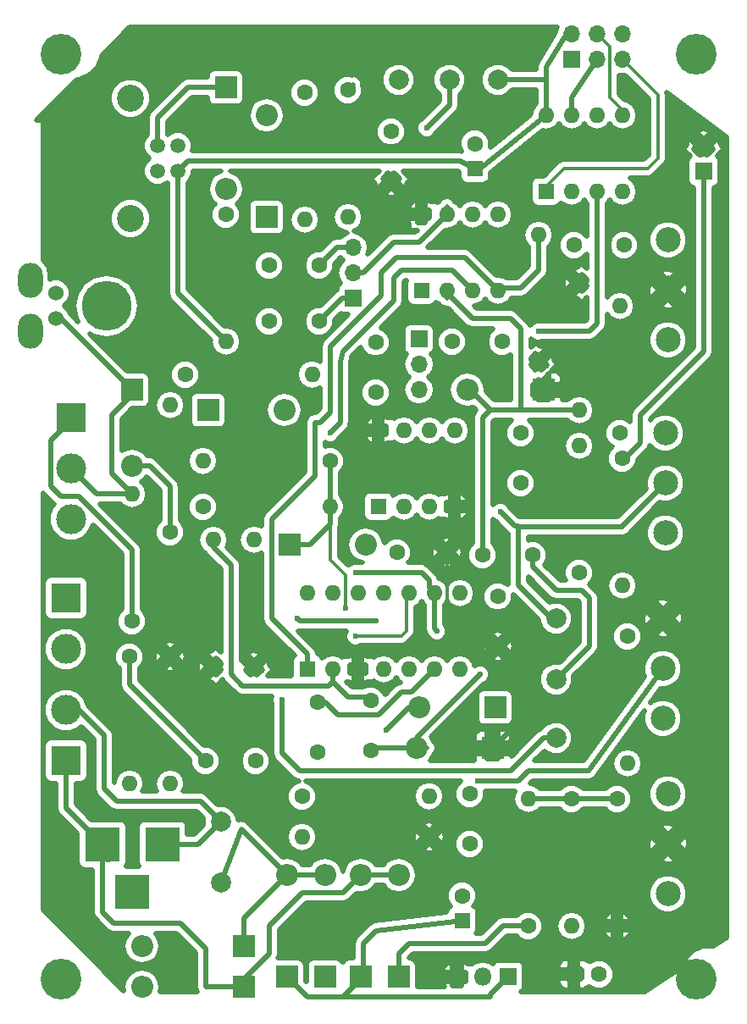
<source format=gbr>
G04 #@! TF.FileFunction,Copper,L2,Bot,Signal*
%FSLAX46Y46*%
G04 Gerber Fmt 4.6, Leading zero omitted, Abs format (unit mm)*
G04 Created by KiCad (PCBNEW 4.0.7) date 05/25/18 19:59:14*
%MOMM*%
%LPD*%
G01*
G04 APERTURE LIST*
%ADD10C,0.100000*%
%ADD11R,1.700000X1.700000*%
%ADD12O,1.700000X1.700000*%
%ADD13O,2.500000X3.500000*%
%ADD14C,1.524000*%
%ADD15O,5.000000X5.000000*%
%ADD16R,1.800000X1.800000*%
%ADD17C,1.800000*%
%ADD18C,1.600000*%
%ADD19O,1.600000X1.600000*%
%ADD20C,2.500000*%
%ADD21R,3.500000X3.500000*%
%ADD22C,2.000000*%
%ADD23R,1.600000X1.600000*%
%ADD24C,4.064000*%
%ADD25R,3.000000X3.000000*%
%ADD26C,3.000000*%
%ADD27R,2.200000X2.200000*%
%ADD28O,2.200000X2.200000*%
%ADD29O,1.800000X1.800000*%
%ADD30C,1.520000*%
%ADD31C,2.700000*%
%ADD32C,0.600000*%
%ADD33C,0.500000*%
%ADD34C,0.350000*%
G04 APERTURE END LIST*
D10*
D11*
X78486000Y-55880000D03*
D12*
X78486000Y-53340000D03*
X81026000Y-55880000D03*
X81026000Y-53340000D03*
X83566000Y-55880000D03*
X83566000Y-53340000D03*
D13*
X24384000Y-83058000D03*
D14*
X26924000Y-79248000D03*
X26924000Y-81788000D03*
D13*
X24384000Y-77978000D03*
D15*
X32004000Y-80518000D03*
D16*
X91694000Y-67056000D03*
D17*
X91694000Y-64516000D03*
D18*
X53086000Y-120142000D03*
X53086000Y-125142000D03*
X64262000Y-133604000D03*
D19*
X51562000Y-133604000D03*
D20*
X88138000Y-134286000D03*
X88138000Y-139286000D03*
X88138000Y-129286000D03*
D21*
X37592000Y-134366000D03*
X31592000Y-134366000D03*
X34592000Y-139066000D03*
D22*
X43434000Y-138176000D03*
X43434000Y-132080000D03*
D18*
X83566000Y-95758000D03*
D19*
X83566000Y-108458000D03*
D18*
X78486000Y-129794000D03*
D19*
X78486000Y-142494000D03*
D18*
X79248000Y-107188000D03*
D19*
X79248000Y-94488000D03*
D18*
X79248000Y-78232000D03*
D19*
X79248000Y-90932000D03*
D18*
X75184000Y-86106000D03*
D19*
X75184000Y-73406000D03*
D18*
X38354000Y-103124000D03*
D19*
X38354000Y-90424000D03*
D20*
X87630000Y-116760000D03*
X87630000Y-121760000D03*
X87630000Y-111760000D03*
X87884000Y-98218000D03*
X87884000Y-103218000D03*
X87884000Y-93218000D03*
X88138000Y-78914000D03*
X88138000Y-83914000D03*
X88138000Y-73914000D03*
D23*
X59182000Y-100584000D03*
D19*
X66802000Y-92964000D03*
X61722000Y-100584000D03*
X64262000Y-92964000D03*
X64262000Y-100584000D03*
X61722000Y-92964000D03*
X66802000Y-100584000D03*
X59182000Y-92964000D03*
D23*
X63500000Y-78994000D03*
D19*
X71120000Y-71374000D03*
X66040000Y-78994000D03*
X68580000Y-71374000D03*
X68580000Y-78994000D03*
X66040000Y-71374000D03*
X71120000Y-78994000D03*
X63500000Y-71374000D03*
D24*
X27432000Y-147828000D03*
X27432000Y-55372000D03*
X90932000Y-147828000D03*
X90932000Y-55372000D03*
D25*
X27940000Y-109728000D03*
D26*
X27940000Y-114808000D03*
D22*
X76962000Y-111760000D03*
X76962000Y-117856000D03*
X76962000Y-123698000D03*
D18*
X54356000Y-96012000D03*
D19*
X41656000Y-96012000D03*
D18*
X51562000Y-129540000D03*
D19*
X64262000Y-129540000D03*
D18*
X38354000Y-115570000D03*
D19*
X38354000Y-128270000D03*
D18*
X41656000Y-100584000D03*
D19*
X54356000Y-100584000D03*
D25*
X27940000Y-125984000D03*
D26*
X27940000Y-120904000D03*
D23*
X52070000Y-116840000D03*
D19*
X67310000Y-109220000D03*
X54610000Y-116840000D03*
X64770000Y-109220000D03*
X57150000Y-116840000D03*
X62230000Y-109220000D03*
X59690000Y-116840000D03*
X59690000Y-109220000D03*
X62230000Y-116840000D03*
X57150000Y-109220000D03*
X64770000Y-116840000D03*
X54610000Y-109220000D03*
X67310000Y-116840000D03*
X52070000Y-109220000D03*
D18*
X34544000Y-112014000D03*
D19*
X34544000Y-99314000D03*
D25*
X28448000Y-91694000D03*
D26*
X28448000Y-96774000D03*
X28448000Y-101854000D03*
D18*
X73406000Y-93218000D03*
X73406000Y-98218000D03*
X66040000Y-105156000D03*
X61040000Y-105156000D03*
X69596000Y-105410000D03*
X74596000Y-105410000D03*
X60452000Y-68072000D03*
X60452000Y-63072000D03*
X78740000Y-74422000D03*
X83740000Y-74422000D03*
X48260000Y-82042000D03*
X53260000Y-82042000D03*
X68326000Y-129286000D03*
X68326000Y-134286000D03*
X41910000Y-125984000D03*
X46910000Y-125984000D03*
X34290000Y-115570000D03*
D19*
X34290000Y-128270000D03*
D18*
X71120000Y-114554000D03*
X71120000Y-109554000D03*
X84074000Y-113538000D03*
D19*
X84074000Y-126238000D03*
D18*
X58928000Y-89154000D03*
X58928000Y-84154000D03*
X83312000Y-93218000D03*
D19*
X83312000Y-80518000D03*
D18*
X58420000Y-124968000D03*
X58420000Y-119968000D03*
X42672000Y-116586000D03*
D19*
X42672000Y-103886000D03*
D18*
X46736000Y-116586000D03*
D19*
X46736000Y-103886000D03*
D27*
X75692000Y-88900000D03*
D28*
X68072000Y-88900000D03*
D27*
X50292000Y-104394000D03*
D28*
X57912000Y-104394000D03*
D27*
X70866000Y-120650000D03*
D28*
X63246000Y-120650000D03*
D27*
X70612000Y-124714000D03*
D28*
X62992000Y-124714000D03*
D27*
X50038000Y-147574000D03*
D28*
X50038000Y-137414000D03*
D27*
X53848000Y-147574000D03*
D28*
X53848000Y-137414000D03*
D27*
X45720000Y-144526000D03*
D28*
X35560000Y-144526000D03*
D27*
X45720000Y-148590000D03*
D28*
X35560000Y-148590000D03*
D27*
X57404000Y-147574000D03*
D28*
X57404000Y-137414000D03*
D27*
X61214000Y-147574000D03*
D28*
X61214000Y-137414000D03*
D18*
X74168000Y-142494000D03*
D19*
X74168000Y-129794000D03*
D18*
X83058000Y-129794000D03*
D19*
X83058000Y-142494000D03*
D16*
X72136000Y-147574000D03*
D29*
X69596000Y-147574000D03*
X67056000Y-147574000D03*
D18*
X48260000Y-76454000D03*
X53260000Y-76454000D03*
D11*
X56642000Y-79756000D03*
D12*
X56642000Y-77216000D03*
X56642000Y-74676000D03*
D18*
X66548000Y-84074000D03*
X71548000Y-84074000D03*
D11*
X63246000Y-83820000D03*
D12*
X63246000Y-86360000D03*
X63246000Y-88900000D03*
D27*
X34544000Y-88900000D03*
D28*
X34544000Y-96520000D03*
D27*
X42164000Y-90932000D03*
D28*
X49784000Y-90932000D03*
D30*
X39116000Y-64516000D03*
X39116000Y-67056000D03*
X37116000Y-67056000D03*
X37116000Y-64516000D03*
D31*
X34416000Y-59786000D03*
X34416000Y-71786000D03*
D22*
X61214000Y-57912000D03*
X66294000Y-57912000D03*
X71120000Y-57912000D03*
D18*
X43942000Y-71374000D03*
D19*
X43942000Y-84074000D03*
D18*
X51816000Y-59182000D03*
D19*
X51816000Y-71882000D03*
D18*
X56134000Y-58928000D03*
D19*
X56134000Y-71628000D03*
D18*
X39878000Y-87376000D03*
D19*
X52578000Y-87376000D03*
D27*
X43942000Y-58674000D03*
D28*
X43942000Y-68834000D03*
D27*
X48006000Y-71628000D03*
D28*
X48006000Y-61468000D03*
D23*
X75946000Y-69088000D03*
D19*
X83566000Y-61468000D03*
X78486000Y-69088000D03*
X81026000Y-61468000D03*
X81026000Y-69088000D03*
X78486000Y-61468000D03*
X83566000Y-69088000D03*
X75946000Y-61468000D03*
D23*
X67564000Y-141986000D03*
D18*
X67564000Y-139486000D03*
D23*
X78740000Y-147320000D03*
D18*
X81240000Y-147320000D03*
D23*
X68834000Y-66802000D03*
D18*
X68834000Y-64302000D03*
D32*
X69088000Y-128016000D03*
X55880000Y-110744000D03*
X59944000Y-122936000D03*
X71374000Y-101092000D03*
X49530000Y-119888000D03*
X58928000Y-112014000D03*
X51054000Y-111760000D03*
X56896000Y-113538000D03*
X65024000Y-113030000D03*
X69342000Y-117348000D03*
X56896000Y-107188000D03*
X64008000Y-62738000D03*
X75184000Y-83058000D03*
X54356000Y-93218000D03*
D33*
X83566000Y-95758000D02*
X83820000Y-95758000D01*
X83820000Y-95758000D02*
X85344000Y-94234000D01*
X85344000Y-91440000D02*
X91694000Y-85090000D01*
X85344000Y-94234000D02*
X85344000Y-91440000D01*
X91694000Y-85090000D02*
X91694000Y-67056000D01*
X88138000Y-77724000D02*
X88138000Y-78914000D01*
X71120000Y-114554000D02*
X71374000Y-114554000D01*
X71374000Y-114554000D02*
X73406000Y-116586000D01*
X73406000Y-121920000D02*
X70612000Y-124714000D01*
X73406000Y-116586000D02*
X73406000Y-121920000D01*
D34*
X66040000Y-105156000D02*
X66040000Y-114554000D01*
D33*
X71120000Y-114554000D02*
X66040000Y-114554000D01*
X66040000Y-114554000D02*
X58166000Y-114554000D01*
X58166000Y-114554000D02*
X57150000Y-115570000D01*
X57150000Y-115570000D02*
X57150000Y-116840000D01*
X71120000Y-114554000D02*
X71120000Y-115062000D01*
X59182000Y-93218000D02*
X59182000Y-92964000D01*
X56896000Y-117094000D02*
X57150000Y-116840000D01*
X66040000Y-105156000D02*
X66040000Y-104394000D01*
X66040000Y-104394000D02*
X66802000Y-103632000D01*
X66802000Y-103632000D02*
X66802000Y-100584000D01*
X75184000Y-86106000D02*
X75692000Y-86106000D01*
X79248000Y-127000000D02*
X80184000Y-127000000D01*
X80184000Y-127000000D02*
X87630000Y-116760000D01*
X73152000Y-128016000D02*
X69088000Y-128016000D01*
X74168000Y-127000000D02*
X73152000Y-128016000D01*
X79248000Y-127000000D02*
X74168000Y-127000000D01*
X53086000Y-120142000D02*
X53848000Y-120142000D01*
X53848000Y-120142000D02*
X55118000Y-121412000D01*
X55118000Y-121412000D02*
X59182000Y-121412000D01*
X59182000Y-121412000D02*
X61468000Y-119126000D01*
X61468000Y-119126000D02*
X62484000Y-119126000D01*
X62484000Y-119126000D02*
X64770000Y-116840000D01*
X68072000Y-88900000D02*
X68326000Y-88900000D01*
X68326000Y-88900000D02*
X70358000Y-90932000D01*
X66040000Y-78994000D02*
X66040000Y-79248000D01*
X66040000Y-79248000D02*
X68580000Y-81788000D01*
X73406000Y-82804000D02*
X73406000Y-90932000D01*
X72390000Y-81788000D02*
X73406000Y-82804000D01*
X68580000Y-81788000D02*
X72390000Y-81788000D01*
X66040000Y-78994000D02*
X66040000Y-79756000D01*
X79248000Y-90932000D02*
X73406000Y-90932000D01*
X73406000Y-90932000D02*
X70358000Y-90932000D01*
X70358000Y-90932000D02*
X69596000Y-91694000D01*
X69596000Y-91694000D02*
X69596000Y-105410000D01*
X78994000Y-91186000D02*
X79248000Y-90932000D01*
X74596000Y-105410000D02*
X74596000Y-106600000D01*
X80264000Y-114554000D02*
X76962000Y-117856000D01*
X80264000Y-109728000D02*
X80264000Y-114554000D01*
X79502000Y-108966000D02*
X80264000Y-109728000D01*
X76962000Y-108966000D02*
X79502000Y-108966000D01*
X74596000Y-106600000D02*
X76962000Y-108966000D01*
X56642000Y-79756000D02*
X55546000Y-79756000D01*
X55546000Y-79756000D02*
X53260000Y-82042000D01*
X54356000Y-96012000D02*
X54356000Y-100584000D01*
D34*
X54356000Y-100584000D02*
X54356000Y-105918000D01*
X55880000Y-107442000D02*
X55880000Y-110744000D01*
X54356000Y-105918000D02*
X55880000Y-107442000D01*
D33*
X50292000Y-104394000D02*
X52324000Y-104394000D01*
X54356000Y-102362000D02*
X54356000Y-100584000D01*
X52324000Y-104394000D02*
X54356000Y-102362000D01*
X59944000Y-122936000D02*
X62230000Y-120650000D01*
X62230000Y-120650000D02*
X63246000Y-120650000D01*
X62230000Y-116840000D02*
X62484000Y-116840000D01*
X62230000Y-116840000D02*
X62230000Y-117094000D01*
X41402000Y-96266000D02*
X41656000Y-96012000D01*
X28194000Y-115062000D02*
X27940000Y-114808000D01*
X83566000Y-102616000D02*
X83566000Y-102536000D01*
X83566000Y-102536000D02*
X87884000Y-98218000D01*
X73152000Y-102616000D02*
X83566000Y-102616000D01*
X73152000Y-102536000D02*
X73152000Y-102616000D01*
X73152000Y-102616000D02*
X73152000Y-108458000D01*
X73152000Y-108458000D02*
X76454000Y-111760000D01*
X76454000Y-111760000D02*
X76962000Y-111760000D01*
X71374000Y-101092000D02*
X72818000Y-102536000D01*
X72818000Y-102536000D02*
X73152000Y-102536000D01*
X76962000Y-123698000D02*
X75692000Y-123698000D01*
X49530000Y-125222000D02*
X49530000Y-119888000D01*
X51308000Y-127000000D02*
X49530000Y-125222000D01*
X72390000Y-127000000D02*
X51308000Y-127000000D01*
X75692000Y-123698000D02*
X72390000Y-127000000D01*
X28448000Y-91694000D02*
X28448000Y-91948000D01*
X28448000Y-91948000D02*
X26416000Y-93980000D01*
X34544000Y-104902000D02*
X34544000Y-112014000D01*
X29210000Y-99568000D02*
X34544000Y-104902000D01*
X27432000Y-99568000D02*
X29210000Y-99568000D01*
X26416000Y-98552000D02*
X27432000Y-99568000D01*
X26416000Y-93980000D02*
X26416000Y-98552000D01*
X34290000Y-115570000D02*
X34290000Y-118364000D01*
X34290000Y-118364000D02*
X41910000Y-125984000D01*
X41656000Y-125984000D02*
X41402000Y-125984000D01*
X51308000Y-112014000D02*
X58928000Y-112014000D01*
X51054000Y-111760000D02*
X51308000Y-112014000D01*
D34*
X61976000Y-113030000D02*
X61976000Y-109474000D01*
X61468000Y-113538000D02*
X61976000Y-113030000D01*
X56896000Y-113538000D02*
X61468000Y-113538000D01*
X61976000Y-109474000D02*
X62230000Y-109220000D01*
D33*
X53848000Y-137414000D02*
X50038000Y-137414000D01*
X45720000Y-144526000D02*
X45720000Y-141732000D01*
X45720000Y-141732000D02*
X50038000Y-137414000D01*
X43434000Y-138176000D02*
X45466000Y-132842000D01*
X45466000Y-132842000D02*
X50038000Y-137414000D01*
X62992000Y-124714000D02*
X62992000Y-123698000D01*
X62992000Y-123698000D02*
X69342000Y-117348000D01*
X64770000Y-112776000D02*
X64770000Y-109220000D01*
X65024000Y-113030000D02*
X64770000Y-112776000D01*
X62992000Y-124714000D02*
X58674000Y-124714000D01*
X58674000Y-124714000D02*
X58420000Y-124968000D01*
X62992000Y-124714000D02*
X64008000Y-124714000D01*
X64262000Y-107950000D02*
X64262000Y-108712000D01*
X56896000Y-107188000D02*
X63500000Y-107188000D01*
X63500000Y-107188000D02*
X64262000Y-107950000D01*
X64262000Y-108712000D02*
X64770000Y-109220000D01*
X54610000Y-116840000D02*
X54610000Y-118110000D01*
X54610000Y-118110000D02*
X56134000Y-119634000D01*
X56134000Y-119634000D02*
X58086000Y-119634000D01*
X58086000Y-119634000D02*
X58420000Y-119968000D01*
X45593000Y-118491000D02*
X54229000Y-118491000D01*
X54229000Y-118491000D02*
X54610000Y-118110000D01*
X42672000Y-103886000D02*
X42672000Y-104648000D01*
X42672000Y-104648000D02*
X44450000Y-106426000D01*
X44450000Y-106426000D02*
X44450000Y-117348000D01*
X44450000Y-117348000D02*
X45593000Y-118491000D01*
X54610000Y-116840000D02*
X54610000Y-117348000D01*
X67564000Y-141986000D02*
X58928000Y-143002000D01*
X57658000Y-144272000D02*
X57658000Y-147320000D01*
X58928000Y-143002000D02*
X57658000Y-144272000D01*
X57658000Y-147320000D02*
X57404000Y-147574000D01*
X70358000Y-149606000D02*
X70358000Y-149352000D01*
X70358000Y-149352000D02*
X72136000Y-147574000D01*
X72136000Y-147574000D02*
X72136000Y-147828000D01*
X70358000Y-149606000D02*
X55626000Y-149606000D01*
X57404000Y-147574000D02*
X57404000Y-147828000D01*
X57404000Y-147828000D02*
X55626000Y-149606000D01*
X55626000Y-149606000D02*
X52070000Y-149606000D01*
X52070000Y-149606000D02*
X50038000Y-147574000D01*
X72136000Y-147574000D02*
X71882000Y-147574000D01*
X50038000Y-147574000D02*
X50038000Y-148082000D01*
X74168000Y-142494000D02*
X71628000Y-142494000D01*
X61214000Y-145288000D02*
X61214000Y-147574000D01*
X62230000Y-144272000D02*
X61214000Y-145288000D01*
X69850000Y-144272000D02*
X62230000Y-144272000D01*
X71628000Y-142494000D02*
X69850000Y-144272000D01*
X53848000Y-147574000D02*
X53848000Y-147320000D01*
X31592000Y-134366000D02*
X31592000Y-141128000D01*
X41910000Y-148590000D02*
X45720000Y-148590000D01*
X41910000Y-144780000D02*
X41910000Y-148590000D01*
X39370000Y-142240000D02*
X41910000Y-144780000D01*
X32704000Y-142240000D02*
X39370000Y-142240000D01*
X31592000Y-141128000D02*
X32704000Y-142240000D01*
X27940000Y-125984000D02*
X27940000Y-130714000D01*
X27940000Y-130714000D02*
X31592000Y-134366000D01*
X32258000Y-135890000D02*
X32004000Y-135890000D01*
X55372000Y-139192000D02*
X55626000Y-139192000D01*
X55626000Y-139192000D02*
X57404000Y-137414000D01*
X45720000Y-148590000D02*
X45720000Y-147828000D01*
X45720000Y-147828000D02*
X48260000Y-145288000D01*
X51562000Y-139192000D02*
X55372000Y-139192000D01*
X48260000Y-142494000D02*
X51562000Y-139192000D01*
X48260000Y-145288000D02*
X48260000Y-142494000D01*
X61214000Y-137414000D02*
X57404000Y-137414000D01*
X78486000Y-129794000D02*
X74168000Y-129794000D01*
X83058000Y-129794000D02*
X78486000Y-129794000D01*
X67310000Y-116840000D02*
X67310000Y-117094000D01*
X75184000Y-73406000D02*
X75184000Y-76962000D01*
X73406000Y-78740000D02*
X71374000Y-78740000D01*
X75184000Y-76962000D02*
X73406000Y-78740000D01*
X71374000Y-78740000D02*
X71120000Y-78994000D01*
X52832000Y-92202000D02*
X53340000Y-92202000D01*
X54356000Y-91186000D02*
X54356000Y-84582000D01*
X53340000Y-92202000D02*
X54356000Y-91186000D01*
X52832000Y-92202000D02*
X52832000Y-97536000D01*
X52832000Y-97536000D02*
X48514000Y-101854000D01*
X48514000Y-111760000D02*
X48514000Y-101854000D01*
X52070000Y-116840000D02*
X52070000Y-115316000D01*
X52070000Y-115316000D02*
X48514000Y-111760000D01*
X59436000Y-77216000D02*
X59436000Y-79502000D01*
X59436000Y-77216000D02*
X60960000Y-75692000D01*
X60960000Y-75692000D02*
X67818000Y-75692000D01*
X67818000Y-75692000D02*
X71120000Y-78994000D01*
X59436000Y-79502000D02*
X54356000Y-84582000D01*
X56642000Y-74676000D02*
X55038000Y-74676000D01*
X55038000Y-74676000D02*
X53260000Y-76454000D01*
X56642000Y-77216000D02*
X57658000Y-77216000D01*
X63246000Y-74168000D02*
X66040000Y-71374000D01*
X60706000Y-74168000D02*
X63246000Y-74168000D01*
X57658000Y-77216000D02*
X60706000Y-74168000D01*
X66040000Y-70612000D02*
X66040000Y-71374000D01*
X62992000Y-66040000D02*
X67310000Y-66040000D01*
X67310000Y-66040000D02*
X68834000Y-66802000D01*
X40132000Y-66040000D02*
X39116000Y-67056000D01*
X62992000Y-66040000D02*
X40132000Y-66040000D01*
X71120000Y-57912000D02*
X75946000Y-57912000D01*
X75946000Y-61468000D02*
X75946000Y-57912000D01*
X75946000Y-57912000D02*
X75946000Y-56642000D01*
X75946000Y-56642000D02*
X77978000Y-53340000D01*
X77978000Y-53340000D02*
X78486000Y-53340000D01*
X68834000Y-66802000D02*
X69342000Y-66802000D01*
X69342000Y-66802000D02*
X75946000Y-61468000D01*
X39116000Y-67056000D02*
X39116000Y-79248000D01*
X39116000Y-79248000D02*
X43942000Y-84074000D01*
X34544000Y-88900000D02*
X34544000Y-89408000D01*
X34544000Y-89408000D02*
X32512000Y-91440000D01*
X32512000Y-97282000D02*
X34544000Y-99314000D01*
X32512000Y-91440000D02*
X32512000Y-97282000D01*
X34544000Y-99314000D02*
X30988000Y-99314000D01*
X30988000Y-99314000D02*
X28448000Y-96774000D01*
X26924000Y-81788000D02*
X27432000Y-81788000D01*
X27432000Y-81788000D02*
X34544000Y-88900000D01*
X34544000Y-96520000D02*
X36322000Y-96520000D01*
X38354000Y-98552000D02*
X38354000Y-103124000D01*
X36322000Y-96520000D02*
X38354000Y-98552000D01*
X37592000Y-134366000D02*
X41148000Y-134366000D01*
X41148000Y-134366000D02*
X43434000Y-132080000D01*
X27940000Y-120904000D02*
X29210000Y-120904000D01*
X29210000Y-120904000D02*
X31750000Y-123444000D01*
X31750000Y-123444000D02*
X31750000Y-128778000D01*
X31750000Y-128778000D02*
X33020000Y-130048000D01*
X33020000Y-130048000D02*
X41402000Y-130048000D01*
X41402000Y-130048000D02*
X43434000Y-132080000D01*
X39116000Y-64516000D02*
X39370000Y-64516000D01*
X43942000Y-58674000D02*
X40132000Y-58674000D01*
X37116000Y-61690000D02*
X37116000Y-64516000D01*
X40132000Y-58674000D02*
X37116000Y-61690000D01*
X66294000Y-57912000D02*
X66294000Y-60452000D01*
X66294000Y-60452000D02*
X64008000Y-62738000D01*
X78486000Y-61468000D02*
X78486000Y-59690000D01*
X78486000Y-59690000D02*
X81026000Y-55880000D01*
D34*
X83566000Y-61468000D02*
X83566000Y-60960000D01*
X83566000Y-60960000D02*
X82296000Y-59690000D01*
X82296000Y-59690000D02*
X82296000Y-54610000D01*
X82296000Y-54610000D02*
X81026000Y-53340000D01*
X81026000Y-53340000D02*
X81280000Y-53340000D01*
D33*
X81026000Y-53340000D02*
X81280000Y-53340000D01*
X56642000Y-58420000D02*
X56134000Y-58928000D01*
D34*
X75946000Y-69088000D02*
X75946000Y-68580000D01*
X75946000Y-68580000D02*
X77724000Y-66802000D01*
X87122000Y-59436000D02*
X83566000Y-55880000D01*
X87122000Y-65786000D02*
X87122000Y-59436000D01*
X86106000Y-66802000D02*
X87122000Y-65786000D01*
X77724000Y-66802000D02*
X86106000Y-66802000D01*
D33*
X75946000Y-69088000D02*
X75946000Y-68834000D01*
X81026000Y-69088000D02*
X81026000Y-82296000D01*
X80264000Y-83058000D02*
X75184000Y-83058000D01*
X81026000Y-82296000D02*
X80264000Y-83058000D01*
X55372000Y-89154000D02*
X55372000Y-92202000D01*
X55372000Y-92202000D02*
X54356000Y-93218000D01*
X55372000Y-86868000D02*
X55372000Y-89154000D01*
X55372000Y-86868000D02*
X55372000Y-86106000D01*
X55372000Y-86106000D02*
X55626000Y-85090000D01*
X60706000Y-80010000D02*
X60706000Y-77724000D01*
X55626000Y-85090000D02*
X60706000Y-80010000D01*
X68580000Y-78994000D02*
X66548000Y-76962000D01*
X66548000Y-76962000D02*
X61468000Y-76962000D01*
X61468000Y-76962000D02*
X60706000Y-77724000D01*
X68580000Y-78740000D02*
X68580000Y-78994000D01*
G36*
X77007793Y-52696361D02*
X76916037Y-53157647D01*
X75094342Y-56117903D01*
X75066534Y-56192847D01*
X75022120Y-56259317D01*
X74999299Y-56374046D01*
X74958607Y-56483712D01*
X74961595Y-56563596D01*
X74946000Y-56642000D01*
X74946000Y-56912000D01*
X72594461Y-56912000D01*
X72112590Y-56429287D01*
X71469624Y-56162304D01*
X70773431Y-56161696D01*
X70129999Y-56427557D01*
X69637287Y-56919410D01*
X69370304Y-57562376D01*
X69369696Y-58258569D01*
X69635557Y-58902001D01*
X70127410Y-59394713D01*
X70770376Y-59661696D01*
X71466569Y-59662304D01*
X72110001Y-59396443D01*
X72595290Y-58912000D01*
X74946000Y-58912000D01*
X74946000Y-60277462D01*
X74849984Y-60341618D01*
X74513987Y-60844475D01*
X74396748Y-61433875D01*
X70344062Y-64707198D01*
X70383730Y-64611667D01*
X70384268Y-63995039D01*
X70148792Y-63425143D01*
X69713151Y-62988740D01*
X69143667Y-62752270D01*
X68527039Y-62751732D01*
X67957143Y-62987208D01*
X67520740Y-63422849D01*
X67284270Y-63992333D01*
X67283732Y-64608961D01*
X67473333Y-65067832D01*
X67380890Y-65042516D01*
X67345241Y-65047010D01*
X67310000Y-65040000D01*
X40533421Y-65040000D01*
X40625738Y-64817675D01*
X40626262Y-64216960D01*
X40396862Y-63661771D01*
X40114546Y-63378961D01*
X58901732Y-63378961D01*
X59137208Y-63948857D01*
X59572849Y-64385260D01*
X60142333Y-64621730D01*
X60758961Y-64622268D01*
X61328857Y-64386792D01*
X61765260Y-63951151D01*
X62001730Y-63381667D01*
X62002110Y-62945942D01*
X62957818Y-62945942D01*
X63117334Y-63332000D01*
X63412446Y-63627628D01*
X63798226Y-63787818D01*
X64215942Y-63788182D01*
X64602000Y-63628666D01*
X64897628Y-63333554D01*
X64948022Y-63212192D01*
X67001107Y-61159107D01*
X67217879Y-60834684D01*
X67217880Y-60834683D01*
X67294000Y-60452000D01*
X67294000Y-59386461D01*
X67776713Y-58904590D01*
X68043696Y-58261624D01*
X68044304Y-57565431D01*
X67778443Y-56921999D01*
X67286590Y-56429287D01*
X66643624Y-56162304D01*
X65947431Y-56161696D01*
X65303999Y-56427557D01*
X64811287Y-56919410D01*
X64544304Y-57562376D01*
X64543696Y-58258569D01*
X64809557Y-58902001D01*
X65294000Y-59387290D01*
X65294000Y-60037786D01*
X63534060Y-61797726D01*
X63414000Y-61847334D01*
X63118372Y-62142446D01*
X62958182Y-62528226D01*
X62957818Y-62945942D01*
X62002110Y-62945942D01*
X62002268Y-62765039D01*
X61766792Y-62195143D01*
X61331151Y-61758740D01*
X60761667Y-61522270D01*
X60145039Y-61521732D01*
X59575143Y-61757208D01*
X59138740Y-62192849D01*
X58902270Y-62762333D01*
X58901732Y-63378961D01*
X40114546Y-63378961D01*
X39972463Y-63236630D01*
X39417675Y-63006262D01*
X38816960Y-63005738D01*
X38261771Y-63235138D01*
X38116118Y-63380536D01*
X38116000Y-63380418D01*
X38116000Y-62104214D01*
X38788458Y-61431756D01*
X46156000Y-61431756D01*
X46156000Y-61504244D01*
X46296823Y-62212208D01*
X46697852Y-62812392D01*
X47298036Y-63213421D01*
X48006000Y-63354244D01*
X48713964Y-63213421D01*
X49314148Y-62812392D01*
X49715177Y-62212208D01*
X49856000Y-61504244D01*
X49856000Y-61431756D01*
X49715177Y-60723792D01*
X49314148Y-60123608D01*
X48713964Y-59722579D01*
X48006000Y-59581756D01*
X47298036Y-59722579D01*
X46697852Y-60123608D01*
X46296823Y-60723792D01*
X46156000Y-61431756D01*
X38788458Y-61431756D01*
X40546214Y-59674000D01*
X42077307Y-59674000D01*
X42077307Y-59774000D01*
X42129604Y-60051933D01*
X42293862Y-60307198D01*
X42544492Y-60478446D01*
X42842000Y-60538693D01*
X45042000Y-60538693D01*
X45319933Y-60486396D01*
X45575198Y-60322138D01*
X45746446Y-60071508D01*
X45806693Y-59774000D01*
X45806693Y-59488961D01*
X50265732Y-59488961D01*
X50501208Y-60058857D01*
X50936849Y-60495260D01*
X51506333Y-60731730D01*
X52122961Y-60732268D01*
X52692857Y-60496792D01*
X53129260Y-60061151D01*
X53365730Y-59491667D01*
X53365953Y-59234961D01*
X54583732Y-59234961D01*
X54819208Y-59804857D01*
X55254849Y-60241260D01*
X55824333Y-60477730D01*
X56440961Y-60478268D01*
X57010857Y-60242792D01*
X57447260Y-59807151D01*
X57683730Y-59237667D01*
X57684268Y-58621039D01*
X57628742Y-58486655D01*
X57642000Y-58420000D01*
X57609890Y-58258569D01*
X59463696Y-58258569D01*
X59729557Y-58902001D01*
X60221410Y-59394713D01*
X60864376Y-59661696D01*
X61560569Y-59662304D01*
X62204001Y-59396443D01*
X62696713Y-58904590D01*
X62963696Y-58261624D01*
X62964304Y-57565431D01*
X62698443Y-56921999D01*
X62206590Y-56429287D01*
X61563624Y-56162304D01*
X60867431Y-56161696D01*
X60223999Y-56427557D01*
X59731287Y-56919410D01*
X59464304Y-57562376D01*
X59463696Y-58258569D01*
X57609890Y-58258569D01*
X57565879Y-58037316D01*
X57349106Y-57712894D01*
X57024684Y-57496121D01*
X56642000Y-57420000D01*
X56575852Y-57433158D01*
X56443667Y-57378270D01*
X55827039Y-57377732D01*
X55257143Y-57613208D01*
X54820740Y-58048849D01*
X54584270Y-58618333D01*
X54583732Y-59234961D01*
X53365953Y-59234961D01*
X53366268Y-58875039D01*
X53130792Y-58305143D01*
X52695151Y-57868740D01*
X52125667Y-57632270D01*
X51509039Y-57631732D01*
X50939143Y-57867208D01*
X50502740Y-58302849D01*
X50266270Y-58872333D01*
X50265732Y-59488961D01*
X45806693Y-59488961D01*
X45806693Y-57574000D01*
X45754396Y-57296067D01*
X45590138Y-57040802D01*
X45339508Y-56869554D01*
X45042000Y-56809307D01*
X42842000Y-56809307D01*
X42564067Y-56861604D01*
X42308802Y-57025862D01*
X42137554Y-57276492D01*
X42077307Y-57574000D01*
X42077307Y-57674000D01*
X40132000Y-57674000D01*
X39749317Y-57750120D01*
X39525730Y-57899516D01*
X39424893Y-57966893D01*
X36408893Y-60982893D01*
X36192120Y-61307316D01*
X36192120Y-61307317D01*
X36116000Y-61690000D01*
X36116000Y-63380655D01*
X35836630Y-63659537D01*
X35606262Y-64214325D01*
X35605738Y-64815040D01*
X35835138Y-65370229D01*
X36250536Y-65786353D01*
X35836630Y-66199537D01*
X35606262Y-66754325D01*
X35605738Y-67355040D01*
X35835138Y-67910229D01*
X36259537Y-68335370D01*
X36814325Y-68565738D01*
X37415040Y-68566262D01*
X37970229Y-68336862D01*
X38115882Y-68191464D01*
X38116000Y-68191582D01*
X38116000Y-79248000D01*
X38192120Y-79630684D01*
X38408893Y-79955107D01*
X42409490Y-83955704D01*
X42392000Y-84043634D01*
X42392000Y-84104366D01*
X42509987Y-84697525D01*
X42845984Y-85200382D01*
X43348841Y-85536379D01*
X43942000Y-85654366D01*
X44535159Y-85536379D01*
X45038016Y-85200382D01*
X45374013Y-84697525D01*
X45492000Y-84104366D01*
X45492000Y-84043634D01*
X45374013Y-83450475D01*
X45038016Y-82947618D01*
X44535159Y-82611621D01*
X43942000Y-82493634D01*
X43803414Y-82521200D01*
X43631175Y-82348961D01*
X46709732Y-82348961D01*
X46945208Y-82918857D01*
X47380849Y-83355260D01*
X47950333Y-83591730D01*
X48566961Y-83592268D01*
X49136857Y-83356792D01*
X49573260Y-82921151D01*
X49809730Y-82351667D01*
X49810268Y-81735039D01*
X49574792Y-81165143D01*
X49139151Y-80728740D01*
X48569667Y-80492270D01*
X47953039Y-80491732D01*
X47383143Y-80727208D01*
X46946740Y-81162849D01*
X46710270Y-81732333D01*
X46709732Y-82348961D01*
X43631175Y-82348961D01*
X40116000Y-78833786D01*
X40116000Y-76760961D01*
X46709732Y-76760961D01*
X46945208Y-77330857D01*
X47380849Y-77767260D01*
X47950333Y-78003730D01*
X48566961Y-78004268D01*
X49136857Y-77768792D01*
X49573260Y-77333151D01*
X49809730Y-76763667D01*
X49810268Y-76147039D01*
X49574792Y-75577143D01*
X49139151Y-75140740D01*
X48569667Y-74904270D01*
X47953039Y-74903732D01*
X47383143Y-75139208D01*
X46946740Y-75574849D01*
X46710270Y-76144333D01*
X46709732Y-76760961D01*
X40116000Y-76760961D01*
X40116000Y-68191345D01*
X40395370Y-67912463D01*
X40625738Y-67357675D01*
X40626015Y-67040000D01*
X43478259Y-67040000D01*
X43234036Y-67088579D01*
X42633852Y-67489608D01*
X42232823Y-68089792D01*
X42092000Y-68797756D01*
X42092000Y-68870244D01*
X42232823Y-69578208D01*
X42633852Y-70178392D01*
X42820691Y-70303233D01*
X42628740Y-70494849D01*
X42392270Y-71064333D01*
X42391732Y-71680961D01*
X42627208Y-72250857D01*
X43062849Y-72687260D01*
X43632333Y-72923730D01*
X44248961Y-72924268D01*
X44818857Y-72688792D01*
X45255260Y-72253151D01*
X45491730Y-71683667D01*
X45492268Y-71067039D01*
X45269542Y-70528000D01*
X46141307Y-70528000D01*
X46141307Y-72728000D01*
X46193604Y-73005933D01*
X46357862Y-73261198D01*
X46608492Y-73432446D01*
X46906000Y-73492693D01*
X49106000Y-73492693D01*
X49383933Y-73440396D01*
X49639198Y-73276138D01*
X49810446Y-73025508D01*
X49870693Y-72728000D01*
X49870693Y-71851634D01*
X50266000Y-71851634D01*
X50266000Y-71912366D01*
X50383987Y-72505525D01*
X50719984Y-73008382D01*
X51222841Y-73344379D01*
X51816000Y-73462366D01*
X52409159Y-73344379D01*
X52912016Y-73008382D01*
X53248013Y-72505525D01*
X53366000Y-71912366D01*
X53366000Y-71851634D01*
X53248013Y-71258475D01*
X52912016Y-70755618D01*
X52409159Y-70419621D01*
X51816000Y-70301634D01*
X51222841Y-70419621D01*
X50719984Y-70755618D01*
X50383987Y-71258475D01*
X50266000Y-71851634D01*
X49870693Y-71851634D01*
X49870693Y-70528000D01*
X49818396Y-70250067D01*
X49654138Y-69994802D01*
X49403508Y-69823554D01*
X49106000Y-69763307D01*
X46906000Y-69763307D01*
X46628067Y-69815604D01*
X46372802Y-69979862D01*
X46201554Y-70230492D01*
X46141307Y-70528000D01*
X45269542Y-70528000D01*
X45256792Y-70497143D01*
X45063256Y-70303269D01*
X45250148Y-70178392D01*
X45651177Y-69578208D01*
X45705958Y-69302805D01*
X59786881Y-69302805D01*
X59871983Y-69550846D01*
X60482064Y-69660239D01*
X61032017Y-69550846D01*
X61117119Y-69302805D01*
X60452000Y-68637685D01*
X59786881Y-69302805D01*
X45705958Y-69302805D01*
X45792000Y-68870244D01*
X45792000Y-68797756D01*
X45651177Y-68089792D01*
X45250148Y-67489608D01*
X44649964Y-67088579D01*
X44405741Y-67040000D01*
X59244416Y-67040000D01*
X58448323Y-67836093D01*
X58900874Y-68288643D01*
X58973154Y-68652017D01*
X59221195Y-68737119D01*
X59886315Y-68072000D01*
X59603472Y-67789157D01*
X60169157Y-67223472D01*
X60452000Y-67506315D01*
X60734843Y-67223472D01*
X61300528Y-67789157D01*
X61017685Y-68072000D01*
X61682805Y-68737119D01*
X61930846Y-68652017D01*
X61994446Y-68297323D01*
X62455677Y-67836093D01*
X61659584Y-67040000D01*
X67073932Y-67040000D01*
X67269307Y-67137687D01*
X67269307Y-67602000D01*
X67321604Y-67879933D01*
X67485862Y-68135198D01*
X67736492Y-68306446D01*
X68034000Y-68366693D01*
X69634000Y-68366693D01*
X69911933Y-68314396D01*
X70167198Y-68150138D01*
X70338446Y-67899508D01*
X70398693Y-67602000D01*
X70398693Y-67233961D01*
X75653013Y-62990087D01*
X75946000Y-63048366D01*
X76539159Y-62930379D01*
X77042016Y-62594382D01*
X77216000Y-62333996D01*
X77389984Y-62594382D01*
X77892841Y-62930379D01*
X78486000Y-63048366D01*
X79079159Y-62930379D01*
X79582016Y-62594382D01*
X79756000Y-62333996D01*
X79929984Y-62594382D01*
X80432841Y-62930379D01*
X81026000Y-63048366D01*
X81619159Y-62930379D01*
X82122016Y-62594382D01*
X82296000Y-62333996D01*
X82469984Y-62594382D01*
X82972841Y-62930379D01*
X83566000Y-63048366D01*
X84159159Y-62930379D01*
X84662016Y-62594382D01*
X84998013Y-62091525D01*
X85116000Y-61498366D01*
X85116000Y-61437634D01*
X84998013Y-60844475D01*
X84662016Y-60341618D01*
X84159159Y-60005621D01*
X83860328Y-59946180D01*
X83221000Y-59306852D01*
X83221000Y-57442721D01*
X83566000Y-57511346D01*
X83835576Y-57457724D01*
X86197000Y-59819147D01*
X86197000Y-65402852D01*
X85722852Y-65877000D01*
X77724005Y-65877000D01*
X77724000Y-65876999D01*
X77370018Y-65947411D01*
X77069926Y-66147926D01*
X75694545Y-67523307D01*
X75146000Y-67523307D01*
X74868067Y-67575604D01*
X74612802Y-67739862D01*
X74441554Y-67990492D01*
X74381307Y-68288000D01*
X74381307Y-69888000D01*
X74433604Y-70165933D01*
X74597862Y-70421198D01*
X74848492Y-70592446D01*
X75146000Y-70652693D01*
X76746000Y-70652693D01*
X77023933Y-70600396D01*
X77279198Y-70436138D01*
X77417950Y-70233068D01*
X77892841Y-70550379D01*
X78486000Y-70668366D01*
X79079159Y-70550379D01*
X79582016Y-70214382D01*
X79756000Y-69953996D01*
X79929984Y-70214382D01*
X80026000Y-70278538D01*
X80026000Y-73516301D01*
X79619151Y-73108740D01*
X79049667Y-72872270D01*
X78433039Y-72871732D01*
X77863143Y-73107208D01*
X77426740Y-73542849D01*
X77190270Y-74112333D01*
X77189732Y-74728961D01*
X77425208Y-75298857D01*
X77860849Y-75735260D01*
X78430333Y-75971730D01*
X79046961Y-75972268D01*
X79616857Y-75736792D01*
X80026000Y-75328363D01*
X80026000Y-76770416D01*
X79483907Y-76228323D01*
X79031357Y-76680874D01*
X78667983Y-76753154D01*
X78582881Y-77001195D01*
X79248000Y-77666315D01*
X79530843Y-77383472D01*
X80026000Y-77878629D01*
X80026000Y-78019685D01*
X79813685Y-78232000D01*
X80026000Y-78444315D01*
X80026000Y-78585371D01*
X79530843Y-79080528D01*
X79248000Y-78797685D01*
X78582881Y-79462805D01*
X78667983Y-79710846D01*
X79022677Y-79774446D01*
X79483907Y-80235677D01*
X80026000Y-79693584D01*
X80026000Y-81881786D01*
X79849786Y-82058000D01*
X75513749Y-82058000D01*
X75393774Y-82008182D01*
X74976058Y-82007818D01*
X74590000Y-82167334D01*
X74330823Y-82426058D01*
X74329880Y-82421316D01*
X74113107Y-82096893D01*
X73097107Y-81080893D01*
X72772684Y-80864120D01*
X72390000Y-80788000D01*
X68994213Y-80788000D01*
X68747301Y-80541088D01*
X69173159Y-80456379D01*
X69676016Y-80120382D01*
X69850000Y-79859996D01*
X70023984Y-80120382D01*
X70526841Y-80456379D01*
X71120000Y-80574366D01*
X71713159Y-80456379D01*
X72216016Y-80120382D01*
X72470178Y-79740000D01*
X73406000Y-79740000D01*
X73788684Y-79663880D01*
X74113107Y-79447107D01*
X75298150Y-78262064D01*
X77659761Y-78262064D01*
X77769154Y-78812017D01*
X78017195Y-78897119D01*
X78682315Y-78232000D01*
X78017195Y-77566881D01*
X77769154Y-77651983D01*
X77659761Y-78262064D01*
X75298150Y-78262064D01*
X75891107Y-77669107D01*
X76107880Y-77344684D01*
X76184001Y-76962000D01*
X76184000Y-76961995D01*
X76184000Y-74596538D01*
X76280016Y-74532382D01*
X76616013Y-74029525D01*
X76734000Y-73436366D01*
X76734000Y-73375634D01*
X76616013Y-72782475D01*
X76280016Y-72279618D01*
X75777159Y-71943621D01*
X75184000Y-71825634D01*
X74590841Y-71943621D01*
X74087984Y-72279618D01*
X73751987Y-72782475D01*
X73634000Y-73375634D01*
X73634000Y-73436366D01*
X73751987Y-74029525D01*
X74087984Y-74532382D01*
X74184000Y-74596538D01*
X74184000Y-76547786D01*
X72991786Y-77740000D01*
X72025021Y-77740000D01*
X71713159Y-77531621D01*
X71120000Y-77413634D01*
X70981414Y-77441200D01*
X68525107Y-74984893D01*
X68200684Y-74768120D01*
X67818000Y-74692000D01*
X64136214Y-74692000D01*
X65901414Y-72926800D01*
X66040000Y-72954366D01*
X66633159Y-72836379D01*
X67136016Y-72500382D01*
X67310000Y-72239996D01*
X67483984Y-72500382D01*
X67986841Y-72836379D01*
X68580000Y-72954366D01*
X69173159Y-72836379D01*
X69676016Y-72500382D01*
X69850000Y-72239996D01*
X70023984Y-72500382D01*
X70526841Y-72836379D01*
X71120000Y-72954366D01*
X71713159Y-72836379D01*
X72216016Y-72500382D01*
X72552013Y-71997525D01*
X72670000Y-71404366D01*
X72670000Y-71343634D01*
X72552013Y-70750475D01*
X72216016Y-70247618D01*
X71713159Y-69911621D01*
X71120000Y-69793634D01*
X70526841Y-69911621D01*
X70023984Y-70247618D01*
X69850000Y-70508004D01*
X69676016Y-70247618D01*
X69173159Y-69911621D01*
X68580000Y-69793634D01*
X67986841Y-69911621D01*
X67483984Y-70247618D01*
X67310000Y-70508004D01*
X67136016Y-70247618D01*
X66847134Y-70054594D01*
X66747107Y-69904893D01*
X66422683Y-69688120D01*
X66040000Y-69612000D01*
X65657317Y-69688120D01*
X65332893Y-69904893D01*
X65232866Y-70054594D01*
X65058000Y-70171435D01*
X65058000Y-70123998D01*
X64392061Y-70123998D01*
X64130631Y-69949335D01*
X63900000Y-70065263D01*
X63900000Y-70974000D01*
X64300000Y-70974000D01*
X64300000Y-71699786D01*
X64225786Y-71774000D01*
X63900000Y-71774000D01*
X63900000Y-72099786D01*
X63825786Y-72174000D01*
X63100000Y-72174000D01*
X63100000Y-71774000D01*
X62183693Y-71774000D01*
X62075306Y-72004635D01*
X62249998Y-72252954D01*
X62249998Y-72932000D01*
X63067786Y-72932000D01*
X62831786Y-73168000D01*
X60706000Y-73168000D01*
X60323316Y-73244120D01*
X59998893Y-73460893D01*
X58111401Y-75348385D01*
X58151553Y-75288293D01*
X58273346Y-74676000D01*
X58151553Y-74063707D01*
X57804717Y-73544629D01*
X57285639Y-73197793D01*
X56731397Y-73087547D01*
X57230016Y-72754382D01*
X57566013Y-72251525D01*
X57684000Y-71658366D01*
X57684000Y-71597634D01*
X57566013Y-71004475D01*
X57391546Y-70743365D01*
X62075306Y-70743365D01*
X62183693Y-70974000D01*
X63100000Y-70974000D01*
X63100000Y-70065263D01*
X62869369Y-69949335D01*
X62425088Y-70246162D01*
X62075306Y-70743365D01*
X57391546Y-70743365D01*
X57230016Y-70501618D01*
X56727159Y-70165621D01*
X56134000Y-70047634D01*
X55540841Y-70165621D01*
X55037984Y-70501618D01*
X54701987Y-71004475D01*
X54584000Y-71597634D01*
X54584000Y-71658366D01*
X54701987Y-72251525D01*
X55037984Y-72754382D01*
X55540841Y-73090379D01*
X56039604Y-73189589D01*
X55998361Y-73197793D01*
X55479283Y-73544629D01*
X55391504Y-73676000D01*
X55038005Y-73676000D01*
X55038000Y-73675999D01*
X54655316Y-73752120D01*
X54330893Y-73968893D01*
X53395668Y-74904118D01*
X52953039Y-74903732D01*
X52383143Y-75139208D01*
X51946740Y-75574849D01*
X51710270Y-76144333D01*
X51709732Y-76760961D01*
X51945208Y-77330857D01*
X52380849Y-77767260D01*
X52950333Y-78003730D01*
X53566961Y-78004268D01*
X54136857Y-77768792D01*
X54573260Y-77333151D01*
X54809730Y-76763667D01*
X54810119Y-76318095D01*
X55415821Y-75712393D01*
X55479283Y-75807371D01*
X55686756Y-75946000D01*
X55479283Y-76084629D01*
X55132447Y-76603707D01*
X55010654Y-77216000D01*
X55132447Y-77828293D01*
X55417891Y-78255491D01*
X55258802Y-78357862D01*
X55087554Y-78608492D01*
X55027307Y-78906000D01*
X55027307Y-78922999D01*
X54838893Y-79048893D01*
X53395668Y-80492118D01*
X52953039Y-80491732D01*
X52383143Y-80727208D01*
X51946740Y-81162849D01*
X51710270Y-81732333D01*
X51709732Y-82348961D01*
X51945208Y-82918857D01*
X52380849Y-83355260D01*
X52950333Y-83591730D01*
X53566961Y-83592268D01*
X54136857Y-83356792D01*
X54573260Y-82921151D01*
X54809730Y-82351667D01*
X54810119Y-81906095D01*
X55441783Y-81274431D01*
X55494492Y-81310446D01*
X55792000Y-81370693D01*
X56153093Y-81370693D01*
X53648893Y-83874893D01*
X53432120Y-84199316D01*
X53410088Y-84310079D01*
X53356000Y-84582000D01*
X53356000Y-86047203D01*
X53201525Y-85943987D01*
X52608366Y-85826000D01*
X52547634Y-85826000D01*
X51954475Y-85943987D01*
X51451618Y-86279984D01*
X51115621Y-86782841D01*
X50997634Y-87376000D01*
X51115621Y-87969159D01*
X51451618Y-88472016D01*
X51954475Y-88808013D01*
X52547634Y-88926000D01*
X52608366Y-88926000D01*
X53201525Y-88808013D01*
X53356000Y-88704797D01*
X53356000Y-90771786D01*
X52925786Y-91202000D01*
X52832000Y-91202000D01*
X52449317Y-91278120D01*
X52124893Y-91494893D01*
X51908120Y-91819317D01*
X51832000Y-92202000D01*
X51832000Y-97121786D01*
X47806893Y-101146893D01*
X47590120Y-101471316D01*
X47590120Y-101471317D01*
X47514000Y-101854000D01*
X47514000Y-102547127D01*
X47329159Y-102423621D01*
X46736000Y-102305634D01*
X46142841Y-102423621D01*
X45639984Y-102759618D01*
X45303987Y-103262475D01*
X45186000Y-103855634D01*
X45186000Y-103916366D01*
X45303987Y-104509525D01*
X45639984Y-105012382D01*
X46142841Y-105348379D01*
X46736000Y-105466366D01*
X47329159Y-105348379D01*
X47514000Y-105224873D01*
X47514000Y-111760000D01*
X47590120Y-112142684D01*
X47806893Y-112467107D01*
X50794513Y-115454726D01*
X50736802Y-115491862D01*
X50565554Y-115742492D01*
X50505307Y-116040000D01*
X50505307Y-117491000D01*
X48070584Y-117491000D01*
X48739677Y-116821907D01*
X48287126Y-116369357D01*
X48214846Y-116005983D01*
X47966805Y-115920881D01*
X47301685Y-116586000D01*
X47584528Y-116868843D01*
X47018843Y-117434528D01*
X46736000Y-117151685D01*
X46453157Y-117434528D01*
X45887472Y-116868843D01*
X46170315Y-116586000D01*
X45505195Y-115920881D01*
X45450000Y-115939818D01*
X45450000Y-115355195D01*
X46070881Y-115355195D01*
X46736000Y-116020315D01*
X47401119Y-115355195D01*
X47316017Y-115107154D01*
X46705936Y-114997761D01*
X46155983Y-115107154D01*
X46070881Y-115355195D01*
X45450000Y-115355195D01*
X45450000Y-106426005D01*
X45450001Y-106426000D01*
X45373880Y-106043316D01*
X45157107Y-105718893D01*
X44041419Y-104603205D01*
X44104013Y-104509525D01*
X44222000Y-103916366D01*
X44222000Y-103855634D01*
X44104013Y-103262475D01*
X43768016Y-102759618D01*
X43265159Y-102423621D01*
X42672000Y-102305634D01*
X42078841Y-102423621D01*
X41575984Y-102759618D01*
X41239987Y-103262475D01*
X41122000Y-103855634D01*
X41122000Y-103916366D01*
X41239987Y-104509525D01*
X41575984Y-105012382D01*
X41864866Y-105205406D01*
X41964893Y-105355107D01*
X43450000Y-106840214D01*
X43450000Y-115124416D01*
X42907907Y-114582323D01*
X42455357Y-115034874D01*
X42091983Y-115107154D01*
X42006881Y-115355195D01*
X42672000Y-116020315D01*
X42954843Y-115737472D01*
X43450000Y-116232629D01*
X43450000Y-116373685D01*
X43237685Y-116586000D01*
X43450000Y-116798315D01*
X43450000Y-116939371D01*
X42954843Y-117434528D01*
X42672000Y-117151685D01*
X42006881Y-117816805D01*
X42091983Y-118064846D01*
X42446677Y-118128446D01*
X42907907Y-118589677D01*
X43622563Y-117875021D01*
X43742893Y-118055107D01*
X44885893Y-119198107D01*
X45210317Y-119414880D01*
X45593000Y-119491000D01*
X48557925Y-119491000D01*
X48480182Y-119678226D01*
X48479818Y-120095942D01*
X48530000Y-120217392D01*
X48530000Y-125222000D01*
X48606120Y-125604684D01*
X48822893Y-125929107D01*
X50600893Y-127707107D01*
X50925316Y-127923880D01*
X51256380Y-127989733D01*
X51255039Y-127989732D01*
X50685143Y-128225208D01*
X50248740Y-128660849D01*
X50012270Y-129230333D01*
X50011732Y-129846961D01*
X50247208Y-130416857D01*
X50682849Y-130853260D01*
X51252333Y-131089730D01*
X51868961Y-131090268D01*
X52438857Y-130854792D01*
X52875260Y-130419151D01*
X53111730Y-129849667D01*
X53112268Y-129233039D01*
X52876792Y-128663143D01*
X52441151Y-128226740D01*
X51895099Y-128000000D01*
X64181361Y-128000000D01*
X63638475Y-128107987D01*
X63135618Y-128443984D01*
X62799621Y-128946841D01*
X62681634Y-129540000D01*
X62799621Y-130133159D01*
X63135618Y-130636016D01*
X63638475Y-130972013D01*
X64231634Y-131090000D01*
X64292366Y-131090000D01*
X64885525Y-130972013D01*
X65388382Y-130636016D01*
X65724379Y-130133159D01*
X65842366Y-129540000D01*
X65724379Y-128946841D01*
X65388382Y-128443984D01*
X64885525Y-128107987D01*
X64342639Y-128000000D01*
X67420301Y-128000000D01*
X67012740Y-128406849D01*
X66776270Y-128976333D01*
X66775732Y-129592961D01*
X67011208Y-130162857D01*
X67446849Y-130599260D01*
X68016333Y-130835730D01*
X68632961Y-130836268D01*
X69202857Y-130600792D01*
X69639260Y-130165151D01*
X69875730Y-129595667D01*
X69876236Y-129016000D01*
X72839203Y-129016000D01*
X72735987Y-129170475D01*
X72618000Y-129763634D01*
X72618000Y-129824366D01*
X72735987Y-130417525D01*
X73071984Y-130920382D01*
X73574841Y-131256379D01*
X74168000Y-131374366D01*
X74761159Y-131256379D01*
X75264016Y-130920382D01*
X75348461Y-130794000D01*
X77294136Y-130794000D01*
X77606849Y-131107260D01*
X78176333Y-131343730D01*
X78792961Y-131344268D01*
X79362857Y-131108792D01*
X79678200Y-130794000D01*
X81866136Y-130794000D01*
X82178849Y-131107260D01*
X82748333Y-131343730D01*
X83364961Y-131344268D01*
X83934857Y-131108792D01*
X84371260Y-130673151D01*
X84607730Y-130103667D01*
X84608097Y-129682079D01*
X86137654Y-129682079D01*
X86441494Y-130417429D01*
X87003612Y-130980529D01*
X87738430Y-131285652D01*
X88534079Y-131286346D01*
X89269429Y-130982506D01*
X89832529Y-130420388D01*
X90137652Y-129685570D01*
X90138346Y-128889921D01*
X89834506Y-128154571D01*
X89272388Y-127591471D01*
X88537570Y-127286348D01*
X87741921Y-127285654D01*
X87006571Y-127589494D01*
X86443471Y-128151612D01*
X86138348Y-128886430D01*
X86137654Y-129682079D01*
X84608097Y-129682079D01*
X84608268Y-129487039D01*
X84372792Y-128917143D01*
X83937151Y-128480740D01*
X83367667Y-128244270D01*
X82751039Y-128243732D01*
X82181143Y-128479208D01*
X81865800Y-128794000D01*
X79677864Y-128794000D01*
X79365151Y-128480740D01*
X78795667Y-128244270D01*
X78179039Y-128243732D01*
X77609143Y-128479208D01*
X77293800Y-128794000D01*
X75348461Y-128794000D01*
X75264016Y-128667618D01*
X74761159Y-128331621D01*
X74335302Y-128246912D01*
X74582214Y-128000000D01*
X80184000Y-128000000D01*
X80261293Y-127984625D01*
X80340043Y-127987751D01*
X80450858Y-127946919D01*
X80566683Y-127923880D01*
X80632212Y-127880095D01*
X80706161Y-127852847D01*
X80792913Y-127772718D01*
X80891107Y-127707107D01*
X80934892Y-127641579D01*
X80992784Y-127588106D01*
X81996592Y-126207634D01*
X82524000Y-126207634D01*
X82524000Y-126268366D01*
X82641987Y-126861525D01*
X82977984Y-127364382D01*
X83480841Y-127700379D01*
X84074000Y-127818366D01*
X84667159Y-127700379D01*
X85170016Y-127364382D01*
X85506013Y-126861525D01*
X85624000Y-126268366D01*
X85624000Y-126207634D01*
X85506013Y-125614475D01*
X85170016Y-125111618D01*
X84667159Y-124775621D01*
X84074000Y-124657634D01*
X83480841Y-124775621D01*
X82977984Y-125111618D01*
X82641987Y-125614475D01*
X82524000Y-126207634D01*
X81996592Y-126207634D01*
X85775614Y-121010591D01*
X85630348Y-121360430D01*
X85629654Y-122156079D01*
X85933494Y-122891429D01*
X86495612Y-123454529D01*
X87230430Y-123759652D01*
X88026079Y-123760346D01*
X88761429Y-123456506D01*
X89324529Y-122894388D01*
X89629652Y-122159570D01*
X89630346Y-121363921D01*
X89326506Y-120628571D01*
X88764388Y-120065471D01*
X88029570Y-119760348D01*
X87233921Y-119759654D01*
X86498571Y-120063494D01*
X86373527Y-120188320D01*
X87412265Y-118759811D01*
X88026079Y-118760346D01*
X88761429Y-118456506D01*
X89324529Y-117894388D01*
X89629652Y-117159570D01*
X89630346Y-116363921D01*
X89326506Y-115628571D01*
X88764388Y-115065471D01*
X88029570Y-114760348D01*
X87233921Y-114759654D01*
X86498571Y-115063494D01*
X85935471Y-115625612D01*
X85630348Y-116360430D01*
X85629654Y-117156079D01*
X85802097Y-117573423D01*
X79674724Y-126000000D01*
X74804214Y-126000000D01*
X75796606Y-125007608D01*
X75969410Y-125180713D01*
X76612376Y-125447696D01*
X77308569Y-125448304D01*
X77952001Y-125182443D01*
X78444713Y-124690590D01*
X78711696Y-124047624D01*
X78712304Y-123351431D01*
X78446443Y-122707999D01*
X77954590Y-122215287D01*
X77311624Y-121948304D01*
X76615431Y-121947696D01*
X75971999Y-122213557D01*
X75479287Y-122705410D01*
X75463490Y-122743453D01*
X75309317Y-122774120D01*
X75251774Y-122812569D01*
X74984893Y-122990893D01*
X72470000Y-125505786D01*
X72470000Y-125453500D01*
X72280500Y-125264000D01*
X71162000Y-125264000D01*
X71162000Y-125814000D01*
X70062000Y-125814000D01*
X70062000Y-125264000D01*
X68943500Y-125264000D01*
X68754000Y-125453500D01*
X68754000Y-125964775D01*
X68768591Y-126000000D01*
X64351191Y-126000000D01*
X64737421Y-125421964D01*
X64747122Y-125373193D01*
X64931880Y-125096683D01*
X65008000Y-124714000D01*
X64931880Y-124331317D01*
X64747122Y-124054807D01*
X64737421Y-124006036D01*
X64481377Y-123622837D01*
X64640989Y-123463225D01*
X68754000Y-123463225D01*
X68754000Y-123974500D01*
X68943500Y-124164000D01*
X70062000Y-124164000D01*
X70062000Y-123045500D01*
X71162000Y-123045500D01*
X71162000Y-124164000D01*
X72280500Y-124164000D01*
X72470000Y-123974500D01*
X72470000Y-123463225D01*
X72354602Y-123184628D01*
X72141373Y-122971399D01*
X71862776Y-122856000D01*
X71351500Y-122856000D01*
X71162000Y-123045500D01*
X70062000Y-123045500D01*
X69872500Y-122856000D01*
X69361224Y-122856000D01*
X69082627Y-122971399D01*
X68869398Y-123184628D01*
X68754000Y-123463225D01*
X64640989Y-123463225D01*
X68554214Y-119550000D01*
X69001307Y-119550000D01*
X69001307Y-121750000D01*
X69053604Y-122027933D01*
X69217862Y-122283198D01*
X69468492Y-122454446D01*
X69766000Y-122514693D01*
X71966000Y-122514693D01*
X72243933Y-122462396D01*
X72499198Y-122298138D01*
X72670446Y-122047508D01*
X72730693Y-121750000D01*
X72730693Y-119550000D01*
X72678396Y-119272067D01*
X72514138Y-119016802D01*
X72263508Y-118845554D01*
X71966000Y-118785307D01*
X69766000Y-118785307D01*
X69488067Y-118837604D01*
X69232802Y-119001862D01*
X69061554Y-119252492D01*
X69001307Y-119550000D01*
X68554214Y-119550000D01*
X69815940Y-118288274D01*
X69936000Y-118238666D01*
X70231628Y-117943554D01*
X70391818Y-117557774D01*
X70392182Y-117140058D01*
X70232666Y-116754000D01*
X69937554Y-116458372D01*
X69551774Y-116298182D01*
X69134058Y-116297818D01*
X68786739Y-116441327D01*
X68742013Y-116216475D01*
X68453582Y-115784805D01*
X70454881Y-115784805D01*
X70539983Y-116032846D01*
X71150064Y-116142239D01*
X71700017Y-116032846D01*
X71785119Y-115784805D01*
X71120000Y-115119685D01*
X70454881Y-115784805D01*
X68453582Y-115784805D01*
X68406016Y-115713618D01*
X67903159Y-115377621D01*
X67310000Y-115259634D01*
X66716841Y-115377621D01*
X66213984Y-115713618D01*
X66040000Y-115974004D01*
X65866016Y-115713618D01*
X65363159Y-115377621D01*
X64770000Y-115259634D01*
X64176841Y-115377621D01*
X63673984Y-115713618D01*
X63500000Y-115974004D01*
X63326016Y-115713618D01*
X62823159Y-115377621D01*
X62230000Y-115259634D01*
X61636841Y-115377621D01*
X61133984Y-115713618D01*
X60960000Y-115974004D01*
X60786016Y-115713618D01*
X60283159Y-115377621D01*
X59690000Y-115259634D01*
X59096841Y-115377621D01*
X58708000Y-115637435D01*
X58708000Y-115589998D01*
X58042061Y-115589998D01*
X57780631Y-115415335D01*
X57550000Y-115531263D01*
X57550000Y-116440000D01*
X57950000Y-116440000D01*
X57950000Y-117240000D01*
X57550000Y-117240000D01*
X57550000Y-118148737D01*
X57780631Y-118264665D01*
X58042061Y-118090002D01*
X58708000Y-118090002D01*
X58708000Y-118042565D01*
X59096841Y-118302379D01*
X59690000Y-118420366D01*
X60283159Y-118302379D01*
X60786016Y-117966382D01*
X60960000Y-117705996D01*
X61133984Y-117966382D01*
X61394693Y-118140582D01*
X61085317Y-118202120D01*
X61030622Y-118238666D01*
X60760893Y-118418893D01*
X59838252Y-119341534D01*
X59734792Y-119091143D01*
X59299151Y-118654740D01*
X58729667Y-118418270D01*
X58113039Y-118417732D01*
X57589630Y-118634000D01*
X56548213Y-118634000D01*
X56004216Y-118090002D01*
X56257939Y-118090002D01*
X56519369Y-118264665D01*
X56750000Y-118148737D01*
X56750000Y-117240000D01*
X56350000Y-117240000D01*
X56350000Y-116440000D01*
X56750000Y-116440000D01*
X56750000Y-115531263D01*
X56519369Y-115415335D01*
X56257939Y-115589998D01*
X55592000Y-115589998D01*
X55592000Y-115637435D01*
X55203159Y-115377621D01*
X54610000Y-115259634D01*
X54016841Y-115377621D01*
X53540024Y-115696219D01*
X53418138Y-115506802D01*
X53167508Y-115335554D01*
X53069960Y-115315800D01*
X52993880Y-114933317D01*
X52777107Y-114608893D01*
X52777104Y-114608891D01*
X51150980Y-112982767D01*
X51308000Y-113014000D01*
X55976660Y-113014000D01*
X55846182Y-113328226D01*
X55845818Y-113745942D01*
X56005334Y-114132000D01*
X56300446Y-114427628D01*
X56686226Y-114587818D01*
X57103942Y-114588182D01*
X57113908Y-114584064D01*
X69531761Y-114584064D01*
X69641154Y-115134017D01*
X69889195Y-115219119D01*
X70554315Y-114554000D01*
X71685685Y-114554000D01*
X72350805Y-115219119D01*
X72598846Y-115134017D01*
X72708239Y-114523936D01*
X72598846Y-113973983D01*
X72350805Y-113888881D01*
X71685685Y-114554000D01*
X70554315Y-114554000D01*
X69889195Y-113888881D01*
X69641154Y-113973983D01*
X69531761Y-114584064D01*
X57113908Y-114584064D01*
X57406905Y-114463000D01*
X61468000Y-114463000D01*
X61821983Y-114392589D01*
X62122074Y-114192074D01*
X62630071Y-113684076D01*
X62630074Y-113684074D01*
X62830589Y-113383982D01*
X62901000Y-113030000D01*
X62901000Y-110630368D01*
X63326016Y-110346382D01*
X63500000Y-110085996D01*
X63673984Y-110346382D01*
X63770000Y-110410538D01*
X63770000Y-112776000D01*
X63846120Y-113158684D01*
X64062893Y-113483107D01*
X64083726Y-113503940D01*
X64133334Y-113624000D01*
X64428446Y-113919628D01*
X64814226Y-114079818D01*
X65231942Y-114080182D01*
X65618000Y-113920666D01*
X65913628Y-113625554D01*
X66039178Y-113323195D01*
X70454881Y-113323195D01*
X71120000Y-113988315D01*
X71785119Y-113323195D01*
X71700017Y-113075154D01*
X71089936Y-112965761D01*
X70539983Y-113075154D01*
X70454881Y-113323195D01*
X66039178Y-113323195D01*
X66073818Y-113239774D01*
X66074182Y-112822058D01*
X65914666Y-112436000D01*
X65770000Y-112291081D01*
X65770000Y-110410538D01*
X65866016Y-110346382D01*
X66040000Y-110085996D01*
X66213984Y-110346382D01*
X66716841Y-110682379D01*
X67310000Y-110800366D01*
X67903159Y-110682379D01*
X68406016Y-110346382D01*
X68742013Y-109843525D01*
X68860000Y-109250366D01*
X68860000Y-109189634D01*
X68742013Y-108596475D01*
X68406016Y-108093618D01*
X67903159Y-107757621D01*
X67310000Y-107639634D01*
X66716841Y-107757621D01*
X66213984Y-108093618D01*
X66040000Y-108354004D01*
X65866016Y-108093618D01*
X65363159Y-107757621D01*
X65217990Y-107728745D01*
X65211238Y-107694802D01*
X65185880Y-107567316D01*
X64969107Y-107242893D01*
X64207107Y-106480893D01*
X64066295Y-106386805D01*
X65374881Y-106386805D01*
X65459983Y-106634846D01*
X66070064Y-106744239D01*
X66620017Y-106634846D01*
X66705119Y-106386805D01*
X66040000Y-105721685D01*
X65374881Y-106386805D01*
X64066295Y-106386805D01*
X63882684Y-106264120D01*
X63500000Y-106188000D01*
X62200144Y-106188000D01*
X62353260Y-106035151D01*
X62589730Y-105465667D01*
X62589973Y-105186064D01*
X64451761Y-105186064D01*
X64561154Y-105736017D01*
X64809195Y-105821119D01*
X65474315Y-105156000D01*
X66605685Y-105156000D01*
X67270805Y-105821119D01*
X67518846Y-105736017D01*
X67628239Y-105125936D01*
X67518846Y-104575983D01*
X67270805Y-104490881D01*
X66605685Y-105156000D01*
X65474315Y-105156000D01*
X64809195Y-104490881D01*
X64561154Y-104575983D01*
X64451761Y-105186064D01*
X62589973Y-105186064D01*
X62590268Y-104849039D01*
X62354792Y-104279143D01*
X62001463Y-103925195D01*
X65374881Y-103925195D01*
X66040000Y-104590315D01*
X66705119Y-103925195D01*
X66620017Y-103677154D01*
X66009936Y-103567761D01*
X65459983Y-103677154D01*
X65374881Y-103925195D01*
X62001463Y-103925195D01*
X61919151Y-103842740D01*
X61349667Y-103606270D01*
X60733039Y-103605732D01*
X60163143Y-103841208D01*
X59766956Y-104236703D01*
X59657421Y-103686036D01*
X59256392Y-103085852D01*
X58656208Y-102684823D01*
X57948244Y-102544000D01*
X57875756Y-102544000D01*
X57167792Y-102684823D01*
X56567608Y-103085852D01*
X56166579Y-103686036D01*
X56025756Y-104394000D01*
X56166579Y-105101964D01*
X56567608Y-105702148D01*
X57167792Y-106103177D01*
X57594225Y-106188000D01*
X57225749Y-106188000D01*
X57105774Y-106138182D01*
X56688058Y-106137818D01*
X56302000Y-106297334D01*
X56172628Y-106426480D01*
X55281000Y-105534852D01*
X55281000Y-102739053D01*
X55356000Y-102362000D01*
X55356000Y-101764461D01*
X55482382Y-101680016D01*
X55818379Y-101177159D01*
X55936366Y-100584000D01*
X55818379Y-99990841D01*
X55680173Y-99784000D01*
X57617307Y-99784000D01*
X57617307Y-101384000D01*
X57669604Y-101661933D01*
X57833862Y-101917198D01*
X58084492Y-102088446D01*
X58382000Y-102148693D01*
X59982000Y-102148693D01*
X60259933Y-102096396D01*
X60515198Y-101932138D01*
X60653950Y-101729068D01*
X61128841Y-102046379D01*
X61722000Y-102164366D01*
X62315159Y-102046379D01*
X62818016Y-101710382D01*
X62992000Y-101449996D01*
X63165984Y-101710382D01*
X63668841Y-102046379D01*
X64262000Y-102164366D01*
X64855159Y-102046379D01*
X65244000Y-101786565D01*
X65244000Y-101834002D01*
X65909939Y-101834002D01*
X66171369Y-102008665D01*
X66402000Y-101892737D01*
X66402000Y-100984000D01*
X67202000Y-100984000D01*
X67202000Y-101892737D01*
X67432631Y-102008665D01*
X67876912Y-101711838D01*
X68226694Y-101214635D01*
X68118307Y-100984000D01*
X67202000Y-100984000D01*
X66402000Y-100984000D01*
X66002000Y-100984000D01*
X66002000Y-100184000D01*
X66402000Y-100184000D01*
X66402000Y-99275263D01*
X67202000Y-99275263D01*
X67202000Y-100184000D01*
X68118307Y-100184000D01*
X68226694Y-99953365D01*
X67876912Y-99456162D01*
X67432631Y-99159335D01*
X67202000Y-99275263D01*
X66402000Y-99275263D01*
X66171369Y-99159335D01*
X65909939Y-99333998D01*
X65244000Y-99333998D01*
X65244000Y-99381435D01*
X64855159Y-99121621D01*
X64262000Y-99003634D01*
X63668841Y-99121621D01*
X63165984Y-99457618D01*
X62992000Y-99718004D01*
X62818016Y-99457618D01*
X62315159Y-99121621D01*
X61722000Y-99003634D01*
X61128841Y-99121621D01*
X60652024Y-99440219D01*
X60530138Y-99250802D01*
X60279508Y-99079554D01*
X59982000Y-99019307D01*
X58382000Y-99019307D01*
X58104067Y-99071604D01*
X57848802Y-99235862D01*
X57677554Y-99486492D01*
X57617307Y-99784000D01*
X55680173Y-99784000D01*
X55482382Y-99487984D01*
X55356000Y-99403539D01*
X55356000Y-97203864D01*
X55669260Y-96891151D01*
X55905730Y-96321667D01*
X55906268Y-95705039D01*
X55670792Y-95135143D01*
X55235151Y-94698740D01*
X54665667Y-94462270D01*
X54049039Y-94461732D01*
X53832000Y-94551411D01*
X53832000Y-94137340D01*
X54146226Y-94267818D01*
X54563942Y-94268182D01*
X54950000Y-94108666D01*
X55245628Y-93813554D01*
X55296022Y-93692192D01*
X55393579Y-93594635D01*
X57757306Y-93594635D01*
X58107088Y-94091838D01*
X58551369Y-94388665D01*
X58782000Y-94272737D01*
X58782000Y-93364000D01*
X57865693Y-93364000D01*
X57757306Y-93594635D01*
X55393579Y-93594635D01*
X56079107Y-92909107D01*
X56295880Y-92584684D01*
X56345870Y-92333365D01*
X57757306Y-92333365D01*
X57865693Y-92564000D01*
X58782000Y-92564000D01*
X58782000Y-91655263D01*
X59582000Y-91655263D01*
X59582000Y-92564000D01*
X59982000Y-92564000D01*
X59982000Y-93364000D01*
X59582000Y-93364000D01*
X59582000Y-94272737D01*
X59812631Y-94388665D01*
X60074061Y-94214002D01*
X60740000Y-94214002D01*
X60740000Y-94166565D01*
X61128841Y-94426379D01*
X61722000Y-94544366D01*
X62315159Y-94426379D01*
X62818016Y-94090382D01*
X62992000Y-93829996D01*
X63165984Y-94090382D01*
X63668841Y-94426379D01*
X64262000Y-94544366D01*
X64855159Y-94426379D01*
X65358016Y-94090382D01*
X65532000Y-93829996D01*
X65705984Y-94090382D01*
X66208841Y-94426379D01*
X66802000Y-94544366D01*
X67395159Y-94426379D01*
X67898016Y-94090382D01*
X68234013Y-93587525D01*
X68352000Y-92994366D01*
X68352000Y-92933634D01*
X68234013Y-92340475D01*
X67898016Y-91837618D01*
X67395159Y-91501621D01*
X66802000Y-91383634D01*
X66208841Y-91501621D01*
X65705984Y-91837618D01*
X65532000Y-92098004D01*
X65358016Y-91837618D01*
X64855159Y-91501621D01*
X64262000Y-91383634D01*
X63668841Y-91501621D01*
X63165984Y-91837618D01*
X62992000Y-92098004D01*
X62818016Y-91837618D01*
X62315159Y-91501621D01*
X61722000Y-91383634D01*
X61128841Y-91501621D01*
X60740000Y-91761435D01*
X60740000Y-91713998D01*
X60074061Y-91713998D01*
X59812631Y-91539335D01*
X59582000Y-91655263D01*
X58782000Y-91655263D01*
X58551369Y-91539335D01*
X58107088Y-91836162D01*
X57757306Y-92333365D01*
X56345870Y-92333365D01*
X56372000Y-92202000D01*
X56372000Y-89460961D01*
X57377732Y-89460961D01*
X57613208Y-90030857D01*
X58048849Y-90467260D01*
X58618333Y-90703730D01*
X59234961Y-90704268D01*
X59804857Y-90468792D01*
X60241260Y-90033151D01*
X60477730Y-89463667D01*
X60478268Y-88847039D01*
X60242792Y-88277143D01*
X59807151Y-87840740D01*
X59237667Y-87604270D01*
X58621039Y-87603732D01*
X58051143Y-87839208D01*
X57614740Y-88274849D01*
X57378270Y-88844333D01*
X57377732Y-89460961D01*
X56372000Y-89460961D01*
X56372000Y-86360000D01*
X61614654Y-86360000D01*
X61736447Y-86972293D01*
X62083283Y-87491371D01*
X62290756Y-87630000D01*
X62083283Y-87768629D01*
X61736447Y-88287707D01*
X61614654Y-88900000D01*
X61736447Y-89512293D01*
X62083283Y-90031371D01*
X62602361Y-90378207D01*
X63214654Y-90500000D01*
X63277346Y-90500000D01*
X63889639Y-90378207D01*
X64408717Y-90031371D01*
X64755553Y-89512293D01*
X64877346Y-88900000D01*
X64755553Y-88287707D01*
X64408717Y-87768629D01*
X64201244Y-87630000D01*
X64408717Y-87491371D01*
X64755553Y-86972293D01*
X64877346Y-86360000D01*
X64755553Y-85747707D01*
X64470109Y-85320509D01*
X64629198Y-85218138D01*
X64800446Y-84967508D01*
X64860693Y-84670000D01*
X64860693Y-84380961D01*
X64997732Y-84380961D01*
X65233208Y-84950857D01*
X65668849Y-85387260D01*
X66238333Y-85623730D01*
X66854961Y-85624268D01*
X67424857Y-85388792D01*
X67861260Y-84953151D01*
X68097730Y-84383667D01*
X68098268Y-83767039D01*
X67862792Y-83197143D01*
X67427151Y-82760740D01*
X66857667Y-82524270D01*
X66241039Y-82523732D01*
X65671143Y-82759208D01*
X65234740Y-83194849D01*
X64998270Y-83764333D01*
X64997732Y-84380961D01*
X64860693Y-84380961D01*
X64860693Y-82970000D01*
X64808396Y-82692067D01*
X64644138Y-82436802D01*
X64393508Y-82265554D01*
X64096000Y-82205307D01*
X62396000Y-82205307D01*
X62118067Y-82257604D01*
X61862802Y-82421862D01*
X61691554Y-82672492D01*
X61631307Y-82970000D01*
X61631307Y-84670000D01*
X61683604Y-84947933D01*
X61847862Y-85203198D01*
X62021158Y-85321606D01*
X61736447Y-85747707D01*
X61614654Y-86360000D01*
X56372000Y-86360000D01*
X56372000Y-86229108D01*
X56528964Y-85601250D01*
X57462967Y-84667247D01*
X57613208Y-85030857D01*
X58048849Y-85467260D01*
X58618333Y-85703730D01*
X59234961Y-85704268D01*
X59804857Y-85468792D01*
X60241260Y-85033151D01*
X60477730Y-84463667D01*
X60478268Y-83847039D01*
X60242792Y-83277143D01*
X59807151Y-82840740D01*
X59441362Y-82688852D01*
X61413107Y-80717107D01*
X61629880Y-80392684D01*
X61706000Y-80010000D01*
X61706000Y-78138214D01*
X61882214Y-77962000D01*
X61982288Y-77962000D01*
X61935307Y-78194000D01*
X61935307Y-79794000D01*
X61987604Y-80071933D01*
X62151862Y-80327198D01*
X62402492Y-80498446D01*
X62700000Y-80558693D01*
X64300000Y-80558693D01*
X64577933Y-80506396D01*
X64833198Y-80342138D01*
X64971950Y-80139068D01*
X65232866Y-80313406D01*
X65332893Y-80463107D01*
X65657317Y-80679880D01*
X66040000Y-80756000D01*
X66118226Y-80740440D01*
X67872891Y-82495104D01*
X67872893Y-82495107D01*
X68197317Y-82711880D01*
X68580000Y-82788000D01*
X70642301Y-82788000D01*
X70234740Y-83194849D01*
X69998270Y-83764333D01*
X69997732Y-84380961D01*
X70233208Y-84950857D01*
X70668849Y-85387260D01*
X71238333Y-85623730D01*
X71854961Y-85624268D01*
X72406000Y-85396584D01*
X72406000Y-89932000D01*
X70772214Y-89932000D01*
X69922070Y-89081856D01*
X69958244Y-88900000D01*
X69817421Y-88192036D01*
X69416392Y-87591852D01*
X68816208Y-87190823D01*
X68108244Y-87050000D01*
X68035756Y-87050000D01*
X67327792Y-87190823D01*
X66727608Y-87591852D01*
X66326579Y-88192036D01*
X66185756Y-88900000D01*
X66326579Y-89607964D01*
X66727608Y-90208148D01*
X67327792Y-90609177D01*
X68035756Y-90750000D01*
X68108244Y-90750000D01*
X68653356Y-90641570D01*
X68943786Y-90932000D01*
X68888893Y-90986893D01*
X68672120Y-91311316D01*
X68672120Y-91311317D01*
X68596000Y-91694000D01*
X68596000Y-104218136D01*
X68282740Y-104530849D01*
X68046270Y-105100333D01*
X68045732Y-105716961D01*
X68281208Y-106286857D01*
X68716849Y-106723260D01*
X69286333Y-106959730D01*
X69902961Y-106960268D01*
X70472857Y-106724792D01*
X70909260Y-106289151D01*
X71145730Y-105719667D01*
X71146268Y-105103039D01*
X70910792Y-104533143D01*
X70596000Y-104217800D01*
X70596000Y-101798863D01*
X70778446Y-101981628D01*
X70899808Y-102032022D01*
X72110893Y-103243107D01*
X72152000Y-103270574D01*
X72152000Y-108393856D01*
X71999151Y-108240740D01*
X71429667Y-108004270D01*
X70813039Y-108003732D01*
X70243143Y-108239208D01*
X69806740Y-108674849D01*
X69570270Y-109244333D01*
X69569732Y-109860961D01*
X69805208Y-110430857D01*
X70240849Y-110867260D01*
X70810333Y-111103730D01*
X71426961Y-111104268D01*
X71996857Y-110868792D01*
X72433260Y-110433151D01*
X72669730Y-109863667D01*
X72670143Y-109390357D01*
X75211848Y-111932062D01*
X75211696Y-112106569D01*
X75477557Y-112750001D01*
X75969410Y-113242713D01*
X76612376Y-113509696D01*
X77308569Y-113510304D01*
X77952001Y-113244443D01*
X78444713Y-112752590D01*
X78711696Y-112109624D01*
X78712304Y-111413431D01*
X78446443Y-110769999D01*
X77954590Y-110277287D01*
X77311624Y-110010304D01*
X76615431Y-110009696D01*
X76263376Y-110155162D01*
X74152000Y-108043786D01*
X74152000Y-107570214D01*
X76254893Y-109673107D01*
X76579317Y-109889880D01*
X76962000Y-109966000D01*
X79087786Y-109966000D01*
X79264000Y-110142214D01*
X79264000Y-114139786D01*
X77297494Y-116106292D01*
X76615431Y-116105696D01*
X75971999Y-116371557D01*
X75479287Y-116863410D01*
X75212304Y-117506376D01*
X75211696Y-118202569D01*
X75477557Y-118846001D01*
X75969410Y-119338713D01*
X76612376Y-119605696D01*
X77308569Y-119606304D01*
X77952001Y-119340443D01*
X78444713Y-118848590D01*
X78711696Y-118205624D01*
X78712295Y-117519919D01*
X80971107Y-115261107D01*
X81086954Y-115087730D01*
X81187880Y-114936683D01*
X81264000Y-114554000D01*
X81264000Y-113844961D01*
X82523732Y-113844961D01*
X82759208Y-114414857D01*
X83194849Y-114851260D01*
X83764333Y-115087730D01*
X84380961Y-115088268D01*
X84950857Y-114852792D01*
X85387260Y-114417151D01*
X85623730Y-113847667D01*
X85624086Y-113439063D01*
X86834820Y-113439063D01*
X86989684Y-113704632D01*
X87782604Y-113801644D01*
X88270316Y-113704632D01*
X88425180Y-113439063D01*
X87630000Y-112643883D01*
X86834820Y-113439063D01*
X85624086Y-113439063D01*
X85624268Y-113231039D01*
X85388792Y-112661143D01*
X84953151Y-112224740D01*
X84383667Y-111988270D01*
X83767039Y-111987732D01*
X83197143Y-112223208D01*
X82760740Y-112658849D01*
X82524270Y-113228333D01*
X82523732Y-113844961D01*
X81264000Y-113844961D01*
X81264000Y-111912604D01*
X85588356Y-111912604D01*
X85685368Y-112400316D01*
X85950937Y-112555180D01*
X86746117Y-111760000D01*
X88513883Y-111760000D01*
X89309063Y-112555180D01*
X89574632Y-112400316D01*
X89671644Y-111607396D01*
X89574632Y-111119684D01*
X89309063Y-110964820D01*
X88513883Y-111760000D01*
X86746117Y-111760000D01*
X85950937Y-110964820D01*
X85685368Y-111119684D01*
X85588356Y-111912604D01*
X81264000Y-111912604D01*
X81264000Y-110080937D01*
X86834820Y-110080937D01*
X87630000Y-110876117D01*
X88425180Y-110080937D01*
X88270316Y-109815368D01*
X87477396Y-109718356D01*
X86989684Y-109815368D01*
X86834820Y-110080937D01*
X81264000Y-110080937D01*
X81264000Y-109728000D01*
X81187880Y-109345317D01*
X81187880Y-109345316D01*
X80971107Y-109020893D01*
X80377848Y-108427634D01*
X82016000Y-108427634D01*
X82016000Y-108488366D01*
X82133987Y-109081525D01*
X82469984Y-109584382D01*
X82972841Y-109920379D01*
X83566000Y-110038366D01*
X84159159Y-109920379D01*
X84662016Y-109584382D01*
X84998013Y-109081525D01*
X85116000Y-108488366D01*
X85116000Y-108427634D01*
X84998013Y-107834475D01*
X84662016Y-107331618D01*
X84159159Y-106995621D01*
X83566000Y-106877634D01*
X82972841Y-106995621D01*
X82469984Y-107331618D01*
X82133987Y-107834475D01*
X82016000Y-108427634D01*
X80377848Y-108427634D01*
X80289075Y-108338861D01*
X80561260Y-108067151D01*
X80797730Y-107497667D01*
X80798268Y-106881039D01*
X80562792Y-106311143D01*
X80127151Y-105874740D01*
X79557667Y-105638270D01*
X78941039Y-105637732D01*
X78371143Y-105873208D01*
X77934740Y-106308849D01*
X77698270Y-106878333D01*
X77697732Y-107494961D01*
X77892361Y-107966000D01*
X77376214Y-107966000D01*
X75804221Y-106394007D01*
X75909260Y-106289151D01*
X76145730Y-105719667D01*
X76146268Y-105103039D01*
X75910792Y-104533143D01*
X75475151Y-104096740D01*
X74905667Y-103860270D01*
X74289039Y-103859732D01*
X74152000Y-103916355D01*
X74152000Y-103616000D01*
X83566000Y-103616000D01*
X83575657Y-103614079D01*
X85883654Y-103614079D01*
X86187494Y-104349429D01*
X86749612Y-104912529D01*
X87484430Y-105217652D01*
X88280079Y-105218346D01*
X89015429Y-104914506D01*
X89578529Y-104352388D01*
X89883652Y-103617570D01*
X89884346Y-102821921D01*
X89580506Y-102086571D01*
X89018388Y-101523471D01*
X88283570Y-101218348D01*
X87487921Y-101217654D01*
X86752571Y-101521494D01*
X86189471Y-102083612D01*
X85884348Y-102818430D01*
X85883654Y-103614079D01*
X83575657Y-103614079D01*
X83948683Y-103539880D01*
X84273107Y-103323107D01*
X84434200Y-103082014D01*
X87353096Y-100163118D01*
X87484430Y-100217652D01*
X88280079Y-100218346D01*
X89015429Y-99914506D01*
X89578529Y-99352388D01*
X89883652Y-98617570D01*
X89884346Y-97821921D01*
X89580506Y-97086571D01*
X89018388Y-96523471D01*
X88283570Y-96218348D01*
X87487921Y-96217654D01*
X86752571Y-96521494D01*
X86189471Y-97083612D01*
X85884348Y-97818430D01*
X85883654Y-98614079D01*
X85939222Y-98748564D01*
X83071786Y-101616000D01*
X73540490Y-101616000D01*
X73534683Y-101612120D01*
X73252131Y-101555917D01*
X72314274Y-100618060D01*
X72264666Y-100498000D01*
X71969554Y-100202372D01*
X71583774Y-100042182D01*
X71166058Y-100041818D01*
X70780000Y-100201334D01*
X70596000Y-100385013D01*
X70596000Y-98524961D01*
X71855732Y-98524961D01*
X72091208Y-99094857D01*
X72526849Y-99531260D01*
X73096333Y-99767730D01*
X73712961Y-99768268D01*
X74282857Y-99532792D01*
X74719260Y-99097151D01*
X74955730Y-98527667D01*
X74956268Y-97911039D01*
X74720792Y-97341143D01*
X74285151Y-96904740D01*
X73715667Y-96668270D01*
X73099039Y-96667732D01*
X72529143Y-96903208D01*
X72092740Y-97338849D01*
X71856270Y-97908333D01*
X71855732Y-98524961D01*
X70596000Y-98524961D01*
X70596000Y-92108214D01*
X70772214Y-91932000D01*
X72500301Y-91932000D01*
X72092740Y-92338849D01*
X71856270Y-92908333D01*
X71855732Y-93524961D01*
X72091208Y-94094857D01*
X72526849Y-94531260D01*
X73096333Y-94767730D01*
X73712961Y-94768268D01*
X74282857Y-94532792D01*
X74358146Y-94457634D01*
X77698000Y-94457634D01*
X77698000Y-94518366D01*
X77815987Y-95111525D01*
X78151984Y-95614382D01*
X78654841Y-95950379D01*
X79248000Y-96068366D01*
X79841159Y-95950379D01*
X80344016Y-95614382D01*
X80680013Y-95111525D01*
X80798000Y-94518366D01*
X80798000Y-94457634D01*
X80680013Y-93864475D01*
X80453158Y-93524961D01*
X81761732Y-93524961D01*
X81997208Y-94094857D01*
X82432849Y-94531260D01*
X82551558Y-94580552D01*
X82252740Y-94878849D01*
X82016270Y-95448333D01*
X82015732Y-96064961D01*
X82251208Y-96634857D01*
X82686849Y-97071260D01*
X83256333Y-97307730D01*
X83872961Y-97308268D01*
X84442857Y-97072792D01*
X84879260Y-96637151D01*
X85115730Y-96067667D01*
X85115897Y-95876317D01*
X86051104Y-94941109D01*
X86051107Y-94941107D01*
X86267880Y-94616683D01*
X86298851Y-94460981D01*
X86749612Y-94912529D01*
X87484430Y-95217652D01*
X88280079Y-95218346D01*
X89015429Y-94914506D01*
X89578529Y-94352388D01*
X89883652Y-93617570D01*
X89884346Y-92821921D01*
X89580506Y-92086571D01*
X89018388Y-91523471D01*
X88283570Y-91218348D01*
X87487921Y-91217654D01*
X86752571Y-91521494D01*
X86344000Y-91929352D01*
X86344000Y-91854214D01*
X92401107Y-85797107D01*
X92525790Y-85610506D01*
X92617880Y-85472683D01*
X92694000Y-85090000D01*
X92694000Y-68701877D01*
X92871933Y-68668396D01*
X93127198Y-68504138D01*
X93298446Y-68253508D01*
X93358693Y-67956000D01*
X93358693Y-66156000D01*
X93306396Y-65878067D01*
X93142138Y-65622802D01*
X93040453Y-65553323D01*
X93769773Y-64824003D01*
X93378280Y-64432510D01*
X93276786Y-63922269D01*
X93024731Y-63821665D01*
X92330396Y-64516000D01*
X92648594Y-64834198D01*
X92091485Y-65391307D01*
X91932911Y-65391307D01*
X91694000Y-65152396D01*
X91455089Y-65391307D01*
X91296515Y-65391307D01*
X90739406Y-64834198D01*
X91057604Y-64516000D01*
X90363269Y-63821665D01*
X90111214Y-63922269D01*
X90031046Y-64411184D01*
X89618227Y-64824003D01*
X90346768Y-65552544D01*
X90260802Y-65607862D01*
X90089554Y-65858492D01*
X90029307Y-66156000D01*
X90029307Y-67956000D01*
X90081604Y-68233933D01*
X90245862Y-68489198D01*
X90496492Y-68660446D01*
X90694000Y-68700442D01*
X90694000Y-84675786D01*
X84636893Y-90732893D01*
X84420120Y-91057316D01*
X84368927Y-91314683D01*
X84344000Y-91440000D01*
X84344000Y-92057856D01*
X84191151Y-91904740D01*
X83621667Y-91668270D01*
X83005039Y-91667732D01*
X82435143Y-91903208D01*
X81998740Y-92338849D01*
X81762270Y-92908333D01*
X81761732Y-93524961D01*
X80453158Y-93524961D01*
X80344016Y-93361618D01*
X79841159Y-93025621D01*
X79248000Y-92907634D01*
X78654841Y-93025621D01*
X78151984Y-93361618D01*
X77815987Y-93864475D01*
X77698000Y-94457634D01*
X74358146Y-94457634D01*
X74719260Y-94097151D01*
X74955730Y-93527667D01*
X74956268Y-92911039D01*
X74720792Y-92341143D01*
X74312363Y-91932000D01*
X78067539Y-91932000D01*
X78151984Y-92058382D01*
X78654841Y-92394379D01*
X79248000Y-92512366D01*
X79841159Y-92394379D01*
X80344016Y-92058382D01*
X80680013Y-91555525D01*
X80798000Y-90962366D01*
X80798000Y-90901634D01*
X80680013Y-90308475D01*
X80344016Y-89805618D01*
X79841159Y-89469621D01*
X79248000Y-89351634D01*
X78654841Y-89469621D01*
X78151984Y-89805618D01*
X78067539Y-89932000D01*
X77550000Y-89932000D01*
X77550000Y-89639500D01*
X77360500Y-89450000D01*
X76242000Y-89450000D01*
X76242000Y-89932000D01*
X75142000Y-89932000D01*
X75142000Y-89450000D01*
X74592000Y-89450000D01*
X74592000Y-88350000D01*
X75142000Y-88350000D01*
X75142000Y-87915770D01*
X75184000Y-87873770D01*
X75419907Y-88109677D01*
X76242000Y-87287584D01*
X76242000Y-88350000D01*
X77360500Y-88350000D01*
X77550000Y-88160500D01*
X77550000Y-87649225D01*
X77434602Y-87370628D01*
X77221373Y-87157399D01*
X76942776Y-87042000D01*
X76487584Y-87042000D01*
X77187677Y-86341907D01*
X76735126Y-85889357D01*
X76662846Y-85525983D01*
X76414805Y-85440881D01*
X75749685Y-86106000D01*
X76032528Y-86388843D01*
X75466843Y-86954528D01*
X75184000Y-86671685D01*
X74901157Y-86954528D01*
X74406000Y-86459371D01*
X74406000Y-86318315D01*
X74618315Y-86106000D01*
X74406000Y-85893685D01*
X74406000Y-85752629D01*
X74901157Y-85257472D01*
X75184000Y-85540315D01*
X75849119Y-84875195D01*
X75764017Y-84627154D01*
X75409323Y-84563554D01*
X75155849Y-84310079D01*
X86137654Y-84310079D01*
X86441494Y-85045429D01*
X87003612Y-85608529D01*
X87738430Y-85913652D01*
X88534079Y-85914346D01*
X89269429Y-85610506D01*
X89832529Y-85048388D01*
X90137652Y-84313570D01*
X90138346Y-83517921D01*
X89834506Y-82782571D01*
X89272388Y-82219471D01*
X88537570Y-81914348D01*
X87741921Y-81913654D01*
X87006571Y-82217494D01*
X86443471Y-82779612D01*
X86138348Y-83514430D01*
X86137654Y-84310079D01*
X75155849Y-84310079D01*
X74948093Y-84102323D01*
X74406000Y-84644416D01*
X74406000Y-83764863D01*
X74588446Y-83947628D01*
X74974226Y-84107818D01*
X75391942Y-84108182D01*
X75513392Y-84058000D01*
X80264000Y-84058000D01*
X80646684Y-83981880D01*
X80971107Y-83765107D01*
X81733107Y-83003107D01*
X81949880Y-82678684D01*
X82026000Y-82296000D01*
X82026000Y-81360050D01*
X82215984Y-81644382D01*
X82718841Y-81980379D01*
X83312000Y-82098366D01*
X83905159Y-81980379D01*
X84408016Y-81644382D01*
X84744013Y-81141525D01*
X84853109Y-80593063D01*
X87342820Y-80593063D01*
X87497684Y-80858632D01*
X88290604Y-80955644D01*
X88778316Y-80858632D01*
X88933180Y-80593063D01*
X88138000Y-79797883D01*
X87342820Y-80593063D01*
X84853109Y-80593063D01*
X84862000Y-80548366D01*
X84862000Y-80487634D01*
X84744013Y-79894475D01*
X84408016Y-79391618D01*
X83921597Y-79066604D01*
X86096356Y-79066604D01*
X86193368Y-79554316D01*
X86458937Y-79709180D01*
X87254117Y-78914000D01*
X89021883Y-78914000D01*
X89817063Y-79709180D01*
X90082632Y-79554316D01*
X90179644Y-78761396D01*
X90082632Y-78273684D01*
X89817063Y-78118820D01*
X89021883Y-78914000D01*
X87254117Y-78914000D01*
X86458937Y-78118820D01*
X86193368Y-78273684D01*
X86096356Y-79066604D01*
X83921597Y-79066604D01*
X83905159Y-79055621D01*
X83312000Y-78937634D01*
X82718841Y-79055621D01*
X82215984Y-79391618D01*
X82026000Y-79675950D01*
X82026000Y-77234937D01*
X87342820Y-77234937D01*
X88138000Y-78030117D01*
X88933180Y-77234937D01*
X88778316Y-76969368D01*
X87985396Y-76872356D01*
X87497684Y-76969368D01*
X87342820Y-77234937D01*
X82026000Y-77234937D01*
X82026000Y-74728961D01*
X82189732Y-74728961D01*
X82425208Y-75298857D01*
X82860849Y-75735260D01*
X83430333Y-75971730D01*
X84046961Y-75972268D01*
X84616857Y-75736792D01*
X85053260Y-75301151D01*
X85289730Y-74731667D01*
X85290097Y-74310079D01*
X86137654Y-74310079D01*
X86441494Y-75045429D01*
X87003612Y-75608529D01*
X87738430Y-75913652D01*
X88534079Y-75914346D01*
X89269429Y-75610506D01*
X89832529Y-75048388D01*
X90137652Y-74313570D01*
X90138346Y-73517921D01*
X89834506Y-72782571D01*
X89272388Y-72219471D01*
X88537570Y-71914348D01*
X87741921Y-71913654D01*
X87006571Y-72217494D01*
X86443471Y-72779612D01*
X86138348Y-73514430D01*
X86137654Y-74310079D01*
X85290097Y-74310079D01*
X85290268Y-74115039D01*
X85054792Y-73545143D01*
X84619151Y-73108740D01*
X84049667Y-72872270D01*
X83433039Y-72871732D01*
X82863143Y-73107208D01*
X82426740Y-73542849D01*
X82190270Y-74112333D01*
X82189732Y-74728961D01*
X82026000Y-74728961D01*
X82026000Y-70278538D01*
X82122016Y-70214382D01*
X82296000Y-69953996D01*
X82469984Y-70214382D01*
X82972841Y-70550379D01*
X83566000Y-70668366D01*
X84159159Y-70550379D01*
X84662016Y-70214382D01*
X84998013Y-69711525D01*
X85116000Y-69118366D01*
X85116000Y-69057634D01*
X84998013Y-68464475D01*
X84662016Y-67961618D01*
X84310884Y-67727000D01*
X86106000Y-67727000D01*
X86459983Y-67656589D01*
X86760074Y-67456074D01*
X87776074Y-66440074D01*
X87976589Y-66139983D01*
X88047000Y-65786000D01*
X88047000Y-63185269D01*
X90999665Y-63185269D01*
X91694000Y-63879604D01*
X92388335Y-63185269D01*
X92287731Y-62933214D01*
X91636830Y-62826485D01*
X91100269Y-62933214D01*
X90999665Y-63185269D01*
X88047000Y-63185269D01*
X88047000Y-59436000D01*
X87991374Y-59156348D01*
X93984000Y-63625425D01*
X93984000Y-143630204D01*
X92621758Y-144538365D01*
X91651054Y-144537518D01*
X90628182Y-144960160D01*
X89844910Y-145742066D01*
X89473108Y-146637465D01*
X85776306Y-149102000D01*
X73445089Y-149102000D01*
X73569198Y-149022138D01*
X73740446Y-148771508D01*
X73800693Y-148474000D01*
X73800693Y-147909500D01*
X77182000Y-147909500D01*
X77182000Y-148270775D01*
X77297398Y-148549372D01*
X77510627Y-148762601D01*
X77789224Y-148878000D01*
X78150500Y-148878000D01*
X78340000Y-148688500D01*
X78340000Y-147720000D01*
X77371500Y-147720000D01*
X77182000Y-147909500D01*
X73800693Y-147909500D01*
X73800693Y-146674000D01*
X73748396Y-146396067D01*
X73731124Y-146369225D01*
X77182000Y-146369225D01*
X77182000Y-146730500D01*
X77371500Y-146920000D01*
X78340000Y-146920000D01*
X78340000Y-145951500D01*
X79140000Y-145951500D01*
X79140000Y-146920000D01*
X79540000Y-146920000D01*
X79540000Y-147720000D01*
X79140000Y-147720000D01*
X79140000Y-148688500D01*
X79329500Y-148878000D01*
X79690776Y-148878000D01*
X79969373Y-148762601D01*
X80161972Y-148570002D01*
X80297701Y-148570002D01*
X80360849Y-148633260D01*
X80930333Y-148869730D01*
X81546961Y-148870268D01*
X82116857Y-148634792D01*
X82553260Y-148199151D01*
X82789730Y-147629667D01*
X82790268Y-147013039D01*
X82554792Y-146443143D01*
X82119151Y-146006740D01*
X81549667Y-145770270D01*
X80933039Y-145769732D01*
X80363143Y-146005208D01*
X80298000Y-146070237D01*
X80298000Y-146069998D01*
X80161972Y-146069998D01*
X79969373Y-145877399D01*
X79690776Y-145762000D01*
X79329500Y-145762000D01*
X79140000Y-145951500D01*
X78340000Y-145951500D01*
X78150500Y-145762000D01*
X77789224Y-145762000D01*
X77510627Y-145877399D01*
X77297398Y-146090628D01*
X77182000Y-146369225D01*
X73731124Y-146369225D01*
X73584138Y-146140802D01*
X73333508Y-145969554D01*
X73036000Y-145909307D01*
X71236000Y-145909307D01*
X70958067Y-145961604D01*
X70702802Y-146125862D01*
X70599706Y-146276748D01*
X70259753Y-146049599D01*
X69628325Y-145924000D01*
X69563675Y-145924000D01*
X68932247Y-146049599D01*
X68521580Y-146323998D01*
X68102136Y-146323998D01*
X67750097Y-146068246D01*
X67506000Y-146167704D01*
X67506000Y-147124000D01*
X67956000Y-147124000D01*
X67956000Y-147361219D01*
X67913675Y-147574000D01*
X67956000Y-147786781D01*
X67956000Y-148024000D01*
X67506000Y-148024000D01*
X67506000Y-148474000D01*
X66606000Y-148474000D01*
X66606000Y-148024000D01*
X65658147Y-148024000D01*
X65550278Y-148268092D01*
X65776033Y-148606000D01*
X63078693Y-148606000D01*
X63078693Y-146879908D01*
X65550278Y-146879908D01*
X65658147Y-147124000D01*
X66606000Y-147124000D01*
X66606000Y-146167704D01*
X66361903Y-146068246D01*
X65838511Y-146448484D01*
X65550278Y-146879908D01*
X63078693Y-146879908D01*
X63078693Y-146474000D01*
X63026396Y-146196067D01*
X62862138Y-145940802D01*
X62611508Y-145769554D01*
X62314000Y-145709307D01*
X62214000Y-145709307D01*
X62214000Y-145702214D01*
X62644214Y-145272000D01*
X69850000Y-145272000D01*
X70232684Y-145195880D01*
X70557107Y-144979107D01*
X72042214Y-143494000D01*
X72976136Y-143494000D01*
X73288849Y-143807260D01*
X73858333Y-144043730D01*
X74474961Y-144044268D01*
X75044857Y-143808792D01*
X75481260Y-143373151D01*
X75717730Y-142803667D01*
X75718026Y-142463634D01*
X76936000Y-142463634D01*
X76936000Y-142524366D01*
X77053987Y-143117525D01*
X77389984Y-143620382D01*
X77892841Y-143956379D01*
X78486000Y-144074366D01*
X79079159Y-143956379D01*
X79582016Y-143620382D01*
X79913262Y-143124635D01*
X81633306Y-143124635D01*
X81983088Y-143621838D01*
X82427369Y-143918665D01*
X82658000Y-143802737D01*
X82658000Y-142894000D01*
X83458000Y-142894000D01*
X83458000Y-143802737D01*
X83688631Y-143918665D01*
X84132912Y-143621838D01*
X84482694Y-143124635D01*
X84374307Y-142894000D01*
X83458000Y-142894000D01*
X82658000Y-142894000D01*
X81741693Y-142894000D01*
X81633306Y-143124635D01*
X79913262Y-143124635D01*
X79918013Y-143117525D01*
X80036000Y-142524366D01*
X80036000Y-142463634D01*
X79918013Y-141870475D01*
X79913263Y-141863365D01*
X81633306Y-141863365D01*
X81741693Y-142094000D01*
X82658000Y-142094000D01*
X82658000Y-141185263D01*
X83458000Y-141185263D01*
X83458000Y-142094000D01*
X84374307Y-142094000D01*
X84482694Y-141863365D01*
X84132912Y-141366162D01*
X83688631Y-141069335D01*
X83458000Y-141185263D01*
X82658000Y-141185263D01*
X82427369Y-141069335D01*
X81983088Y-141366162D01*
X81633306Y-141863365D01*
X79913263Y-141863365D01*
X79582016Y-141367618D01*
X79079159Y-141031621D01*
X78486000Y-140913634D01*
X77892841Y-141031621D01*
X77389984Y-141367618D01*
X77053987Y-141870475D01*
X76936000Y-142463634D01*
X75718026Y-142463634D01*
X75718268Y-142187039D01*
X75482792Y-141617143D01*
X75047151Y-141180740D01*
X74477667Y-140944270D01*
X73861039Y-140943732D01*
X73291143Y-141179208D01*
X72975800Y-141494000D01*
X71628005Y-141494000D01*
X71628000Y-141493999D01*
X71245316Y-141570120D01*
X70920893Y-141786893D01*
X69435786Y-143272000D01*
X68939655Y-143272000D01*
X69068446Y-143083508D01*
X69128693Y-142786000D01*
X69128693Y-141186000D01*
X69076396Y-140908067D01*
X68912138Y-140652802D01*
X68720367Y-140521770D01*
X68877260Y-140365151D01*
X69113730Y-139795667D01*
X69113829Y-139682079D01*
X86137654Y-139682079D01*
X86441494Y-140417429D01*
X87003612Y-140980529D01*
X87738430Y-141285652D01*
X88534079Y-141286346D01*
X89269429Y-140982506D01*
X89832529Y-140420388D01*
X90137652Y-139685570D01*
X90138346Y-138889921D01*
X89834506Y-138154571D01*
X89272388Y-137591471D01*
X88537570Y-137286348D01*
X87741921Y-137285654D01*
X87006571Y-137589494D01*
X86443471Y-138151612D01*
X86138348Y-138886430D01*
X86137654Y-139682079D01*
X69113829Y-139682079D01*
X69114268Y-139179039D01*
X68878792Y-138609143D01*
X68443151Y-138172740D01*
X67873667Y-137936270D01*
X67257039Y-137935732D01*
X66687143Y-138171208D01*
X66250740Y-138606849D01*
X66014270Y-139176333D01*
X66013732Y-139792961D01*
X66249208Y-140362857D01*
X66409162Y-140523091D01*
X66230802Y-140637862D01*
X66059554Y-140888492D01*
X66004040Y-141162628D01*
X58811159Y-142008849D01*
X58680263Y-142051278D01*
X58545316Y-142078121D01*
X58496194Y-142110943D01*
X58439991Y-142129161D01*
X58335300Y-142218449D01*
X58220893Y-142294893D01*
X56950893Y-143564893D01*
X56734120Y-143889316D01*
X56719212Y-143964265D01*
X56658000Y-144272000D01*
X56658000Y-145709307D01*
X56304000Y-145709307D01*
X56026067Y-145761604D01*
X55770802Y-145925862D01*
X55624400Y-146140128D01*
X55496138Y-145940802D01*
X55245508Y-145769554D01*
X54948000Y-145709307D01*
X52748000Y-145709307D01*
X52470067Y-145761604D01*
X52214802Y-145925862D01*
X52043554Y-146176492D01*
X51983307Y-146474000D01*
X51983307Y-148105093D01*
X51902693Y-148024479D01*
X51902693Y-146474000D01*
X51850396Y-146196067D01*
X51686138Y-145940802D01*
X51435508Y-145769554D01*
X51138000Y-145709307D01*
X49158072Y-145709307D01*
X49183880Y-145670683D01*
X49260000Y-145288000D01*
X49260000Y-142908214D01*
X51976214Y-140192000D01*
X55626000Y-140192000D01*
X56008684Y-140115880D01*
X56333107Y-139899107D01*
X57010285Y-139221929D01*
X57404000Y-139300244D01*
X58111964Y-139159421D01*
X58712148Y-138758392D01*
X58942263Y-138414000D01*
X59675737Y-138414000D01*
X59905852Y-138758392D01*
X60506036Y-139159421D01*
X61214000Y-139300244D01*
X61921964Y-139159421D01*
X62522148Y-138758392D01*
X62923177Y-138158208D01*
X63064000Y-137450244D01*
X63064000Y-137377756D01*
X62923177Y-136669792D01*
X62522148Y-136069608D01*
X62365685Y-135965063D01*
X87342820Y-135965063D01*
X87497684Y-136230632D01*
X88290604Y-136327644D01*
X88778316Y-136230632D01*
X88933180Y-135965063D01*
X88138000Y-135169883D01*
X87342820Y-135965063D01*
X62365685Y-135965063D01*
X61921964Y-135668579D01*
X61214000Y-135527756D01*
X60506036Y-135668579D01*
X59905852Y-136069608D01*
X59675737Y-136414000D01*
X58942263Y-136414000D01*
X58712148Y-136069608D01*
X58111964Y-135668579D01*
X57404000Y-135527756D01*
X56696036Y-135668579D01*
X56095852Y-136069608D01*
X55694823Y-136669792D01*
X55626000Y-137015788D01*
X55557177Y-136669792D01*
X55156148Y-136069608D01*
X54555964Y-135668579D01*
X53848000Y-135527756D01*
X53140036Y-135668579D01*
X52539852Y-136069608D01*
X52309737Y-136414000D01*
X51576263Y-136414000D01*
X51346148Y-136069608D01*
X50745964Y-135668579D01*
X50038000Y-135527756D01*
X49644284Y-135606071D01*
X47642214Y-133604000D01*
X49981634Y-133604000D01*
X50099621Y-134197159D01*
X50435618Y-134700016D01*
X50938475Y-135036013D01*
X51531634Y-135154000D01*
X51592366Y-135154000D01*
X52185525Y-135036013D01*
X52486655Y-134834805D01*
X63596881Y-134834805D01*
X63681983Y-135082846D01*
X64292064Y-135192239D01*
X64842017Y-135082846D01*
X64927119Y-134834805D01*
X64685276Y-134592961D01*
X66775732Y-134592961D01*
X67011208Y-135162857D01*
X67446849Y-135599260D01*
X68016333Y-135835730D01*
X68632961Y-135836268D01*
X69202857Y-135600792D01*
X69639260Y-135165151D01*
X69875730Y-134595667D01*
X69875867Y-134438604D01*
X86096356Y-134438604D01*
X86193368Y-134926316D01*
X86458937Y-135081180D01*
X87254117Y-134286000D01*
X89021883Y-134286000D01*
X89817063Y-135081180D01*
X90082632Y-134926316D01*
X90179644Y-134133396D01*
X90082632Y-133645684D01*
X89817063Y-133490820D01*
X89021883Y-134286000D01*
X87254117Y-134286000D01*
X86458937Y-133490820D01*
X86193368Y-133645684D01*
X86096356Y-134438604D01*
X69875867Y-134438604D01*
X69876268Y-133979039D01*
X69640792Y-133409143D01*
X69205151Y-132972740D01*
X68635667Y-132736270D01*
X68019039Y-132735732D01*
X67449143Y-132971208D01*
X67012740Y-133406849D01*
X66776270Y-133976333D01*
X66775732Y-134592961D01*
X64685276Y-134592961D01*
X64262000Y-134169685D01*
X63596881Y-134834805D01*
X52486655Y-134834805D01*
X52688382Y-134700016D01*
X53024379Y-134197159D01*
X53136385Y-133634064D01*
X62673761Y-133634064D01*
X62783154Y-134184017D01*
X63031195Y-134269119D01*
X63696315Y-133604000D01*
X64827685Y-133604000D01*
X65492805Y-134269119D01*
X65740846Y-134184017D01*
X65850239Y-133573936D01*
X65740846Y-133023983D01*
X65492805Y-132938881D01*
X64827685Y-133604000D01*
X63696315Y-133604000D01*
X63031195Y-132938881D01*
X62783154Y-133023983D01*
X62673761Y-133634064D01*
X53136385Y-133634064D01*
X53142366Y-133604000D01*
X53024379Y-133010841D01*
X52688382Y-132507984D01*
X52486656Y-132373195D01*
X63596881Y-132373195D01*
X64262000Y-133038315D01*
X64693377Y-132606937D01*
X87342820Y-132606937D01*
X88138000Y-133402117D01*
X88933180Y-132606937D01*
X88778316Y-132341368D01*
X87985396Y-132244356D01*
X87497684Y-132341368D01*
X87342820Y-132606937D01*
X64693377Y-132606937D01*
X64927119Y-132373195D01*
X64842017Y-132125154D01*
X64231936Y-132015761D01*
X63681983Y-132125154D01*
X63596881Y-132373195D01*
X52486656Y-132373195D01*
X52185525Y-132171987D01*
X51592366Y-132054000D01*
X51531634Y-132054000D01*
X50938475Y-132171987D01*
X50435618Y-132507984D01*
X50099621Y-133010841D01*
X49981634Y-133604000D01*
X47642214Y-133604000D01*
X46173107Y-132134893D01*
X46160967Y-132126781D01*
X46152510Y-132114879D01*
X45999191Y-132018686D01*
X45848684Y-131918120D01*
X45834362Y-131915271D01*
X45821995Y-131907512D01*
X45643526Y-131877312D01*
X45466000Y-131842000D01*
X45451681Y-131844848D01*
X45437284Y-131842412D01*
X45260837Y-131882809D01*
X45184160Y-131898061D01*
X45184304Y-131733431D01*
X44918443Y-131089999D01*
X44426590Y-130597287D01*
X43783624Y-130330304D01*
X43097919Y-130329705D01*
X42109107Y-129340893D01*
X41784684Y-129124120D01*
X41402000Y-129048000D01*
X39682797Y-129048000D01*
X39786013Y-128893525D01*
X39904000Y-128300366D01*
X39904000Y-128239634D01*
X39786013Y-127646475D01*
X39450016Y-127143618D01*
X38947159Y-126807621D01*
X38354000Y-126689634D01*
X37760841Y-126807621D01*
X37257984Y-127143618D01*
X36921987Y-127646475D01*
X36804000Y-128239634D01*
X36804000Y-128300366D01*
X36921987Y-128893525D01*
X37025203Y-129048000D01*
X35618797Y-129048000D01*
X35722013Y-128893525D01*
X35840000Y-128300366D01*
X35840000Y-128239634D01*
X35722013Y-127646475D01*
X35386016Y-127143618D01*
X34883159Y-126807621D01*
X34290000Y-126689634D01*
X33696841Y-126807621D01*
X33193984Y-127143618D01*
X32857987Y-127646475D01*
X32750000Y-128189361D01*
X32750000Y-123444000D01*
X32673880Y-123061317D01*
X32457107Y-122736893D01*
X32457104Y-122736891D01*
X30190380Y-120470166D01*
X30190390Y-120458411D01*
X29848569Y-119631142D01*
X29216187Y-118997655D01*
X28389516Y-118654392D01*
X27494411Y-118653610D01*
X26667142Y-118995431D01*
X26033655Y-119627813D01*
X25690392Y-120454484D01*
X25689610Y-121349589D01*
X26031431Y-122176858D01*
X26663813Y-122810345D01*
X27490484Y-123153608D01*
X28385589Y-123154390D01*
X29212858Y-122812569D01*
X29458821Y-122567035D01*
X30750000Y-123858213D01*
X30750000Y-128778000D01*
X30826120Y-129160684D01*
X31042893Y-129485107D01*
X32312893Y-130755107D01*
X32637317Y-130971880D01*
X33020000Y-131048000D01*
X40987786Y-131048000D01*
X41684292Y-131744506D01*
X41683705Y-132416081D01*
X40733786Y-133366000D01*
X40106693Y-133366000D01*
X40106693Y-132616000D01*
X40054396Y-132338067D01*
X39890138Y-132082802D01*
X39639508Y-131911554D01*
X39342000Y-131851307D01*
X35842000Y-131851307D01*
X35564067Y-131903604D01*
X35308802Y-132067862D01*
X35137554Y-132318492D01*
X35077307Y-132616000D01*
X35077307Y-136116000D01*
X35129604Y-136393933D01*
X35230871Y-136551307D01*
X33952292Y-136551307D01*
X34046446Y-136413508D01*
X34106693Y-136116000D01*
X34106693Y-132616000D01*
X34054396Y-132338067D01*
X33890138Y-132082802D01*
X33639508Y-131911554D01*
X33342000Y-131851307D01*
X30491521Y-131851307D01*
X28940000Y-130299786D01*
X28940000Y-128248693D01*
X29440000Y-128248693D01*
X29717933Y-128196396D01*
X29973198Y-128032138D01*
X30144446Y-127781508D01*
X30204693Y-127484000D01*
X30204693Y-124484000D01*
X30152396Y-124206067D01*
X29988138Y-123950802D01*
X29737508Y-123779554D01*
X29440000Y-123719307D01*
X26440000Y-123719307D01*
X26162067Y-123771604D01*
X25906802Y-123935862D01*
X25735554Y-124186492D01*
X25675307Y-124484000D01*
X25675307Y-127484000D01*
X25727604Y-127761933D01*
X25891862Y-128017198D01*
X26142492Y-128188446D01*
X26440000Y-128248693D01*
X26940000Y-128248693D01*
X26940000Y-130714000D01*
X27016120Y-131096684D01*
X27232893Y-131421107D01*
X29077307Y-133265521D01*
X29077307Y-136116000D01*
X29129604Y-136393933D01*
X29293862Y-136649198D01*
X29544492Y-136820446D01*
X29842000Y-136880693D01*
X30592000Y-136880693D01*
X30592000Y-141128000D01*
X30668120Y-141510684D01*
X30884893Y-141835107D01*
X31996891Y-142947104D01*
X31996893Y-142947107D01*
X32321317Y-143163880D01*
X32704000Y-143240000D01*
X34200809Y-143240000D01*
X33814579Y-143818036D01*
X33673756Y-144526000D01*
X33814579Y-145233964D01*
X34215608Y-145834148D01*
X34815792Y-146235177D01*
X35523756Y-146376000D01*
X35596244Y-146376000D01*
X36304208Y-146235177D01*
X36904392Y-145834148D01*
X37305421Y-145233964D01*
X37446244Y-144526000D01*
X37305421Y-143818036D01*
X36919191Y-143240000D01*
X38955786Y-143240000D01*
X40910000Y-145194213D01*
X40910000Y-148590000D01*
X40986120Y-148972683D01*
X41072527Y-149102000D01*
X37344401Y-149102000D01*
X37446244Y-148590000D01*
X37305421Y-147882036D01*
X36904392Y-147281852D01*
X36304208Y-146880823D01*
X35596244Y-146740000D01*
X35523756Y-146740000D01*
X34815792Y-146880823D01*
X34215608Y-147281852D01*
X33814579Y-147882036D01*
X33673756Y-148590000D01*
X33748297Y-148964743D01*
X25650000Y-140866446D01*
X25650000Y-115253589D01*
X25689610Y-115253589D01*
X26031431Y-116080858D01*
X26663813Y-116714345D01*
X27490484Y-117057608D01*
X28385589Y-117058390D01*
X29212858Y-116716569D01*
X29846345Y-116084187D01*
X29932392Y-115876961D01*
X32739732Y-115876961D01*
X32975208Y-116446857D01*
X33290000Y-116762200D01*
X33290000Y-118364000D01*
X33366120Y-118746684D01*
X33582893Y-119071107D01*
X40360118Y-125848332D01*
X40359732Y-126290961D01*
X40595208Y-126860857D01*
X41030849Y-127297260D01*
X41600333Y-127533730D01*
X42216961Y-127534268D01*
X42786857Y-127298792D01*
X43223260Y-126863151D01*
X43459730Y-126293667D01*
X43459732Y-126290961D01*
X45359732Y-126290961D01*
X45595208Y-126860857D01*
X46030849Y-127297260D01*
X46600333Y-127533730D01*
X47216961Y-127534268D01*
X47786857Y-127298792D01*
X48223260Y-126863151D01*
X48459730Y-126293667D01*
X48460268Y-125677039D01*
X48224792Y-125107143D01*
X47789151Y-124670740D01*
X47219667Y-124434270D01*
X46603039Y-124433732D01*
X46033143Y-124669208D01*
X45596740Y-125104849D01*
X45360270Y-125674333D01*
X45359732Y-126290961D01*
X43459732Y-126290961D01*
X43460268Y-125677039D01*
X43224792Y-125107143D01*
X42789151Y-124670740D01*
X42219667Y-124434270D01*
X41774095Y-124433881D01*
X35290000Y-117949786D01*
X35290000Y-116800805D01*
X37688881Y-116800805D01*
X37773983Y-117048846D01*
X38384064Y-117158239D01*
X38934017Y-117048846D01*
X39019119Y-116800805D01*
X38834379Y-116616064D01*
X41083761Y-116616064D01*
X41193154Y-117166017D01*
X41441195Y-117251119D01*
X42106315Y-116586000D01*
X41441195Y-115920881D01*
X41193154Y-116005983D01*
X41083761Y-116616064D01*
X38834379Y-116616064D01*
X38354000Y-116135685D01*
X37688881Y-116800805D01*
X35290000Y-116800805D01*
X35290000Y-116761864D01*
X35603260Y-116449151D01*
X35839730Y-115879667D01*
X35839973Y-115600064D01*
X36765761Y-115600064D01*
X36875154Y-116150017D01*
X37123195Y-116235119D01*
X37788315Y-115570000D01*
X38919685Y-115570000D01*
X39584805Y-116235119D01*
X39832846Y-116150017D01*
X39942239Y-115539936D01*
X39832846Y-114989983D01*
X39584805Y-114904881D01*
X38919685Y-115570000D01*
X37788315Y-115570000D01*
X37123195Y-114904881D01*
X36875154Y-114989983D01*
X36765761Y-115600064D01*
X35839973Y-115600064D01*
X35840268Y-115263039D01*
X35604792Y-114693143D01*
X35251463Y-114339195D01*
X37688881Y-114339195D01*
X38354000Y-115004315D01*
X39019119Y-114339195D01*
X38934017Y-114091154D01*
X38323936Y-113981761D01*
X37773983Y-114091154D01*
X37688881Y-114339195D01*
X35251463Y-114339195D01*
X35169151Y-114256740D01*
X34599667Y-114020270D01*
X33983039Y-114019732D01*
X33413143Y-114255208D01*
X32976740Y-114690849D01*
X32740270Y-115260333D01*
X32739732Y-115876961D01*
X29932392Y-115876961D01*
X30189608Y-115257516D01*
X30190390Y-114362411D01*
X29848569Y-113535142D01*
X29216187Y-112901655D01*
X28389516Y-112558392D01*
X27494411Y-112557610D01*
X26667142Y-112899431D01*
X26033655Y-113531813D01*
X25690392Y-114358484D01*
X25689610Y-115253589D01*
X25650000Y-115253589D01*
X25650000Y-108228000D01*
X25675307Y-108228000D01*
X25675307Y-111228000D01*
X25727604Y-111505933D01*
X25891862Y-111761198D01*
X26142492Y-111932446D01*
X26440000Y-111992693D01*
X29440000Y-111992693D01*
X29717933Y-111940396D01*
X29973198Y-111776138D01*
X30144446Y-111525508D01*
X30204693Y-111228000D01*
X30204693Y-108228000D01*
X30152396Y-107950067D01*
X29988138Y-107694802D01*
X29737508Y-107523554D01*
X29440000Y-107463307D01*
X26440000Y-107463307D01*
X26162067Y-107515604D01*
X25906802Y-107679862D01*
X25735554Y-107930492D01*
X25675307Y-108228000D01*
X25650000Y-108228000D01*
X25650000Y-99170968D01*
X25708893Y-99259107D01*
X26724893Y-100275107D01*
X26796776Y-100323137D01*
X26541655Y-100577813D01*
X26198392Y-101404484D01*
X26197610Y-102299589D01*
X26539431Y-103126858D01*
X27171813Y-103760345D01*
X27998484Y-104103608D01*
X28893589Y-104104390D01*
X29720858Y-103762569D01*
X30354345Y-103130187D01*
X30648813Y-102421027D01*
X33544000Y-105316214D01*
X33544000Y-110822136D01*
X33230740Y-111134849D01*
X32994270Y-111704333D01*
X32993732Y-112320961D01*
X33229208Y-112890857D01*
X33664849Y-113327260D01*
X34234333Y-113563730D01*
X34850961Y-113564268D01*
X35420857Y-113328792D01*
X35857260Y-112893151D01*
X36093730Y-112323667D01*
X36094268Y-111707039D01*
X35858792Y-111137143D01*
X35544000Y-110821800D01*
X35544000Y-104902000D01*
X35467880Y-104519317D01*
X35251107Y-104194893D01*
X31370214Y-100314000D01*
X33363539Y-100314000D01*
X33447984Y-100440382D01*
X33950841Y-100776379D01*
X34544000Y-100894366D01*
X35137159Y-100776379D01*
X35640016Y-100440382D01*
X35976013Y-99937525D01*
X36094000Y-99344366D01*
X36094000Y-99283634D01*
X35976013Y-98690475D01*
X35640016Y-98187618D01*
X35504210Y-98096876D01*
X35852148Y-97864392D01*
X36012377Y-97624591D01*
X37354000Y-98966214D01*
X37354000Y-101932136D01*
X37040740Y-102244849D01*
X36804270Y-102814333D01*
X36803732Y-103430961D01*
X37039208Y-104000857D01*
X37474849Y-104437260D01*
X38044333Y-104673730D01*
X38660961Y-104674268D01*
X39230857Y-104438792D01*
X39667260Y-104003151D01*
X39903730Y-103433667D01*
X39904268Y-102817039D01*
X39668792Y-102247143D01*
X39354000Y-101931800D01*
X39354000Y-100890961D01*
X40105732Y-100890961D01*
X40341208Y-101460857D01*
X40776849Y-101897260D01*
X41346333Y-102133730D01*
X41962961Y-102134268D01*
X42532857Y-101898792D01*
X42969260Y-101463151D01*
X43205730Y-100893667D01*
X43206268Y-100277039D01*
X42970792Y-99707143D01*
X42535151Y-99270740D01*
X41965667Y-99034270D01*
X41349039Y-99033732D01*
X40779143Y-99269208D01*
X40342740Y-99704849D01*
X40106270Y-100274333D01*
X40105732Y-100890961D01*
X39354000Y-100890961D01*
X39354000Y-98552000D01*
X39335676Y-98459880D01*
X39277880Y-98169316D01*
X39061107Y-97844893D01*
X37228214Y-96012000D01*
X40075634Y-96012000D01*
X40193621Y-96605159D01*
X40529618Y-97108016D01*
X41032475Y-97444013D01*
X41625634Y-97562000D01*
X41686366Y-97562000D01*
X42279525Y-97444013D01*
X42782382Y-97108016D01*
X43118379Y-96605159D01*
X43236366Y-96012000D01*
X43118379Y-95418841D01*
X42782382Y-94915984D01*
X42279525Y-94579987D01*
X41686366Y-94462000D01*
X41625634Y-94462000D01*
X41032475Y-94579987D01*
X40529618Y-94915984D01*
X40193621Y-95418841D01*
X40075634Y-96012000D01*
X37228214Y-96012000D01*
X37029107Y-95812893D01*
X36704684Y-95596120D01*
X36322000Y-95520000D01*
X36082263Y-95520000D01*
X35852148Y-95175608D01*
X35251964Y-94774579D01*
X34544000Y-94633756D01*
X33836036Y-94774579D01*
X33512000Y-94991092D01*
X33512000Y-91854214D01*
X34601521Y-90764693D01*
X35644000Y-90764693D01*
X35921933Y-90712396D01*
X36177198Y-90548138D01*
X36282765Y-90393634D01*
X36804000Y-90393634D01*
X36804000Y-90454366D01*
X36921987Y-91047525D01*
X37257984Y-91550382D01*
X37760841Y-91886379D01*
X38354000Y-92004366D01*
X38947159Y-91886379D01*
X39450016Y-91550382D01*
X39786013Y-91047525D01*
X39904000Y-90454366D01*
X39904000Y-90393634D01*
X39792284Y-89832000D01*
X40299307Y-89832000D01*
X40299307Y-92032000D01*
X40351604Y-92309933D01*
X40515862Y-92565198D01*
X40766492Y-92736446D01*
X41064000Y-92796693D01*
X43264000Y-92796693D01*
X43541933Y-92744396D01*
X43797198Y-92580138D01*
X43968446Y-92329508D01*
X44028693Y-92032000D01*
X44028693Y-90932000D01*
X47897756Y-90932000D01*
X48038579Y-91639964D01*
X48439608Y-92240148D01*
X49039792Y-92641177D01*
X49747756Y-92782000D01*
X49820244Y-92782000D01*
X50528208Y-92641177D01*
X51128392Y-92240148D01*
X51529421Y-91639964D01*
X51670244Y-90932000D01*
X51529421Y-90224036D01*
X51128392Y-89623852D01*
X50528208Y-89222823D01*
X49820244Y-89082000D01*
X49747756Y-89082000D01*
X49039792Y-89222823D01*
X48439608Y-89623852D01*
X48038579Y-90224036D01*
X47897756Y-90932000D01*
X44028693Y-90932000D01*
X44028693Y-89832000D01*
X43976396Y-89554067D01*
X43812138Y-89298802D01*
X43561508Y-89127554D01*
X43264000Y-89067307D01*
X41064000Y-89067307D01*
X40786067Y-89119604D01*
X40530802Y-89283862D01*
X40359554Y-89534492D01*
X40299307Y-89832000D01*
X39792284Y-89832000D01*
X39786013Y-89800475D01*
X39450016Y-89297618D01*
X38947159Y-88961621D01*
X38354000Y-88843634D01*
X37760841Y-88961621D01*
X37257984Y-89297618D01*
X36921987Y-89800475D01*
X36804000Y-90393634D01*
X36282765Y-90393634D01*
X36348446Y-90297508D01*
X36408693Y-90000000D01*
X36408693Y-87800000D01*
X36386671Y-87682961D01*
X38327732Y-87682961D01*
X38563208Y-88252857D01*
X38998849Y-88689260D01*
X39568333Y-88925730D01*
X40184961Y-88926268D01*
X40754857Y-88690792D01*
X41191260Y-88255151D01*
X41427730Y-87685667D01*
X41428268Y-87069039D01*
X41192792Y-86499143D01*
X40757151Y-86062740D01*
X40187667Y-85826270D01*
X39571039Y-85825732D01*
X39001143Y-86061208D01*
X38564740Y-86496849D01*
X38328270Y-87066333D01*
X38327732Y-87682961D01*
X36386671Y-87682961D01*
X36356396Y-87522067D01*
X36192138Y-87266802D01*
X35941508Y-87095554D01*
X35644000Y-87035307D01*
X34093521Y-87035307D01*
X30341640Y-83283426D01*
X30696608Y-83520608D01*
X31940329Y-83768000D01*
X32067671Y-83768000D01*
X33311392Y-83520608D01*
X34365768Y-82816097D01*
X35070279Y-81761721D01*
X35317671Y-80518000D01*
X35070279Y-79274279D01*
X34365768Y-78219903D01*
X33311392Y-77515392D01*
X32067671Y-77268000D01*
X31940329Y-77268000D01*
X30696608Y-77515392D01*
X29642232Y-78219903D01*
X28937721Y-79274279D01*
X28690329Y-80518000D01*
X28937721Y-81761721D01*
X29174903Y-82116689D01*
X28358444Y-81300230D01*
X28206559Y-80932640D01*
X27792292Y-80517649D01*
X28205064Y-80105598D01*
X28435737Y-79550075D01*
X28436262Y-78948564D01*
X28206559Y-78392640D01*
X27781598Y-77966936D01*
X27226075Y-77736263D01*
X26624564Y-77735738D01*
X26384000Y-77835137D01*
X26384000Y-77429022D01*
X26231759Y-76663655D01*
X25798214Y-76014808D01*
X25650000Y-75915775D01*
X25650000Y-72201883D01*
X32315637Y-72201883D01*
X32634669Y-72974000D01*
X33224893Y-73565255D01*
X33996452Y-73885634D01*
X34831883Y-73886363D01*
X35604000Y-73567331D01*
X36195255Y-72977107D01*
X36515634Y-72205548D01*
X36516363Y-71370117D01*
X36197331Y-70598000D01*
X35607107Y-70006745D01*
X34835548Y-69686366D01*
X34000117Y-69685637D01*
X33228000Y-70004669D01*
X32636745Y-70594893D01*
X32316366Y-71366452D01*
X32315637Y-72201883D01*
X25650000Y-72201883D01*
X25650000Y-62230000D01*
X25630304Y-62132736D01*
X25574318Y-62050798D01*
X25490864Y-61997097D01*
X25400000Y-61980000D01*
X24987554Y-61980000D01*
X26765671Y-60201883D01*
X32315637Y-60201883D01*
X32634669Y-60974000D01*
X33224893Y-61565255D01*
X33996452Y-61885634D01*
X34831883Y-61886363D01*
X35604000Y-61567331D01*
X36195255Y-60977107D01*
X36515634Y-60205548D01*
X36516363Y-59370117D01*
X36197331Y-58598000D01*
X35607107Y-58006745D01*
X34835548Y-57686366D01*
X34000117Y-57685637D01*
X33228000Y-58004669D01*
X32636745Y-58594893D01*
X32316366Y-59366452D01*
X32315637Y-60201883D01*
X26765671Y-60201883D01*
X29067234Y-57900320D01*
X29252946Y-57900482D01*
X30275818Y-57477840D01*
X31059090Y-56695934D01*
X31483516Y-55673802D01*
X31483682Y-55483872D01*
X34326554Y-52641000D01*
X77044784Y-52641000D01*
X77007793Y-52696361D01*
X77007793Y-52696361D01*
G37*
X77007793Y-52696361D02*
X76916037Y-53157647D01*
X75094342Y-56117903D01*
X75066534Y-56192847D01*
X75022120Y-56259317D01*
X74999299Y-56374046D01*
X74958607Y-56483712D01*
X74961595Y-56563596D01*
X74946000Y-56642000D01*
X74946000Y-56912000D01*
X72594461Y-56912000D01*
X72112590Y-56429287D01*
X71469624Y-56162304D01*
X70773431Y-56161696D01*
X70129999Y-56427557D01*
X69637287Y-56919410D01*
X69370304Y-57562376D01*
X69369696Y-58258569D01*
X69635557Y-58902001D01*
X70127410Y-59394713D01*
X70770376Y-59661696D01*
X71466569Y-59662304D01*
X72110001Y-59396443D01*
X72595290Y-58912000D01*
X74946000Y-58912000D01*
X74946000Y-60277462D01*
X74849984Y-60341618D01*
X74513987Y-60844475D01*
X74396748Y-61433875D01*
X70344062Y-64707198D01*
X70383730Y-64611667D01*
X70384268Y-63995039D01*
X70148792Y-63425143D01*
X69713151Y-62988740D01*
X69143667Y-62752270D01*
X68527039Y-62751732D01*
X67957143Y-62987208D01*
X67520740Y-63422849D01*
X67284270Y-63992333D01*
X67283732Y-64608961D01*
X67473333Y-65067832D01*
X67380890Y-65042516D01*
X67345241Y-65047010D01*
X67310000Y-65040000D01*
X40533421Y-65040000D01*
X40625738Y-64817675D01*
X40626262Y-64216960D01*
X40396862Y-63661771D01*
X40114546Y-63378961D01*
X58901732Y-63378961D01*
X59137208Y-63948857D01*
X59572849Y-64385260D01*
X60142333Y-64621730D01*
X60758961Y-64622268D01*
X61328857Y-64386792D01*
X61765260Y-63951151D01*
X62001730Y-63381667D01*
X62002110Y-62945942D01*
X62957818Y-62945942D01*
X63117334Y-63332000D01*
X63412446Y-63627628D01*
X63798226Y-63787818D01*
X64215942Y-63788182D01*
X64602000Y-63628666D01*
X64897628Y-63333554D01*
X64948022Y-63212192D01*
X67001107Y-61159107D01*
X67217879Y-60834684D01*
X67217880Y-60834683D01*
X67294000Y-60452000D01*
X67294000Y-59386461D01*
X67776713Y-58904590D01*
X68043696Y-58261624D01*
X68044304Y-57565431D01*
X67778443Y-56921999D01*
X67286590Y-56429287D01*
X66643624Y-56162304D01*
X65947431Y-56161696D01*
X65303999Y-56427557D01*
X64811287Y-56919410D01*
X64544304Y-57562376D01*
X64543696Y-58258569D01*
X64809557Y-58902001D01*
X65294000Y-59387290D01*
X65294000Y-60037786D01*
X63534060Y-61797726D01*
X63414000Y-61847334D01*
X63118372Y-62142446D01*
X62958182Y-62528226D01*
X62957818Y-62945942D01*
X62002110Y-62945942D01*
X62002268Y-62765039D01*
X61766792Y-62195143D01*
X61331151Y-61758740D01*
X60761667Y-61522270D01*
X60145039Y-61521732D01*
X59575143Y-61757208D01*
X59138740Y-62192849D01*
X58902270Y-62762333D01*
X58901732Y-63378961D01*
X40114546Y-63378961D01*
X39972463Y-63236630D01*
X39417675Y-63006262D01*
X38816960Y-63005738D01*
X38261771Y-63235138D01*
X38116118Y-63380536D01*
X38116000Y-63380418D01*
X38116000Y-62104214D01*
X38788458Y-61431756D01*
X46156000Y-61431756D01*
X46156000Y-61504244D01*
X46296823Y-62212208D01*
X46697852Y-62812392D01*
X47298036Y-63213421D01*
X48006000Y-63354244D01*
X48713964Y-63213421D01*
X49314148Y-62812392D01*
X49715177Y-62212208D01*
X49856000Y-61504244D01*
X49856000Y-61431756D01*
X49715177Y-60723792D01*
X49314148Y-60123608D01*
X48713964Y-59722579D01*
X48006000Y-59581756D01*
X47298036Y-59722579D01*
X46697852Y-60123608D01*
X46296823Y-60723792D01*
X46156000Y-61431756D01*
X38788458Y-61431756D01*
X40546214Y-59674000D01*
X42077307Y-59674000D01*
X42077307Y-59774000D01*
X42129604Y-60051933D01*
X42293862Y-60307198D01*
X42544492Y-60478446D01*
X42842000Y-60538693D01*
X45042000Y-60538693D01*
X45319933Y-60486396D01*
X45575198Y-60322138D01*
X45746446Y-60071508D01*
X45806693Y-59774000D01*
X45806693Y-59488961D01*
X50265732Y-59488961D01*
X50501208Y-60058857D01*
X50936849Y-60495260D01*
X51506333Y-60731730D01*
X52122961Y-60732268D01*
X52692857Y-60496792D01*
X53129260Y-60061151D01*
X53365730Y-59491667D01*
X53365953Y-59234961D01*
X54583732Y-59234961D01*
X54819208Y-59804857D01*
X55254849Y-60241260D01*
X55824333Y-60477730D01*
X56440961Y-60478268D01*
X57010857Y-60242792D01*
X57447260Y-59807151D01*
X57683730Y-59237667D01*
X57684268Y-58621039D01*
X57628742Y-58486655D01*
X57642000Y-58420000D01*
X57609890Y-58258569D01*
X59463696Y-58258569D01*
X59729557Y-58902001D01*
X60221410Y-59394713D01*
X60864376Y-59661696D01*
X61560569Y-59662304D01*
X62204001Y-59396443D01*
X62696713Y-58904590D01*
X62963696Y-58261624D01*
X62964304Y-57565431D01*
X62698443Y-56921999D01*
X62206590Y-56429287D01*
X61563624Y-56162304D01*
X60867431Y-56161696D01*
X60223999Y-56427557D01*
X59731287Y-56919410D01*
X59464304Y-57562376D01*
X59463696Y-58258569D01*
X57609890Y-58258569D01*
X57565879Y-58037316D01*
X57349106Y-57712894D01*
X57024684Y-57496121D01*
X56642000Y-57420000D01*
X56575852Y-57433158D01*
X56443667Y-57378270D01*
X55827039Y-57377732D01*
X55257143Y-57613208D01*
X54820740Y-58048849D01*
X54584270Y-58618333D01*
X54583732Y-59234961D01*
X53365953Y-59234961D01*
X53366268Y-58875039D01*
X53130792Y-58305143D01*
X52695151Y-57868740D01*
X52125667Y-57632270D01*
X51509039Y-57631732D01*
X50939143Y-57867208D01*
X50502740Y-58302849D01*
X50266270Y-58872333D01*
X50265732Y-59488961D01*
X45806693Y-59488961D01*
X45806693Y-57574000D01*
X45754396Y-57296067D01*
X45590138Y-57040802D01*
X45339508Y-56869554D01*
X45042000Y-56809307D01*
X42842000Y-56809307D01*
X42564067Y-56861604D01*
X42308802Y-57025862D01*
X42137554Y-57276492D01*
X42077307Y-57574000D01*
X42077307Y-57674000D01*
X40132000Y-57674000D01*
X39749317Y-57750120D01*
X39525730Y-57899516D01*
X39424893Y-57966893D01*
X36408893Y-60982893D01*
X36192120Y-61307316D01*
X36192120Y-61307317D01*
X36116000Y-61690000D01*
X36116000Y-63380655D01*
X35836630Y-63659537D01*
X35606262Y-64214325D01*
X35605738Y-64815040D01*
X35835138Y-65370229D01*
X36250536Y-65786353D01*
X35836630Y-66199537D01*
X35606262Y-66754325D01*
X35605738Y-67355040D01*
X35835138Y-67910229D01*
X36259537Y-68335370D01*
X36814325Y-68565738D01*
X37415040Y-68566262D01*
X37970229Y-68336862D01*
X38115882Y-68191464D01*
X38116000Y-68191582D01*
X38116000Y-79248000D01*
X38192120Y-79630684D01*
X38408893Y-79955107D01*
X42409490Y-83955704D01*
X42392000Y-84043634D01*
X42392000Y-84104366D01*
X42509987Y-84697525D01*
X42845984Y-85200382D01*
X43348841Y-85536379D01*
X43942000Y-85654366D01*
X44535159Y-85536379D01*
X45038016Y-85200382D01*
X45374013Y-84697525D01*
X45492000Y-84104366D01*
X45492000Y-84043634D01*
X45374013Y-83450475D01*
X45038016Y-82947618D01*
X44535159Y-82611621D01*
X43942000Y-82493634D01*
X43803414Y-82521200D01*
X43631175Y-82348961D01*
X46709732Y-82348961D01*
X46945208Y-82918857D01*
X47380849Y-83355260D01*
X47950333Y-83591730D01*
X48566961Y-83592268D01*
X49136857Y-83356792D01*
X49573260Y-82921151D01*
X49809730Y-82351667D01*
X49810268Y-81735039D01*
X49574792Y-81165143D01*
X49139151Y-80728740D01*
X48569667Y-80492270D01*
X47953039Y-80491732D01*
X47383143Y-80727208D01*
X46946740Y-81162849D01*
X46710270Y-81732333D01*
X46709732Y-82348961D01*
X43631175Y-82348961D01*
X40116000Y-78833786D01*
X40116000Y-76760961D01*
X46709732Y-76760961D01*
X46945208Y-77330857D01*
X47380849Y-77767260D01*
X47950333Y-78003730D01*
X48566961Y-78004268D01*
X49136857Y-77768792D01*
X49573260Y-77333151D01*
X49809730Y-76763667D01*
X49810268Y-76147039D01*
X49574792Y-75577143D01*
X49139151Y-75140740D01*
X48569667Y-74904270D01*
X47953039Y-74903732D01*
X47383143Y-75139208D01*
X46946740Y-75574849D01*
X46710270Y-76144333D01*
X46709732Y-76760961D01*
X40116000Y-76760961D01*
X40116000Y-68191345D01*
X40395370Y-67912463D01*
X40625738Y-67357675D01*
X40626015Y-67040000D01*
X43478259Y-67040000D01*
X43234036Y-67088579D01*
X42633852Y-67489608D01*
X42232823Y-68089792D01*
X42092000Y-68797756D01*
X42092000Y-68870244D01*
X42232823Y-69578208D01*
X42633852Y-70178392D01*
X42820691Y-70303233D01*
X42628740Y-70494849D01*
X42392270Y-71064333D01*
X42391732Y-71680961D01*
X42627208Y-72250857D01*
X43062849Y-72687260D01*
X43632333Y-72923730D01*
X44248961Y-72924268D01*
X44818857Y-72688792D01*
X45255260Y-72253151D01*
X45491730Y-71683667D01*
X45492268Y-71067039D01*
X45269542Y-70528000D01*
X46141307Y-70528000D01*
X46141307Y-72728000D01*
X46193604Y-73005933D01*
X46357862Y-73261198D01*
X46608492Y-73432446D01*
X46906000Y-73492693D01*
X49106000Y-73492693D01*
X49383933Y-73440396D01*
X49639198Y-73276138D01*
X49810446Y-73025508D01*
X49870693Y-72728000D01*
X49870693Y-71851634D01*
X50266000Y-71851634D01*
X50266000Y-71912366D01*
X50383987Y-72505525D01*
X50719984Y-73008382D01*
X51222841Y-73344379D01*
X51816000Y-73462366D01*
X52409159Y-73344379D01*
X52912016Y-73008382D01*
X53248013Y-72505525D01*
X53366000Y-71912366D01*
X53366000Y-71851634D01*
X53248013Y-71258475D01*
X52912016Y-70755618D01*
X52409159Y-70419621D01*
X51816000Y-70301634D01*
X51222841Y-70419621D01*
X50719984Y-70755618D01*
X50383987Y-71258475D01*
X50266000Y-71851634D01*
X49870693Y-71851634D01*
X49870693Y-70528000D01*
X49818396Y-70250067D01*
X49654138Y-69994802D01*
X49403508Y-69823554D01*
X49106000Y-69763307D01*
X46906000Y-69763307D01*
X46628067Y-69815604D01*
X46372802Y-69979862D01*
X46201554Y-70230492D01*
X46141307Y-70528000D01*
X45269542Y-70528000D01*
X45256792Y-70497143D01*
X45063256Y-70303269D01*
X45250148Y-70178392D01*
X45651177Y-69578208D01*
X45705958Y-69302805D01*
X59786881Y-69302805D01*
X59871983Y-69550846D01*
X60482064Y-69660239D01*
X61032017Y-69550846D01*
X61117119Y-69302805D01*
X60452000Y-68637685D01*
X59786881Y-69302805D01*
X45705958Y-69302805D01*
X45792000Y-68870244D01*
X45792000Y-68797756D01*
X45651177Y-68089792D01*
X45250148Y-67489608D01*
X44649964Y-67088579D01*
X44405741Y-67040000D01*
X59244416Y-67040000D01*
X58448323Y-67836093D01*
X58900874Y-68288643D01*
X58973154Y-68652017D01*
X59221195Y-68737119D01*
X59886315Y-68072000D01*
X59603472Y-67789157D01*
X60169157Y-67223472D01*
X60452000Y-67506315D01*
X60734843Y-67223472D01*
X61300528Y-67789157D01*
X61017685Y-68072000D01*
X61682805Y-68737119D01*
X61930846Y-68652017D01*
X61994446Y-68297323D01*
X62455677Y-67836093D01*
X61659584Y-67040000D01*
X67073932Y-67040000D01*
X67269307Y-67137687D01*
X67269307Y-67602000D01*
X67321604Y-67879933D01*
X67485862Y-68135198D01*
X67736492Y-68306446D01*
X68034000Y-68366693D01*
X69634000Y-68366693D01*
X69911933Y-68314396D01*
X70167198Y-68150138D01*
X70338446Y-67899508D01*
X70398693Y-67602000D01*
X70398693Y-67233961D01*
X75653013Y-62990087D01*
X75946000Y-63048366D01*
X76539159Y-62930379D01*
X77042016Y-62594382D01*
X77216000Y-62333996D01*
X77389984Y-62594382D01*
X77892841Y-62930379D01*
X78486000Y-63048366D01*
X79079159Y-62930379D01*
X79582016Y-62594382D01*
X79756000Y-62333996D01*
X79929984Y-62594382D01*
X80432841Y-62930379D01*
X81026000Y-63048366D01*
X81619159Y-62930379D01*
X82122016Y-62594382D01*
X82296000Y-62333996D01*
X82469984Y-62594382D01*
X82972841Y-62930379D01*
X83566000Y-63048366D01*
X84159159Y-62930379D01*
X84662016Y-62594382D01*
X84998013Y-62091525D01*
X85116000Y-61498366D01*
X85116000Y-61437634D01*
X84998013Y-60844475D01*
X84662016Y-60341618D01*
X84159159Y-60005621D01*
X83860328Y-59946180D01*
X83221000Y-59306852D01*
X83221000Y-57442721D01*
X83566000Y-57511346D01*
X83835576Y-57457724D01*
X86197000Y-59819147D01*
X86197000Y-65402852D01*
X85722852Y-65877000D01*
X77724005Y-65877000D01*
X77724000Y-65876999D01*
X77370018Y-65947411D01*
X77069926Y-66147926D01*
X75694545Y-67523307D01*
X75146000Y-67523307D01*
X74868067Y-67575604D01*
X74612802Y-67739862D01*
X74441554Y-67990492D01*
X74381307Y-68288000D01*
X74381307Y-69888000D01*
X74433604Y-70165933D01*
X74597862Y-70421198D01*
X74848492Y-70592446D01*
X75146000Y-70652693D01*
X76746000Y-70652693D01*
X77023933Y-70600396D01*
X77279198Y-70436138D01*
X77417950Y-70233068D01*
X77892841Y-70550379D01*
X78486000Y-70668366D01*
X79079159Y-70550379D01*
X79582016Y-70214382D01*
X79756000Y-69953996D01*
X79929984Y-70214382D01*
X80026000Y-70278538D01*
X80026000Y-73516301D01*
X79619151Y-73108740D01*
X79049667Y-72872270D01*
X78433039Y-72871732D01*
X77863143Y-73107208D01*
X77426740Y-73542849D01*
X77190270Y-74112333D01*
X77189732Y-74728961D01*
X77425208Y-75298857D01*
X77860849Y-75735260D01*
X78430333Y-75971730D01*
X79046961Y-75972268D01*
X79616857Y-75736792D01*
X80026000Y-75328363D01*
X80026000Y-76770416D01*
X79483907Y-76228323D01*
X79031357Y-76680874D01*
X78667983Y-76753154D01*
X78582881Y-77001195D01*
X79248000Y-77666315D01*
X79530843Y-77383472D01*
X80026000Y-77878629D01*
X80026000Y-78019685D01*
X79813685Y-78232000D01*
X80026000Y-78444315D01*
X80026000Y-78585371D01*
X79530843Y-79080528D01*
X79248000Y-78797685D01*
X78582881Y-79462805D01*
X78667983Y-79710846D01*
X79022677Y-79774446D01*
X79483907Y-80235677D01*
X80026000Y-79693584D01*
X80026000Y-81881786D01*
X79849786Y-82058000D01*
X75513749Y-82058000D01*
X75393774Y-82008182D01*
X74976058Y-82007818D01*
X74590000Y-82167334D01*
X74330823Y-82426058D01*
X74329880Y-82421316D01*
X74113107Y-82096893D01*
X73097107Y-81080893D01*
X72772684Y-80864120D01*
X72390000Y-80788000D01*
X68994213Y-80788000D01*
X68747301Y-80541088D01*
X69173159Y-80456379D01*
X69676016Y-80120382D01*
X69850000Y-79859996D01*
X70023984Y-80120382D01*
X70526841Y-80456379D01*
X71120000Y-80574366D01*
X71713159Y-80456379D01*
X72216016Y-80120382D01*
X72470178Y-79740000D01*
X73406000Y-79740000D01*
X73788684Y-79663880D01*
X74113107Y-79447107D01*
X75298150Y-78262064D01*
X77659761Y-78262064D01*
X77769154Y-78812017D01*
X78017195Y-78897119D01*
X78682315Y-78232000D01*
X78017195Y-77566881D01*
X77769154Y-77651983D01*
X77659761Y-78262064D01*
X75298150Y-78262064D01*
X75891107Y-77669107D01*
X76107880Y-77344684D01*
X76184001Y-76962000D01*
X76184000Y-76961995D01*
X76184000Y-74596538D01*
X76280016Y-74532382D01*
X76616013Y-74029525D01*
X76734000Y-73436366D01*
X76734000Y-73375634D01*
X76616013Y-72782475D01*
X76280016Y-72279618D01*
X75777159Y-71943621D01*
X75184000Y-71825634D01*
X74590841Y-71943621D01*
X74087984Y-72279618D01*
X73751987Y-72782475D01*
X73634000Y-73375634D01*
X73634000Y-73436366D01*
X73751987Y-74029525D01*
X74087984Y-74532382D01*
X74184000Y-74596538D01*
X74184000Y-76547786D01*
X72991786Y-77740000D01*
X72025021Y-77740000D01*
X71713159Y-77531621D01*
X71120000Y-77413634D01*
X70981414Y-77441200D01*
X68525107Y-74984893D01*
X68200684Y-74768120D01*
X67818000Y-74692000D01*
X64136214Y-74692000D01*
X65901414Y-72926800D01*
X66040000Y-72954366D01*
X66633159Y-72836379D01*
X67136016Y-72500382D01*
X67310000Y-72239996D01*
X67483984Y-72500382D01*
X67986841Y-72836379D01*
X68580000Y-72954366D01*
X69173159Y-72836379D01*
X69676016Y-72500382D01*
X69850000Y-72239996D01*
X70023984Y-72500382D01*
X70526841Y-72836379D01*
X71120000Y-72954366D01*
X71713159Y-72836379D01*
X72216016Y-72500382D01*
X72552013Y-71997525D01*
X72670000Y-71404366D01*
X72670000Y-71343634D01*
X72552013Y-70750475D01*
X72216016Y-70247618D01*
X71713159Y-69911621D01*
X71120000Y-69793634D01*
X70526841Y-69911621D01*
X70023984Y-70247618D01*
X69850000Y-70508004D01*
X69676016Y-70247618D01*
X69173159Y-69911621D01*
X68580000Y-69793634D01*
X67986841Y-69911621D01*
X67483984Y-70247618D01*
X67310000Y-70508004D01*
X67136016Y-70247618D01*
X66847134Y-70054594D01*
X66747107Y-69904893D01*
X66422683Y-69688120D01*
X66040000Y-69612000D01*
X65657317Y-69688120D01*
X65332893Y-69904893D01*
X65232866Y-70054594D01*
X65058000Y-70171435D01*
X65058000Y-70123998D01*
X64392061Y-70123998D01*
X64130631Y-69949335D01*
X63900000Y-70065263D01*
X63900000Y-70974000D01*
X64300000Y-70974000D01*
X64300000Y-71699786D01*
X64225786Y-71774000D01*
X63900000Y-71774000D01*
X63900000Y-72099786D01*
X63825786Y-72174000D01*
X63100000Y-72174000D01*
X63100000Y-71774000D01*
X62183693Y-71774000D01*
X62075306Y-72004635D01*
X62249998Y-72252954D01*
X62249998Y-72932000D01*
X63067786Y-72932000D01*
X62831786Y-73168000D01*
X60706000Y-73168000D01*
X60323316Y-73244120D01*
X59998893Y-73460893D01*
X58111401Y-75348385D01*
X58151553Y-75288293D01*
X58273346Y-74676000D01*
X58151553Y-74063707D01*
X57804717Y-73544629D01*
X57285639Y-73197793D01*
X56731397Y-73087547D01*
X57230016Y-72754382D01*
X57566013Y-72251525D01*
X57684000Y-71658366D01*
X57684000Y-71597634D01*
X57566013Y-71004475D01*
X57391546Y-70743365D01*
X62075306Y-70743365D01*
X62183693Y-70974000D01*
X63100000Y-70974000D01*
X63100000Y-70065263D01*
X62869369Y-69949335D01*
X62425088Y-70246162D01*
X62075306Y-70743365D01*
X57391546Y-70743365D01*
X57230016Y-70501618D01*
X56727159Y-70165621D01*
X56134000Y-70047634D01*
X55540841Y-70165621D01*
X55037984Y-70501618D01*
X54701987Y-71004475D01*
X54584000Y-71597634D01*
X54584000Y-71658366D01*
X54701987Y-72251525D01*
X55037984Y-72754382D01*
X55540841Y-73090379D01*
X56039604Y-73189589D01*
X55998361Y-73197793D01*
X55479283Y-73544629D01*
X55391504Y-73676000D01*
X55038005Y-73676000D01*
X55038000Y-73675999D01*
X54655316Y-73752120D01*
X54330893Y-73968893D01*
X53395668Y-74904118D01*
X52953039Y-74903732D01*
X52383143Y-75139208D01*
X51946740Y-75574849D01*
X51710270Y-76144333D01*
X51709732Y-76760961D01*
X51945208Y-77330857D01*
X52380849Y-77767260D01*
X52950333Y-78003730D01*
X53566961Y-78004268D01*
X54136857Y-77768792D01*
X54573260Y-77333151D01*
X54809730Y-76763667D01*
X54810119Y-76318095D01*
X55415821Y-75712393D01*
X55479283Y-75807371D01*
X55686756Y-75946000D01*
X55479283Y-76084629D01*
X55132447Y-76603707D01*
X55010654Y-77216000D01*
X55132447Y-77828293D01*
X55417891Y-78255491D01*
X55258802Y-78357862D01*
X55087554Y-78608492D01*
X55027307Y-78906000D01*
X55027307Y-78922999D01*
X54838893Y-79048893D01*
X53395668Y-80492118D01*
X52953039Y-80491732D01*
X52383143Y-80727208D01*
X51946740Y-81162849D01*
X51710270Y-81732333D01*
X51709732Y-82348961D01*
X51945208Y-82918857D01*
X52380849Y-83355260D01*
X52950333Y-83591730D01*
X53566961Y-83592268D01*
X54136857Y-83356792D01*
X54573260Y-82921151D01*
X54809730Y-82351667D01*
X54810119Y-81906095D01*
X55441783Y-81274431D01*
X55494492Y-81310446D01*
X55792000Y-81370693D01*
X56153093Y-81370693D01*
X53648893Y-83874893D01*
X53432120Y-84199316D01*
X53410088Y-84310079D01*
X53356000Y-84582000D01*
X53356000Y-86047203D01*
X53201525Y-85943987D01*
X52608366Y-85826000D01*
X52547634Y-85826000D01*
X51954475Y-85943987D01*
X51451618Y-86279984D01*
X51115621Y-86782841D01*
X50997634Y-87376000D01*
X51115621Y-87969159D01*
X51451618Y-88472016D01*
X51954475Y-88808013D01*
X52547634Y-88926000D01*
X52608366Y-88926000D01*
X53201525Y-88808013D01*
X53356000Y-88704797D01*
X53356000Y-90771786D01*
X52925786Y-91202000D01*
X52832000Y-91202000D01*
X52449317Y-91278120D01*
X52124893Y-91494893D01*
X51908120Y-91819317D01*
X51832000Y-92202000D01*
X51832000Y-97121786D01*
X47806893Y-101146893D01*
X47590120Y-101471316D01*
X47590120Y-101471317D01*
X47514000Y-101854000D01*
X47514000Y-102547127D01*
X47329159Y-102423621D01*
X46736000Y-102305634D01*
X46142841Y-102423621D01*
X45639984Y-102759618D01*
X45303987Y-103262475D01*
X45186000Y-103855634D01*
X45186000Y-103916366D01*
X45303987Y-104509525D01*
X45639984Y-105012382D01*
X46142841Y-105348379D01*
X46736000Y-105466366D01*
X47329159Y-105348379D01*
X47514000Y-105224873D01*
X47514000Y-111760000D01*
X47590120Y-112142684D01*
X47806893Y-112467107D01*
X50794513Y-115454726D01*
X50736802Y-115491862D01*
X50565554Y-115742492D01*
X50505307Y-116040000D01*
X50505307Y-117491000D01*
X48070584Y-117491000D01*
X48739677Y-116821907D01*
X48287126Y-116369357D01*
X48214846Y-116005983D01*
X47966805Y-115920881D01*
X47301685Y-116586000D01*
X47584528Y-116868843D01*
X47018843Y-117434528D01*
X46736000Y-117151685D01*
X46453157Y-117434528D01*
X45887472Y-116868843D01*
X46170315Y-116586000D01*
X45505195Y-115920881D01*
X45450000Y-115939818D01*
X45450000Y-115355195D01*
X46070881Y-115355195D01*
X46736000Y-116020315D01*
X47401119Y-115355195D01*
X47316017Y-115107154D01*
X46705936Y-114997761D01*
X46155983Y-115107154D01*
X46070881Y-115355195D01*
X45450000Y-115355195D01*
X45450000Y-106426005D01*
X45450001Y-106426000D01*
X45373880Y-106043316D01*
X45157107Y-105718893D01*
X44041419Y-104603205D01*
X44104013Y-104509525D01*
X44222000Y-103916366D01*
X44222000Y-103855634D01*
X44104013Y-103262475D01*
X43768016Y-102759618D01*
X43265159Y-102423621D01*
X42672000Y-102305634D01*
X42078841Y-102423621D01*
X41575984Y-102759618D01*
X41239987Y-103262475D01*
X41122000Y-103855634D01*
X41122000Y-103916366D01*
X41239987Y-104509525D01*
X41575984Y-105012382D01*
X41864866Y-105205406D01*
X41964893Y-105355107D01*
X43450000Y-106840214D01*
X43450000Y-115124416D01*
X42907907Y-114582323D01*
X42455357Y-115034874D01*
X42091983Y-115107154D01*
X42006881Y-115355195D01*
X42672000Y-116020315D01*
X42954843Y-115737472D01*
X43450000Y-116232629D01*
X43450000Y-116373685D01*
X43237685Y-116586000D01*
X43450000Y-116798315D01*
X43450000Y-116939371D01*
X42954843Y-117434528D01*
X42672000Y-117151685D01*
X42006881Y-117816805D01*
X42091983Y-118064846D01*
X42446677Y-118128446D01*
X42907907Y-118589677D01*
X43622563Y-117875021D01*
X43742893Y-118055107D01*
X44885893Y-119198107D01*
X45210317Y-119414880D01*
X45593000Y-119491000D01*
X48557925Y-119491000D01*
X48480182Y-119678226D01*
X48479818Y-120095942D01*
X48530000Y-120217392D01*
X48530000Y-125222000D01*
X48606120Y-125604684D01*
X48822893Y-125929107D01*
X50600893Y-127707107D01*
X50925316Y-127923880D01*
X51256380Y-127989733D01*
X51255039Y-127989732D01*
X50685143Y-128225208D01*
X50248740Y-128660849D01*
X50012270Y-129230333D01*
X50011732Y-129846961D01*
X50247208Y-130416857D01*
X50682849Y-130853260D01*
X51252333Y-131089730D01*
X51868961Y-131090268D01*
X52438857Y-130854792D01*
X52875260Y-130419151D01*
X53111730Y-129849667D01*
X53112268Y-129233039D01*
X52876792Y-128663143D01*
X52441151Y-128226740D01*
X51895099Y-128000000D01*
X64181361Y-128000000D01*
X63638475Y-128107987D01*
X63135618Y-128443984D01*
X62799621Y-128946841D01*
X62681634Y-129540000D01*
X62799621Y-130133159D01*
X63135618Y-130636016D01*
X63638475Y-130972013D01*
X64231634Y-131090000D01*
X64292366Y-131090000D01*
X64885525Y-130972013D01*
X65388382Y-130636016D01*
X65724379Y-130133159D01*
X65842366Y-129540000D01*
X65724379Y-128946841D01*
X65388382Y-128443984D01*
X64885525Y-128107987D01*
X64342639Y-128000000D01*
X67420301Y-128000000D01*
X67012740Y-128406849D01*
X66776270Y-128976333D01*
X66775732Y-129592961D01*
X67011208Y-130162857D01*
X67446849Y-130599260D01*
X68016333Y-130835730D01*
X68632961Y-130836268D01*
X69202857Y-130600792D01*
X69639260Y-130165151D01*
X69875730Y-129595667D01*
X69876236Y-129016000D01*
X72839203Y-129016000D01*
X72735987Y-129170475D01*
X72618000Y-129763634D01*
X72618000Y-129824366D01*
X72735987Y-130417525D01*
X73071984Y-130920382D01*
X73574841Y-131256379D01*
X74168000Y-131374366D01*
X74761159Y-131256379D01*
X75264016Y-130920382D01*
X75348461Y-130794000D01*
X77294136Y-130794000D01*
X77606849Y-131107260D01*
X78176333Y-131343730D01*
X78792961Y-131344268D01*
X79362857Y-131108792D01*
X79678200Y-130794000D01*
X81866136Y-130794000D01*
X82178849Y-131107260D01*
X82748333Y-131343730D01*
X83364961Y-131344268D01*
X83934857Y-131108792D01*
X84371260Y-130673151D01*
X84607730Y-130103667D01*
X84608097Y-129682079D01*
X86137654Y-129682079D01*
X86441494Y-130417429D01*
X87003612Y-130980529D01*
X87738430Y-131285652D01*
X88534079Y-131286346D01*
X89269429Y-130982506D01*
X89832529Y-130420388D01*
X90137652Y-129685570D01*
X90138346Y-128889921D01*
X89834506Y-128154571D01*
X89272388Y-127591471D01*
X88537570Y-127286348D01*
X87741921Y-127285654D01*
X87006571Y-127589494D01*
X86443471Y-128151612D01*
X86138348Y-128886430D01*
X86137654Y-129682079D01*
X84608097Y-129682079D01*
X84608268Y-129487039D01*
X84372792Y-128917143D01*
X83937151Y-128480740D01*
X83367667Y-128244270D01*
X82751039Y-128243732D01*
X82181143Y-128479208D01*
X81865800Y-128794000D01*
X79677864Y-128794000D01*
X79365151Y-128480740D01*
X78795667Y-128244270D01*
X78179039Y-128243732D01*
X77609143Y-128479208D01*
X77293800Y-128794000D01*
X75348461Y-128794000D01*
X75264016Y-128667618D01*
X74761159Y-128331621D01*
X74335302Y-128246912D01*
X74582214Y-128000000D01*
X80184000Y-128000000D01*
X80261293Y-127984625D01*
X80340043Y-127987751D01*
X80450858Y-127946919D01*
X80566683Y-127923880D01*
X80632212Y-127880095D01*
X80706161Y-127852847D01*
X80792913Y-127772718D01*
X80891107Y-127707107D01*
X80934892Y-127641579D01*
X80992784Y-127588106D01*
X81996592Y-126207634D01*
X82524000Y-126207634D01*
X82524000Y-126268366D01*
X82641987Y-126861525D01*
X82977984Y-127364382D01*
X83480841Y-127700379D01*
X84074000Y-127818366D01*
X84667159Y-127700379D01*
X85170016Y-127364382D01*
X85506013Y-126861525D01*
X85624000Y-126268366D01*
X85624000Y-126207634D01*
X85506013Y-125614475D01*
X85170016Y-125111618D01*
X84667159Y-124775621D01*
X84074000Y-124657634D01*
X83480841Y-124775621D01*
X82977984Y-125111618D01*
X82641987Y-125614475D01*
X82524000Y-126207634D01*
X81996592Y-126207634D01*
X85775614Y-121010591D01*
X85630348Y-121360430D01*
X85629654Y-122156079D01*
X85933494Y-122891429D01*
X86495612Y-123454529D01*
X87230430Y-123759652D01*
X88026079Y-123760346D01*
X88761429Y-123456506D01*
X89324529Y-122894388D01*
X89629652Y-122159570D01*
X89630346Y-121363921D01*
X89326506Y-120628571D01*
X88764388Y-120065471D01*
X88029570Y-119760348D01*
X87233921Y-119759654D01*
X86498571Y-120063494D01*
X86373527Y-120188320D01*
X87412265Y-118759811D01*
X88026079Y-118760346D01*
X88761429Y-118456506D01*
X89324529Y-117894388D01*
X89629652Y-117159570D01*
X89630346Y-116363921D01*
X89326506Y-115628571D01*
X88764388Y-115065471D01*
X88029570Y-114760348D01*
X87233921Y-114759654D01*
X86498571Y-115063494D01*
X85935471Y-115625612D01*
X85630348Y-116360430D01*
X85629654Y-117156079D01*
X85802097Y-117573423D01*
X79674724Y-126000000D01*
X74804214Y-126000000D01*
X75796606Y-125007608D01*
X75969410Y-125180713D01*
X76612376Y-125447696D01*
X77308569Y-125448304D01*
X77952001Y-125182443D01*
X78444713Y-124690590D01*
X78711696Y-124047624D01*
X78712304Y-123351431D01*
X78446443Y-122707999D01*
X77954590Y-122215287D01*
X77311624Y-121948304D01*
X76615431Y-121947696D01*
X75971999Y-122213557D01*
X75479287Y-122705410D01*
X75463490Y-122743453D01*
X75309317Y-122774120D01*
X75251774Y-122812569D01*
X74984893Y-122990893D01*
X72470000Y-125505786D01*
X72470000Y-125453500D01*
X72280500Y-125264000D01*
X71162000Y-125264000D01*
X71162000Y-125814000D01*
X70062000Y-125814000D01*
X70062000Y-125264000D01*
X68943500Y-125264000D01*
X68754000Y-125453500D01*
X68754000Y-125964775D01*
X68768591Y-126000000D01*
X64351191Y-126000000D01*
X64737421Y-125421964D01*
X64747122Y-125373193D01*
X64931880Y-125096683D01*
X65008000Y-124714000D01*
X64931880Y-124331317D01*
X64747122Y-124054807D01*
X64737421Y-124006036D01*
X64481377Y-123622837D01*
X64640989Y-123463225D01*
X68754000Y-123463225D01*
X68754000Y-123974500D01*
X68943500Y-124164000D01*
X70062000Y-124164000D01*
X70062000Y-123045500D01*
X71162000Y-123045500D01*
X71162000Y-124164000D01*
X72280500Y-124164000D01*
X72470000Y-123974500D01*
X72470000Y-123463225D01*
X72354602Y-123184628D01*
X72141373Y-122971399D01*
X71862776Y-122856000D01*
X71351500Y-122856000D01*
X71162000Y-123045500D01*
X70062000Y-123045500D01*
X69872500Y-122856000D01*
X69361224Y-122856000D01*
X69082627Y-122971399D01*
X68869398Y-123184628D01*
X68754000Y-123463225D01*
X64640989Y-123463225D01*
X68554214Y-119550000D01*
X69001307Y-119550000D01*
X69001307Y-121750000D01*
X69053604Y-122027933D01*
X69217862Y-122283198D01*
X69468492Y-122454446D01*
X69766000Y-122514693D01*
X71966000Y-122514693D01*
X72243933Y-122462396D01*
X72499198Y-122298138D01*
X72670446Y-122047508D01*
X72730693Y-121750000D01*
X72730693Y-119550000D01*
X72678396Y-119272067D01*
X72514138Y-119016802D01*
X72263508Y-118845554D01*
X71966000Y-118785307D01*
X69766000Y-118785307D01*
X69488067Y-118837604D01*
X69232802Y-119001862D01*
X69061554Y-119252492D01*
X69001307Y-119550000D01*
X68554214Y-119550000D01*
X69815940Y-118288274D01*
X69936000Y-118238666D01*
X70231628Y-117943554D01*
X70391818Y-117557774D01*
X70392182Y-117140058D01*
X70232666Y-116754000D01*
X69937554Y-116458372D01*
X69551774Y-116298182D01*
X69134058Y-116297818D01*
X68786739Y-116441327D01*
X68742013Y-116216475D01*
X68453582Y-115784805D01*
X70454881Y-115784805D01*
X70539983Y-116032846D01*
X71150064Y-116142239D01*
X71700017Y-116032846D01*
X71785119Y-115784805D01*
X71120000Y-115119685D01*
X70454881Y-115784805D01*
X68453582Y-115784805D01*
X68406016Y-115713618D01*
X67903159Y-115377621D01*
X67310000Y-115259634D01*
X66716841Y-115377621D01*
X66213984Y-115713618D01*
X66040000Y-115974004D01*
X65866016Y-115713618D01*
X65363159Y-115377621D01*
X64770000Y-115259634D01*
X64176841Y-115377621D01*
X63673984Y-115713618D01*
X63500000Y-115974004D01*
X63326016Y-115713618D01*
X62823159Y-115377621D01*
X62230000Y-115259634D01*
X61636841Y-115377621D01*
X61133984Y-115713618D01*
X60960000Y-115974004D01*
X60786016Y-115713618D01*
X60283159Y-115377621D01*
X59690000Y-115259634D01*
X59096841Y-115377621D01*
X58708000Y-115637435D01*
X58708000Y-115589998D01*
X58042061Y-115589998D01*
X57780631Y-115415335D01*
X57550000Y-115531263D01*
X57550000Y-116440000D01*
X57950000Y-116440000D01*
X57950000Y-117240000D01*
X57550000Y-117240000D01*
X57550000Y-118148737D01*
X57780631Y-118264665D01*
X58042061Y-118090002D01*
X58708000Y-118090002D01*
X58708000Y-118042565D01*
X59096841Y-118302379D01*
X59690000Y-118420366D01*
X60283159Y-118302379D01*
X60786016Y-117966382D01*
X60960000Y-117705996D01*
X61133984Y-117966382D01*
X61394693Y-118140582D01*
X61085317Y-118202120D01*
X61030622Y-118238666D01*
X60760893Y-118418893D01*
X59838252Y-119341534D01*
X59734792Y-119091143D01*
X59299151Y-118654740D01*
X58729667Y-118418270D01*
X58113039Y-118417732D01*
X57589630Y-118634000D01*
X56548213Y-118634000D01*
X56004216Y-118090002D01*
X56257939Y-118090002D01*
X56519369Y-118264665D01*
X56750000Y-118148737D01*
X56750000Y-117240000D01*
X56350000Y-117240000D01*
X56350000Y-116440000D01*
X56750000Y-116440000D01*
X56750000Y-115531263D01*
X56519369Y-115415335D01*
X56257939Y-115589998D01*
X55592000Y-115589998D01*
X55592000Y-115637435D01*
X55203159Y-115377621D01*
X54610000Y-115259634D01*
X54016841Y-115377621D01*
X53540024Y-115696219D01*
X53418138Y-115506802D01*
X53167508Y-115335554D01*
X53069960Y-115315800D01*
X52993880Y-114933317D01*
X52777107Y-114608893D01*
X52777104Y-114608891D01*
X51150980Y-112982767D01*
X51308000Y-113014000D01*
X55976660Y-113014000D01*
X55846182Y-113328226D01*
X55845818Y-113745942D01*
X56005334Y-114132000D01*
X56300446Y-114427628D01*
X56686226Y-114587818D01*
X57103942Y-114588182D01*
X57113908Y-114584064D01*
X69531761Y-114584064D01*
X69641154Y-115134017D01*
X69889195Y-115219119D01*
X70554315Y-114554000D01*
X71685685Y-114554000D01*
X72350805Y-115219119D01*
X72598846Y-115134017D01*
X72708239Y-114523936D01*
X72598846Y-113973983D01*
X72350805Y-113888881D01*
X71685685Y-114554000D01*
X70554315Y-114554000D01*
X69889195Y-113888881D01*
X69641154Y-113973983D01*
X69531761Y-114584064D01*
X57113908Y-114584064D01*
X57406905Y-114463000D01*
X61468000Y-114463000D01*
X61821983Y-114392589D01*
X62122074Y-114192074D01*
X62630071Y-113684076D01*
X62630074Y-113684074D01*
X62830589Y-113383982D01*
X62901000Y-113030000D01*
X62901000Y-110630368D01*
X63326016Y-110346382D01*
X63500000Y-110085996D01*
X63673984Y-110346382D01*
X63770000Y-110410538D01*
X63770000Y-112776000D01*
X63846120Y-113158684D01*
X64062893Y-113483107D01*
X64083726Y-113503940D01*
X64133334Y-113624000D01*
X64428446Y-113919628D01*
X64814226Y-114079818D01*
X65231942Y-114080182D01*
X65618000Y-113920666D01*
X65913628Y-113625554D01*
X66039178Y-113323195D01*
X70454881Y-113323195D01*
X71120000Y-113988315D01*
X71785119Y-113323195D01*
X71700017Y-113075154D01*
X71089936Y-112965761D01*
X70539983Y-113075154D01*
X70454881Y-113323195D01*
X66039178Y-113323195D01*
X66073818Y-113239774D01*
X66074182Y-112822058D01*
X65914666Y-112436000D01*
X65770000Y-112291081D01*
X65770000Y-110410538D01*
X65866016Y-110346382D01*
X66040000Y-110085996D01*
X66213984Y-110346382D01*
X66716841Y-110682379D01*
X67310000Y-110800366D01*
X67903159Y-110682379D01*
X68406016Y-110346382D01*
X68742013Y-109843525D01*
X68860000Y-109250366D01*
X68860000Y-109189634D01*
X68742013Y-108596475D01*
X68406016Y-108093618D01*
X67903159Y-107757621D01*
X67310000Y-107639634D01*
X66716841Y-107757621D01*
X66213984Y-108093618D01*
X66040000Y-108354004D01*
X65866016Y-108093618D01*
X65363159Y-107757621D01*
X65217990Y-107728745D01*
X65211238Y-107694802D01*
X65185880Y-107567316D01*
X64969107Y-107242893D01*
X64207107Y-106480893D01*
X64066295Y-106386805D01*
X65374881Y-106386805D01*
X65459983Y-106634846D01*
X66070064Y-106744239D01*
X66620017Y-106634846D01*
X66705119Y-106386805D01*
X66040000Y-105721685D01*
X65374881Y-106386805D01*
X64066295Y-106386805D01*
X63882684Y-106264120D01*
X63500000Y-106188000D01*
X62200144Y-106188000D01*
X62353260Y-106035151D01*
X62589730Y-105465667D01*
X62589973Y-105186064D01*
X64451761Y-105186064D01*
X64561154Y-105736017D01*
X64809195Y-105821119D01*
X65474315Y-105156000D01*
X66605685Y-105156000D01*
X67270805Y-105821119D01*
X67518846Y-105736017D01*
X67628239Y-105125936D01*
X67518846Y-104575983D01*
X67270805Y-104490881D01*
X66605685Y-105156000D01*
X65474315Y-105156000D01*
X64809195Y-104490881D01*
X64561154Y-104575983D01*
X64451761Y-105186064D01*
X62589973Y-105186064D01*
X62590268Y-104849039D01*
X62354792Y-104279143D01*
X62001463Y-103925195D01*
X65374881Y-103925195D01*
X66040000Y-104590315D01*
X66705119Y-103925195D01*
X66620017Y-103677154D01*
X66009936Y-103567761D01*
X65459983Y-103677154D01*
X65374881Y-103925195D01*
X62001463Y-103925195D01*
X61919151Y-103842740D01*
X61349667Y-103606270D01*
X60733039Y-103605732D01*
X60163143Y-103841208D01*
X59766956Y-104236703D01*
X59657421Y-103686036D01*
X59256392Y-103085852D01*
X58656208Y-102684823D01*
X57948244Y-102544000D01*
X57875756Y-102544000D01*
X57167792Y-102684823D01*
X56567608Y-103085852D01*
X56166579Y-103686036D01*
X56025756Y-104394000D01*
X56166579Y-105101964D01*
X56567608Y-105702148D01*
X57167792Y-106103177D01*
X57594225Y-106188000D01*
X57225749Y-106188000D01*
X57105774Y-106138182D01*
X56688058Y-106137818D01*
X56302000Y-106297334D01*
X56172628Y-106426480D01*
X55281000Y-105534852D01*
X55281000Y-102739053D01*
X55356000Y-102362000D01*
X55356000Y-101764461D01*
X55482382Y-101680016D01*
X55818379Y-101177159D01*
X55936366Y-100584000D01*
X55818379Y-99990841D01*
X55680173Y-99784000D01*
X57617307Y-99784000D01*
X57617307Y-101384000D01*
X57669604Y-101661933D01*
X57833862Y-101917198D01*
X58084492Y-102088446D01*
X58382000Y-102148693D01*
X59982000Y-102148693D01*
X60259933Y-102096396D01*
X60515198Y-101932138D01*
X60653950Y-101729068D01*
X61128841Y-102046379D01*
X61722000Y-102164366D01*
X62315159Y-102046379D01*
X62818016Y-101710382D01*
X62992000Y-101449996D01*
X63165984Y-101710382D01*
X63668841Y-102046379D01*
X64262000Y-102164366D01*
X64855159Y-102046379D01*
X65244000Y-101786565D01*
X65244000Y-101834002D01*
X65909939Y-101834002D01*
X66171369Y-102008665D01*
X66402000Y-101892737D01*
X66402000Y-100984000D01*
X67202000Y-100984000D01*
X67202000Y-101892737D01*
X67432631Y-102008665D01*
X67876912Y-101711838D01*
X68226694Y-101214635D01*
X68118307Y-100984000D01*
X67202000Y-100984000D01*
X66402000Y-100984000D01*
X66002000Y-100984000D01*
X66002000Y-100184000D01*
X66402000Y-100184000D01*
X66402000Y-99275263D01*
X67202000Y-99275263D01*
X67202000Y-100184000D01*
X68118307Y-100184000D01*
X68226694Y-99953365D01*
X67876912Y-99456162D01*
X67432631Y-99159335D01*
X67202000Y-99275263D01*
X66402000Y-99275263D01*
X66171369Y-99159335D01*
X65909939Y-99333998D01*
X65244000Y-99333998D01*
X65244000Y-99381435D01*
X64855159Y-99121621D01*
X64262000Y-99003634D01*
X63668841Y-99121621D01*
X63165984Y-99457618D01*
X62992000Y-99718004D01*
X62818016Y-99457618D01*
X62315159Y-99121621D01*
X61722000Y-99003634D01*
X61128841Y-99121621D01*
X60652024Y-99440219D01*
X60530138Y-99250802D01*
X60279508Y-99079554D01*
X59982000Y-99019307D01*
X58382000Y-99019307D01*
X58104067Y-99071604D01*
X57848802Y-99235862D01*
X57677554Y-99486492D01*
X57617307Y-99784000D01*
X55680173Y-99784000D01*
X55482382Y-99487984D01*
X55356000Y-99403539D01*
X55356000Y-97203864D01*
X55669260Y-96891151D01*
X55905730Y-96321667D01*
X55906268Y-95705039D01*
X55670792Y-95135143D01*
X55235151Y-94698740D01*
X54665667Y-94462270D01*
X54049039Y-94461732D01*
X53832000Y-94551411D01*
X53832000Y-94137340D01*
X54146226Y-94267818D01*
X54563942Y-94268182D01*
X54950000Y-94108666D01*
X55245628Y-93813554D01*
X55296022Y-93692192D01*
X55393579Y-93594635D01*
X57757306Y-93594635D01*
X58107088Y-94091838D01*
X58551369Y-94388665D01*
X58782000Y-94272737D01*
X58782000Y-93364000D01*
X57865693Y-93364000D01*
X57757306Y-93594635D01*
X55393579Y-93594635D01*
X56079107Y-92909107D01*
X56295880Y-92584684D01*
X56345870Y-92333365D01*
X57757306Y-92333365D01*
X57865693Y-92564000D01*
X58782000Y-92564000D01*
X58782000Y-91655263D01*
X59582000Y-91655263D01*
X59582000Y-92564000D01*
X59982000Y-92564000D01*
X59982000Y-93364000D01*
X59582000Y-93364000D01*
X59582000Y-94272737D01*
X59812631Y-94388665D01*
X60074061Y-94214002D01*
X60740000Y-94214002D01*
X60740000Y-94166565D01*
X61128841Y-94426379D01*
X61722000Y-94544366D01*
X62315159Y-94426379D01*
X62818016Y-94090382D01*
X62992000Y-93829996D01*
X63165984Y-94090382D01*
X63668841Y-94426379D01*
X64262000Y-94544366D01*
X64855159Y-94426379D01*
X65358016Y-94090382D01*
X65532000Y-93829996D01*
X65705984Y-94090382D01*
X66208841Y-94426379D01*
X66802000Y-94544366D01*
X67395159Y-94426379D01*
X67898016Y-94090382D01*
X68234013Y-93587525D01*
X68352000Y-92994366D01*
X68352000Y-92933634D01*
X68234013Y-92340475D01*
X67898016Y-91837618D01*
X67395159Y-91501621D01*
X66802000Y-91383634D01*
X66208841Y-91501621D01*
X65705984Y-91837618D01*
X65532000Y-92098004D01*
X65358016Y-91837618D01*
X64855159Y-91501621D01*
X64262000Y-91383634D01*
X63668841Y-91501621D01*
X63165984Y-91837618D01*
X62992000Y-92098004D01*
X62818016Y-91837618D01*
X62315159Y-91501621D01*
X61722000Y-91383634D01*
X61128841Y-91501621D01*
X60740000Y-91761435D01*
X60740000Y-91713998D01*
X60074061Y-91713998D01*
X59812631Y-91539335D01*
X59582000Y-91655263D01*
X58782000Y-91655263D01*
X58551369Y-91539335D01*
X58107088Y-91836162D01*
X57757306Y-92333365D01*
X56345870Y-92333365D01*
X56372000Y-92202000D01*
X56372000Y-89460961D01*
X57377732Y-89460961D01*
X57613208Y-90030857D01*
X58048849Y-90467260D01*
X58618333Y-90703730D01*
X59234961Y-90704268D01*
X59804857Y-90468792D01*
X60241260Y-90033151D01*
X60477730Y-89463667D01*
X60478268Y-88847039D01*
X60242792Y-88277143D01*
X59807151Y-87840740D01*
X59237667Y-87604270D01*
X58621039Y-87603732D01*
X58051143Y-87839208D01*
X57614740Y-88274849D01*
X57378270Y-88844333D01*
X57377732Y-89460961D01*
X56372000Y-89460961D01*
X56372000Y-86360000D01*
X61614654Y-86360000D01*
X61736447Y-86972293D01*
X62083283Y-87491371D01*
X62290756Y-87630000D01*
X62083283Y-87768629D01*
X61736447Y-88287707D01*
X61614654Y-88900000D01*
X61736447Y-89512293D01*
X62083283Y-90031371D01*
X62602361Y-90378207D01*
X63214654Y-90500000D01*
X63277346Y-90500000D01*
X63889639Y-90378207D01*
X64408717Y-90031371D01*
X64755553Y-89512293D01*
X64877346Y-88900000D01*
X64755553Y-88287707D01*
X64408717Y-87768629D01*
X64201244Y-87630000D01*
X64408717Y-87491371D01*
X64755553Y-86972293D01*
X64877346Y-86360000D01*
X64755553Y-85747707D01*
X64470109Y-85320509D01*
X64629198Y-85218138D01*
X64800446Y-84967508D01*
X64860693Y-84670000D01*
X64860693Y-84380961D01*
X64997732Y-84380961D01*
X65233208Y-84950857D01*
X65668849Y-85387260D01*
X66238333Y-85623730D01*
X66854961Y-85624268D01*
X67424857Y-85388792D01*
X67861260Y-84953151D01*
X68097730Y-84383667D01*
X68098268Y-83767039D01*
X67862792Y-83197143D01*
X67427151Y-82760740D01*
X66857667Y-82524270D01*
X66241039Y-82523732D01*
X65671143Y-82759208D01*
X65234740Y-83194849D01*
X64998270Y-83764333D01*
X64997732Y-84380961D01*
X64860693Y-84380961D01*
X64860693Y-82970000D01*
X64808396Y-82692067D01*
X64644138Y-82436802D01*
X64393508Y-82265554D01*
X64096000Y-82205307D01*
X62396000Y-82205307D01*
X62118067Y-82257604D01*
X61862802Y-82421862D01*
X61691554Y-82672492D01*
X61631307Y-82970000D01*
X61631307Y-84670000D01*
X61683604Y-84947933D01*
X61847862Y-85203198D01*
X62021158Y-85321606D01*
X61736447Y-85747707D01*
X61614654Y-86360000D01*
X56372000Y-86360000D01*
X56372000Y-86229108D01*
X56528964Y-85601250D01*
X57462967Y-84667247D01*
X57613208Y-85030857D01*
X58048849Y-85467260D01*
X58618333Y-85703730D01*
X59234961Y-85704268D01*
X59804857Y-85468792D01*
X60241260Y-85033151D01*
X60477730Y-84463667D01*
X60478268Y-83847039D01*
X60242792Y-83277143D01*
X59807151Y-82840740D01*
X59441362Y-82688852D01*
X61413107Y-80717107D01*
X61629880Y-80392684D01*
X61706000Y-80010000D01*
X61706000Y-78138214D01*
X61882214Y-77962000D01*
X61982288Y-77962000D01*
X61935307Y-78194000D01*
X61935307Y-79794000D01*
X61987604Y-80071933D01*
X62151862Y-80327198D01*
X62402492Y-80498446D01*
X62700000Y-80558693D01*
X64300000Y-80558693D01*
X64577933Y-80506396D01*
X64833198Y-80342138D01*
X64971950Y-80139068D01*
X65232866Y-80313406D01*
X65332893Y-80463107D01*
X65657317Y-80679880D01*
X66040000Y-80756000D01*
X66118226Y-80740440D01*
X67872891Y-82495104D01*
X67872893Y-82495107D01*
X68197317Y-82711880D01*
X68580000Y-82788000D01*
X70642301Y-82788000D01*
X70234740Y-83194849D01*
X69998270Y-83764333D01*
X69997732Y-84380961D01*
X70233208Y-84950857D01*
X70668849Y-85387260D01*
X71238333Y-85623730D01*
X71854961Y-85624268D01*
X72406000Y-85396584D01*
X72406000Y-89932000D01*
X70772214Y-89932000D01*
X69922070Y-89081856D01*
X69958244Y-88900000D01*
X69817421Y-88192036D01*
X69416392Y-87591852D01*
X68816208Y-87190823D01*
X68108244Y-87050000D01*
X68035756Y-87050000D01*
X67327792Y-87190823D01*
X66727608Y-87591852D01*
X66326579Y-88192036D01*
X66185756Y-88900000D01*
X66326579Y-89607964D01*
X66727608Y-90208148D01*
X67327792Y-90609177D01*
X68035756Y-90750000D01*
X68108244Y-90750000D01*
X68653356Y-90641570D01*
X68943786Y-90932000D01*
X68888893Y-90986893D01*
X68672120Y-91311316D01*
X68672120Y-91311317D01*
X68596000Y-91694000D01*
X68596000Y-104218136D01*
X68282740Y-104530849D01*
X68046270Y-105100333D01*
X68045732Y-105716961D01*
X68281208Y-106286857D01*
X68716849Y-106723260D01*
X69286333Y-106959730D01*
X69902961Y-106960268D01*
X70472857Y-106724792D01*
X70909260Y-106289151D01*
X71145730Y-105719667D01*
X71146268Y-105103039D01*
X70910792Y-104533143D01*
X70596000Y-104217800D01*
X70596000Y-101798863D01*
X70778446Y-101981628D01*
X70899808Y-102032022D01*
X72110893Y-103243107D01*
X72152000Y-103270574D01*
X72152000Y-108393856D01*
X71999151Y-108240740D01*
X71429667Y-108004270D01*
X70813039Y-108003732D01*
X70243143Y-108239208D01*
X69806740Y-108674849D01*
X69570270Y-109244333D01*
X69569732Y-109860961D01*
X69805208Y-110430857D01*
X70240849Y-110867260D01*
X70810333Y-111103730D01*
X71426961Y-111104268D01*
X71996857Y-110868792D01*
X72433260Y-110433151D01*
X72669730Y-109863667D01*
X72670143Y-109390357D01*
X75211848Y-111932062D01*
X75211696Y-112106569D01*
X75477557Y-112750001D01*
X75969410Y-113242713D01*
X76612376Y-113509696D01*
X77308569Y-113510304D01*
X77952001Y-113244443D01*
X78444713Y-112752590D01*
X78711696Y-112109624D01*
X78712304Y-111413431D01*
X78446443Y-110769999D01*
X77954590Y-110277287D01*
X77311624Y-110010304D01*
X76615431Y-110009696D01*
X76263376Y-110155162D01*
X74152000Y-108043786D01*
X74152000Y-107570214D01*
X76254893Y-109673107D01*
X76579317Y-109889880D01*
X76962000Y-109966000D01*
X79087786Y-109966000D01*
X79264000Y-110142214D01*
X79264000Y-114139786D01*
X77297494Y-116106292D01*
X76615431Y-116105696D01*
X75971999Y-116371557D01*
X75479287Y-116863410D01*
X75212304Y-117506376D01*
X75211696Y-118202569D01*
X75477557Y-118846001D01*
X75969410Y-119338713D01*
X76612376Y-119605696D01*
X77308569Y-119606304D01*
X77952001Y-119340443D01*
X78444713Y-118848590D01*
X78711696Y-118205624D01*
X78712295Y-117519919D01*
X80971107Y-115261107D01*
X81086954Y-115087730D01*
X81187880Y-114936683D01*
X81264000Y-114554000D01*
X81264000Y-113844961D01*
X82523732Y-113844961D01*
X82759208Y-114414857D01*
X83194849Y-114851260D01*
X83764333Y-115087730D01*
X84380961Y-115088268D01*
X84950857Y-114852792D01*
X85387260Y-114417151D01*
X85623730Y-113847667D01*
X85624086Y-113439063D01*
X86834820Y-113439063D01*
X86989684Y-113704632D01*
X87782604Y-113801644D01*
X88270316Y-113704632D01*
X88425180Y-113439063D01*
X87630000Y-112643883D01*
X86834820Y-113439063D01*
X85624086Y-113439063D01*
X85624268Y-113231039D01*
X85388792Y-112661143D01*
X84953151Y-112224740D01*
X84383667Y-111988270D01*
X83767039Y-111987732D01*
X83197143Y-112223208D01*
X82760740Y-112658849D01*
X82524270Y-113228333D01*
X82523732Y-113844961D01*
X81264000Y-113844961D01*
X81264000Y-111912604D01*
X85588356Y-111912604D01*
X85685368Y-112400316D01*
X85950937Y-112555180D01*
X86746117Y-111760000D01*
X88513883Y-111760000D01*
X89309063Y-112555180D01*
X89574632Y-112400316D01*
X89671644Y-111607396D01*
X89574632Y-111119684D01*
X89309063Y-110964820D01*
X88513883Y-111760000D01*
X86746117Y-111760000D01*
X85950937Y-110964820D01*
X85685368Y-111119684D01*
X85588356Y-111912604D01*
X81264000Y-111912604D01*
X81264000Y-110080937D01*
X86834820Y-110080937D01*
X87630000Y-110876117D01*
X88425180Y-110080937D01*
X88270316Y-109815368D01*
X87477396Y-109718356D01*
X86989684Y-109815368D01*
X86834820Y-110080937D01*
X81264000Y-110080937D01*
X81264000Y-109728000D01*
X81187880Y-109345317D01*
X81187880Y-109345316D01*
X80971107Y-109020893D01*
X80377848Y-108427634D01*
X82016000Y-108427634D01*
X82016000Y-108488366D01*
X82133987Y-109081525D01*
X82469984Y-109584382D01*
X82972841Y-109920379D01*
X83566000Y-110038366D01*
X84159159Y-109920379D01*
X84662016Y-109584382D01*
X84998013Y-109081525D01*
X85116000Y-108488366D01*
X85116000Y-108427634D01*
X84998013Y-107834475D01*
X84662016Y-107331618D01*
X84159159Y-106995621D01*
X83566000Y-106877634D01*
X82972841Y-106995621D01*
X82469984Y-107331618D01*
X82133987Y-107834475D01*
X82016000Y-108427634D01*
X80377848Y-108427634D01*
X80289075Y-108338861D01*
X80561260Y-108067151D01*
X80797730Y-107497667D01*
X80798268Y-106881039D01*
X80562792Y-106311143D01*
X80127151Y-105874740D01*
X79557667Y-105638270D01*
X78941039Y-105637732D01*
X78371143Y-105873208D01*
X77934740Y-106308849D01*
X77698270Y-106878333D01*
X77697732Y-107494961D01*
X77892361Y-107966000D01*
X77376214Y-107966000D01*
X75804221Y-106394007D01*
X75909260Y-106289151D01*
X76145730Y-105719667D01*
X76146268Y-105103039D01*
X75910792Y-104533143D01*
X75475151Y-104096740D01*
X74905667Y-103860270D01*
X74289039Y-103859732D01*
X74152000Y-103916355D01*
X74152000Y-103616000D01*
X83566000Y-103616000D01*
X83575657Y-103614079D01*
X85883654Y-103614079D01*
X86187494Y-104349429D01*
X86749612Y-104912529D01*
X87484430Y-105217652D01*
X88280079Y-105218346D01*
X89015429Y-104914506D01*
X89578529Y-104352388D01*
X89883652Y-103617570D01*
X89884346Y-102821921D01*
X89580506Y-102086571D01*
X89018388Y-101523471D01*
X88283570Y-101218348D01*
X87487921Y-101217654D01*
X86752571Y-101521494D01*
X86189471Y-102083612D01*
X85884348Y-102818430D01*
X85883654Y-103614079D01*
X83575657Y-103614079D01*
X83948683Y-103539880D01*
X84273107Y-103323107D01*
X84434200Y-103082014D01*
X87353096Y-100163118D01*
X87484430Y-100217652D01*
X88280079Y-100218346D01*
X89015429Y-99914506D01*
X89578529Y-99352388D01*
X89883652Y-98617570D01*
X89884346Y-97821921D01*
X89580506Y-97086571D01*
X89018388Y-96523471D01*
X88283570Y-96218348D01*
X87487921Y-96217654D01*
X86752571Y-96521494D01*
X86189471Y-97083612D01*
X85884348Y-97818430D01*
X85883654Y-98614079D01*
X85939222Y-98748564D01*
X83071786Y-101616000D01*
X73540490Y-101616000D01*
X73534683Y-101612120D01*
X73252131Y-101555917D01*
X72314274Y-100618060D01*
X72264666Y-100498000D01*
X71969554Y-100202372D01*
X71583774Y-100042182D01*
X71166058Y-100041818D01*
X70780000Y-100201334D01*
X70596000Y-100385013D01*
X70596000Y-98524961D01*
X71855732Y-98524961D01*
X72091208Y-99094857D01*
X72526849Y-99531260D01*
X73096333Y-99767730D01*
X73712961Y-99768268D01*
X74282857Y-99532792D01*
X74719260Y-99097151D01*
X74955730Y-98527667D01*
X74956268Y-97911039D01*
X74720792Y-97341143D01*
X74285151Y-96904740D01*
X73715667Y-96668270D01*
X73099039Y-96667732D01*
X72529143Y-96903208D01*
X72092740Y-97338849D01*
X71856270Y-97908333D01*
X71855732Y-98524961D01*
X70596000Y-98524961D01*
X70596000Y-92108214D01*
X70772214Y-91932000D01*
X72500301Y-91932000D01*
X72092740Y-92338849D01*
X71856270Y-92908333D01*
X71855732Y-93524961D01*
X72091208Y-94094857D01*
X72526849Y-94531260D01*
X73096333Y-94767730D01*
X73712961Y-94768268D01*
X74282857Y-94532792D01*
X74358146Y-94457634D01*
X77698000Y-94457634D01*
X77698000Y-94518366D01*
X77815987Y-95111525D01*
X78151984Y-95614382D01*
X78654841Y-95950379D01*
X79248000Y-96068366D01*
X79841159Y-95950379D01*
X80344016Y-95614382D01*
X80680013Y-95111525D01*
X80798000Y-94518366D01*
X80798000Y-94457634D01*
X80680013Y-93864475D01*
X80453158Y-93524961D01*
X81761732Y-93524961D01*
X81997208Y-94094857D01*
X82432849Y-94531260D01*
X82551558Y-94580552D01*
X82252740Y-94878849D01*
X82016270Y-95448333D01*
X82015732Y-96064961D01*
X82251208Y-96634857D01*
X82686849Y-97071260D01*
X83256333Y-97307730D01*
X83872961Y-97308268D01*
X84442857Y-97072792D01*
X84879260Y-96637151D01*
X85115730Y-96067667D01*
X85115897Y-95876317D01*
X86051104Y-94941109D01*
X86051107Y-94941107D01*
X86267880Y-94616683D01*
X86298851Y-94460981D01*
X86749612Y-94912529D01*
X87484430Y-95217652D01*
X88280079Y-95218346D01*
X89015429Y-94914506D01*
X89578529Y-94352388D01*
X89883652Y-93617570D01*
X89884346Y-92821921D01*
X89580506Y-92086571D01*
X89018388Y-91523471D01*
X88283570Y-91218348D01*
X87487921Y-91217654D01*
X86752571Y-91521494D01*
X86344000Y-91929352D01*
X86344000Y-91854214D01*
X92401107Y-85797107D01*
X92525790Y-85610506D01*
X92617880Y-85472683D01*
X92694000Y-85090000D01*
X92694000Y-68701877D01*
X92871933Y-68668396D01*
X93127198Y-68504138D01*
X93298446Y-68253508D01*
X93358693Y-67956000D01*
X93358693Y-66156000D01*
X93306396Y-65878067D01*
X93142138Y-65622802D01*
X93040453Y-65553323D01*
X93769773Y-64824003D01*
X93378280Y-64432510D01*
X93276786Y-63922269D01*
X93024731Y-63821665D01*
X92330396Y-64516000D01*
X92648594Y-64834198D01*
X92091485Y-65391307D01*
X91932911Y-65391307D01*
X91694000Y-65152396D01*
X91455089Y-65391307D01*
X91296515Y-65391307D01*
X90739406Y-64834198D01*
X91057604Y-64516000D01*
X90363269Y-63821665D01*
X90111214Y-63922269D01*
X90031046Y-64411184D01*
X89618227Y-64824003D01*
X90346768Y-65552544D01*
X90260802Y-65607862D01*
X90089554Y-65858492D01*
X90029307Y-66156000D01*
X90029307Y-67956000D01*
X90081604Y-68233933D01*
X90245862Y-68489198D01*
X90496492Y-68660446D01*
X90694000Y-68700442D01*
X90694000Y-84675786D01*
X84636893Y-90732893D01*
X84420120Y-91057316D01*
X84368927Y-91314683D01*
X84344000Y-91440000D01*
X84344000Y-92057856D01*
X84191151Y-91904740D01*
X83621667Y-91668270D01*
X83005039Y-91667732D01*
X82435143Y-91903208D01*
X81998740Y-92338849D01*
X81762270Y-92908333D01*
X81761732Y-93524961D01*
X80453158Y-93524961D01*
X80344016Y-93361618D01*
X79841159Y-93025621D01*
X79248000Y-92907634D01*
X78654841Y-93025621D01*
X78151984Y-93361618D01*
X77815987Y-93864475D01*
X77698000Y-94457634D01*
X74358146Y-94457634D01*
X74719260Y-94097151D01*
X74955730Y-93527667D01*
X74956268Y-92911039D01*
X74720792Y-92341143D01*
X74312363Y-91932000D01*
X78067539Y-91932000D01*
X78151984Y-92058382D01*
X78654841Y-92394379D01*
X79248000Y-92512366D01*
X79841159Y-92394379D01*
X80344016Y-92058382D01*
X80680013Y-91555525D01*
X80798000Y-90962366D01*
X80798000Y-90901634D01*
X80680013Y-90308475D01*
X80344016Y-89805618D01*
X79841159Y-89469621D01*
X79248000Y-89351634D01*
X78654841Y-89469621D01*
X78151984Y-89805618D01*
X78067539Y-89932000D01*
X77550000Y-89932000D01*
X77550000Y-89639500D01*
X77360500Y-89450000D01*
X76242000Y-89450000D01*
X76242000Y-89932000D01*
X75142000Y-89932000D01*
X75142000Y-89450000D01*
X74592000Y-89450000D01*
X74592000Y-88350000D01*
X75142000Y-88350000D01*
X75142000Y-87915770D01*
X75184000Y-87873770D01*
X75419907Y-88109677D01*
X76242000Y-87287584D01*
X76242000Y-88350000D01*
X77360500Y-88350000D01*
X77550000Y-88160500D01*
X77550000Y-87649225D01*
X77434602Y-87370628D01*
X77221373Y-87157399D01*
X76942776Y-87042000D01*
X76487584Y-87042000D01*
X77187677Y-86341907D01*
X76735126Y-85889357D01*
X76662846Y-85525983D01*
X76414805Y-85440881D01*
X75749685Y-86106000D01*
X76032528Y-86388843D01*
X75466843Y-86954528D01*
X75184000Y-86671685D01*
X74901157Y-86954528D01*
X74406000Y-86459371D01*
X74406000Y-86318315D01*
X74618315Y-86106000D01*
X74406000Y-85893685D01*
X74406000Y-85752629D01*
X74901157Y-85257472D01*
X75184000Y-85540315D01*
X75849119Y-84875195D01*
X75764017Y-84627154D01*
X75409323Y-84563554D01*
X75155849Y-84310079D01*
X86137654Y-84310079D01*
X86441494Y-85045429D01*
X87003612Y-85608529D01*
X87738430Y-85913652D01*
X88534079Y-85914346D01*
X89269429Y-85610506D01*
X89832529Y-85048388D01*
X90137652Y-84313570D01*
X90138346Y-83517921D01*
X89834506Y-82782571D01*
X89272388Y-82219471D01*
X88537570Y-81914348D01*
X87741921Y-81913654D01*
X87006571Y-82217494D01*
X86443471Y-82779612D01*
X86138348Y-83514430D01*
X86137654Y-84310079D01*
X75155849Y-84310079D01*
X74948093Y-84102323D01*
X74406000Y-84644416D01*
X74406000Y-83764863D01*
X74588446Y-83947628D01*
X74974226Y-84107818D01*
X75391942Y-84108182D01*
X75513392Y-84058000D01*
X80264000Y-84058000D01*
X80646684Y-83981880D01*
X80971107Y-83765107D01*
X81733107Y-83003107D01*
X81949880Y-82678684D01*
X82026000Y-82296000D01*
X82026000Y-81360050D01*
X82215984Y-81644382D01*
X82718841Y-81980379D01*
X83312000Y-82098366D01*
X83905159Y-81980379D01*
X84408016Y-81644382D01*
X84744013Y-81141525D01*
X84853109Y-80593063D01*
X87342820Y-80593063D01*
X87497684Y-80858632D01*
X88290604Y-80955644D01*
X88778316Y-80858632D01*
X88933180Y-80593063D01*
X88138000Y-79797883D01*
X87342820Y-80593063D01*
X84853109Y-80593063D01*
X84862000Y-80548366D01*
X84862000Y-80487634D01*
X84744013Y-79894475D01*
X84408016Y-79391618D01*
X83921597Y-79066604D01*
X86096356Y-79066604D01*
X86193368Y-79554316D01*
X86458937Y-79709180D01*
X87254117Y-78914000D01*
X89021883Y-78914000D01*
X89817063Y-79709180D01*
X90082632Y-79554316D01*
X90179644Y-78761396D01*
X90082632Y-78273684D01*
X89817063Y-78118820D01*
X89021883Y-78914000D01*
X87254117Y-78914000D01*
X86458937Y-78118820D01*
X86193368Y-78273684D01*
X86096356Y-79066604D01*
X83921597Y-79066604D01*
X83905159Y-79055621D01*
X83312000Y-78937634D01*
X82718841Y-79055621D01*
X82215984Y-79391618D01*
X82026000Y-79675950D01*
X82026000Y-77234937D01*
X87342820Y-77234937D01*
X88138000Y-78030117D01*
X88933180Y-77234937D01*
X88778316Y-76969368D01*
X87985396Y-76872356D01*
X87497684Y-76969368D01*
X87342820Y-77234937D01*
X82026000Y-77234937D01*
X82026000Y-74728961D01*
X82189732Y-74728961D01*
X82425208Y-75298857D01*
X82860849Y-75735260D01*
X83430333Y-75971730D01*
X84046961Y-75972268D01*
X84616857Y-75736792D01*
X85053260Y-75301151D01*
X85289730Y-74731667D01*
X85290097Y-74310079D01*
X86137654Y-74310079D01*
X86441494Y-75045429D01*
X87003612Y-75608529D01*
X87738430Y-75913652D01*
X88534079Y-75914346D01*
X89269429Y-75610506D01*
X89832529Y-75048388D01*
X90137652Y-74313570D01*
X90138346Y-73517921D01*
X89834506Y-72782571D01*
X89272388Y-72219471D01*
X88537570Y-71914348D01*
X87741921Y-71913654D01*
X87006571Y-72217494D01*
X86443471Y-72779612D01*
X86138348Y-73514430D01*
X86137654Y-74310079D01*
X85290097Y-74310079D01*
X85290268Y-74115039D01*
X85054792Y-73545143D01*
X84619151Y-73108740D01*
X84049667Y-72872270D01*
X83433039Y-72871732D01*
X82863143Y-73107208D01*
X82426740Y-73542849D01*
X82190270Y-74112333D01*
X82189732Y-74728961D01*
X82026000Y-74728961D01*
X82026000Y-70278538D01*
X82122016Y-70214382D01*
X82296000Y-69953996D01*
X82469984Y-70214382D01*
X82972841Y-70550379D01*
X83566000Y-70668366D01*
X84159159Y-70550379D01*
X84662016Y-70214382D01*
X84998013Y-69711525D01*
X85116000Y-69118366D01*
X85116000Y-69057634D01*
X84998013Y-68464475D01*
X84662016Y-67961618D01*
X84310884Y-67727000D01*
X86106000Y-67727000D01*
X86459983Y-67656589D01*
X86760074Y-67456074D01*
X87776074Y-66440074D01*
X87976589Y-66139983D01*
X88047000Y-65786000D01*
X88047000Y-63185269D01*
X90999665Y-63185269D01*
X91694000Y-63879604D01*
X92388335Y-63185269D01*
X92287731Y-62933214D01*
X91636830Y-62826485D01*
X91100269Y-62933214D01*
X90999665Y-63185269D01*
X88047000Y-63185269D01*
X88047000Y-59436000D01*
X87991374Y-59156348D01*
X93984000Y-63625425D01*
X93984000Y-143630204D01*
X92621758Y-144538365D01*
X91651054Y-144537518D01*
X90628182Y-144960160D01*
X89844910Y-145742066D01*
X89473108Y-146637465D01*
X85776306Y-149102000D01*
X73445089Y-149102000D01*
X73569198Y-149022138D01*
X73740446Y-148771508D01*
X73800693Y-148474000D01*
X73800693Y-147909500D01*
X77182000Y-147909500D01*
X77182000Y-148270775D01*
X77297398Y-148549372D01*
X77510627Y-148762601D01*
X77789224Y-148878000D01*
X78150500Y-148878000D01*
X78340000Y-148688500D01*
X78340000Y-147720000D01*
X77371500Y-147720000D01*
X77182000Y-147909500D01*
X73800693Y-147909500D01*
X73800693Y-146674000D01*
X73748396Y-146396067D01*
X73731124Y-146369225D01*
X77182000Y-146369225D01*
X77182000Y-146730500D01*
X77371500Y-146920000D01*
X78340000Y-146920000D01*
X78340000Y-145951500D01*
X79140000Y-145951500D01*
X79140000Y-146920000D01*
X79540000Y-146920000D01*
X79540000Y-147720000D01*
X79140000Y-147720000D01*
X79140000Y-148688500D01*
X79329500Y-148878000D01*
X79690776Y-148878000D01*
X79969373Y-148762601D01*
X80161972Y-148570002D01*
X80297701Y-148570002D01*
X80360849Y-148633260D01*
X80930333Y-148869730D01*
X81546961Y-148870268D01*
X82116857Y-148634792D01*
X82553260Y-148199151D01*
X82789730Y-147629667D01*
X82790268Y-147013039D01*
X82554792Y-146443143D01*
X82119151Y-146006740D01*
X81549667Y-145770270D01*
X80933039Y-145769732D01*
X80363143Y-146005208D01*
X80298000Y-146070237D01*
X80298000Y-146069998D01*
X80161972Y-146069998D01*
X79969373Y-145877399D01*
X79690776Y-145762000D01*
X79329500Y-145762000D01*
X79140000Y-145951500D01*
X78340000Y-145951500D01*
X78150500Y-145762000D01*
X77789224Y-145762000D01*
X77510627Y-145877399D01*
X77297398Y-146090628D01*
X77182000Y-146369225D01*
X73731124Y-146369225D01*
X73584138Y-146140802D01*
X73333508Y-145969554D01*
X73036000Y-145909307D01*
X71236000Y-145909307D01*
X70958067Y-145961604D01*
X70702802Y-146125862D01*
X70599706Y-146276748D01*
X70259753Y-146049599D01*
X69628325Y-145924000D01*
X69563675Y-145924000D01*
X68932247Y-146049599D01*
X68521580Y-146323998D01*
X68102136Y-146323998D01*
X67750097Y-146068246D01*
X67506000Y-146167704D01*
X67506000Y-147124000D01*
X67956000Y-147124000D01*
X67956000Y-147361219D01*
X67913675Y-147574000D01*
X67956000Y-147786781D01*
X67956000Y-148024000D01*
X67506000Y-148024000D01*
X67506000Y-148474000D01*
X66606000Y-148474000D01*
X66606000Y-148024000D01*
X65658147Y-148024000D01*
X65550278Y-148268092D01*
X65776033Y-148606000D01*
X63078693Y-148606000D01*
X63078693Y-146879908D01*
X65550278Y-146879908D01*
X65658147Y-147124000D01*
X66606000Y-147124000D01*
X66606000Y-146167704D01*
X66361903Y-146068246D01*
X65838511Y-146448484D01*
X65550278Y-146879908D01*
X63078693Y-146879908D01*
X63078693Y-146474000D01*
X63026396Y-146196067D01*
X62862138Y-145940802D01*
X62611508Y-145769554D01*
X62314000Y-145709307D01*
X62214000Y-145709307D01*
X62214000Y-145702214D01*
X62644214Y-145272000D01*
X69850000Y-145272000D01*
X70232684Y-145195880D01*
X70557107Y-144979107D01*
X72042214Y-143494000D01*
X72976136Y-143494000D01*
X73288849Y-143807260D01*
X73858333Y-144043730D01*
X74474961Y-144044268D01*
X75044857Y-143808792D01*
X75481260Y-143373151D01*
X75717730Y-142803667D01*
X75718026Y-142463634D01*
X76936000Y-142463634D01*
X76936000Y-142524366D01*
X77053987Y-143117525D01*
X77389984Y-143620382D01*
X77892841Y-143956379D01*
X78486000Y-144074366D01*
X79079159Y-143956379D01*
X79582016Y-143620382D01*
X79913262Y-143124635D01*
X81633306Y-143124635D01*
X81983088Y-143621838D01*
X82427369Y-143918665D01*
X82658000Y-143802737D01*
X82658000Y-142894000D01*
X83458000Y-142894000D01*
X83458000Y-143802737D01*
X83688631Y-143918665D01*
X84132912Y-143621838D01*
X84482694Y-143124635D01*
X84374307Y-142894000D01*
X83458000Y-142894000D01*
X82658000Y-142894000D01*
X81741693Y-142894000D01*
X81633306Y-143124635D01*
X79913262Y-143124635D01*
X79918013Y-143117525D01*
X80036000Y-142524366D01*
X80036000Y-142463634D01*
X79918013Y-141870475D01*
X79913263Y-141863365D01*
X81633306Y-141863365D01*
X81741693Y-142094000D01*
X82658000Y-142094000D01*
X82658000Y-141185263D01*
X83458000Y-141185263D01*
X83458000Y-142094000D01*
X84374307Y-142094000D01*
X84482694Y-141863365D01*
X84132912Y-141366162D01*
X83688631Y-141069335D01*
X83458000Y-141185263D01*
X82658000Y-141185263D01*
X82427369Y-141069335D01*
X81983088Y-141366162D01*
X81633306Y-141863365D01*
X79913263Y-141863365D01*
X79582016Y-141367618D01*
X79079159Y-141031621D01*
X78486000Y-140913634D01*
X77892841Y-141031621D01*
X77389984Y-141367618D01*
X77053987Y-141870475D01*
X76936000Y-142463634D01*
X75718026Y-142463634D01*
X75718268Y-142187039D01*
X75482792Y-141617143D01*
X75047151Y-141180740D01*
X74477667Y-140944270D01*
X73861039Y-140943732D01*
X73291143Y-141179208D01*
X72975800Y-141494000D01*
X71628005Y-141494000D01*
X71628000Y-141493999D01*
X71245316Y-141570120D01*
X70920893Y-141786893D01*
X69435786Y-143272000D01*
X68939655Y-143272000D01*
X69068446Y-143083508D01*
X69128693Y-142786000D01*
X69128693Y-141186000D01*
X69076396Y-140908067D01*
X68912138Y-140652802D01*
X68720367Y-140521770D01*
X68877260Y-140365151D01*
X69113730Y-139795667D01*
X69113829Y-139682079D01*
X86137654Y-139682079D01*
X86441494Y-140417429D01*
X87003612Y-140980529D01*
X87738430Y-141285652D01*
X88534079Y-141286346D01*
X89269429Y-140982506D01*
X89832529Y-140420388D01*
X90137652Y-139685570D01*
X90138346Y-138889921D01*
X89834506Y-138154571D01*
X89272388Y-137591471D01*
X88537570Y-137286348D01*
X87741921Y-137285654D01*
X87006571Y-137589494D01*
X86443471Y-138151612D01*
X86138348Y-138886430D01*
X86137654Y-139682079D01*
X69113829Y-139682079D01*
X69114268Y-139179039D01*
X68878792Y-138609143D01*
X68443151Y-138172740D01*
X67873667Y-137936270D01*
X67257039Y-137935732D01*
X66687143Y-138171208D01*
X66250740Y-138606849D01*
X66014270Y-139176333D01*
X66013732Y-139792961D01*
X66249208Y-140362857D01*
X66409162Y-140523091D01*
X66230802Y-140637862D01*
X66059554Y-140888492D01*
X66004040Y-141162628D01*
X58811159Y-142008849D01*
X58680263Y-142051278D01*
X58545316Y-142078121D01*
X58496194Y-142110943D01*
X58439991Y-142129161D01*
X58335300Y-142218449D01*
X58220893Y-142294893D01*
X56950893Y-143564893D01*
X56734120Y-143889316D01*
X56719212Y-143964265D01*
X56658000Y-144272000D01*
X56658000Y-145709307D01*
X56304000Y-145709307D01*
X56026067Y-145761604D01*
X55770802Y-145925862D01*
X55624400Y-146140128D01*
X55496138Y-145940802D01*
X55245508Y-145769554D01*
X54948000Y-145709307D01*
X52748000Y-145709307D01*
X52470067Y-145761604D01*
X52214802Y-145925862D01*
X52043554Y-146176492D01*
X51983307Y-146474000D01*
X51983307Y-148105093D01*
X51902693Y-148024479D01*
X51902693Y-146474000D01*
X51850396Y-146196067D01*
X51686138Y-145940802D01*
X51435508Y-145769554D01*
X51138000Y-145709307D01*
X49158072Y-145709307D01*
X49183880Y-145670683D01*
X49260000Y-145288000D01*
X49260000Y-142908214D01*
X51976214Y-140192000D01*
X55626000Y-140192000D01*
X56008684Y-140115880D01*
X56333107Y-139899107D01*
X57010285Y-139221929D01*
X57404000Y-139300244D01*
X58111964Y-139159421D01*
X58712148Y-138758392D01*
X58942263Y-138414000D01*
X59675737Y-138414000D01*
X59905852Y-138758392D01*
X60506036Y-139159421D01*
X61214000Y-139300244D01*
X61921964Y-139159421D01*
X62522148Y-138758392D01*
X62923177Y-138158208D01*
X63064000Y-137450244D01*
X63064000Y-137377756D01*
X62923177Y-136669792D01*
X62522148Y-136069608D01*
X62365685Y-135965063D01*
X87342820Y-135965063D01*
X87497684Y-136230632D01*
X88290604Y-136327644D01*
X88778316Y-136230632D01*
X88933180Y-135965063D01*
X88138000Y-135169883D01*
X87342820Y-135965063D01*
X62365685Y-135965063D01*
X61921964Y-135668579D01*
X61214000Y-135527756D01*
X60506036Y-135668579D01*
X59905852Y-136069608D01*
X59675737Y-136414000D01*
X58942263Y-136414000D01*
X58712148Y-136069608D01*
X58111964Y-135668579D01*
X57404000Y-135527756D01*
X56696036Y-135668579D01*
X56095852Y-136069608D01*
X55694823Y-136669792D01*
X55626000Y-137015788D01*
X55557177Y-136669792D01*
X55156148Y-136069608D01*
X54555964Y-135668579D01*
X53848000Y-135527756D01*
X53140036Y-135668579D01*
X52539852Y-136069608D01*
X52309737Y-136414000D01*
X51576263Y-136414000D01*
X51346148Y-136069608D01*
X50745964Y-135668579D01*
X50038000Y-135527756D01*
X49644284Y-135606071D01*
X47642214Y-133604000D01*
X49981634Y-133604000D01*
X50099621Y-134197159D01*
X50435618Y-134700016D01*
X50938475Y-135036013D01*
X51531634Y-135154000D01*
X51592366Y-135154000D01*
X52185525Y-135036013D01*
X52486655Y-134834805D01*
X63596881Y-134834805D01*
X63681983Y-135082846D01*
X64292064Y-135192239D01*
X64842017Y-135082846D01*
X64927119Y-134834805D01*
X64685276Y-134592961D01*
X66775732Y-134592961D01*
X67011208Y-135162857D01*
X67446849Y-135599260D01*
X68016333Y-135835730D01*
X68632961Y-135836268D01*
X69202857Y-135600792D01*
X69639260Y-135165151D01*
X69875730Y-134595667D01*
X69875867Y-134438604D01*
X86096356Y-134438604D01*
X86193368Y-134926316D01*
X86458937Y-135081180D01*
X87254117Y-134286000D01*
X89021883Y-134286000D01*
X89817063Y-135081180D01*
X90082632Y-134926316D01*
X90179644Y-134133396D01*
X90082632Y-133645684D01*
X89817063Y-133490820D01*
X89021883Y-134286000D01*
X87254117Y-134286000D01*
X86458937Y-133490820D01*
X86193368Y-133645684D01*
X86096356Y-134438604D01*
X69875867Y-134438604D01*
X69876268Y-133979039D01*
X69640792Y-133409143D01*
X69205151Y-132972740D01*
X68635667Y-132736270D01*
X68019039Y-132735732D01*
X67449143Y-132971208D01*
X67012740Y-133406849D01*
X66776270Y-133976333D01*
X66775732Y-134592961D01*
X64685276Y-134592961D01*
X64262000Y-134169685D01*
X63596881Y-134834805D01*
X52486655Y-134834805D01*
X52688382Y-134700016D01*
X53024379Y-134197159D01*
X53136385Y-133634064D01*
X62673761Y-133634064D01*
X62783154Y-134184017D01*
X63031195Y-134269119D01*
X63696315Y-133604000D01*
X64827685Y-133604000D01*
X65492805Y-134269119D01*
X65740846Y-134184017D01*
X65850239Y-133573936D01*
X65740846Y-133023983D01*
X65492805Y-132938881D01*
X64827685Y-133604000D01*
X63696315Y-133604000D01*
X63031195Y-132938881D01*
X62783154Y-133023983D01*
X62673761Y-133634064D01*
X53136385Y-133634064D01*
X53142366Y-133604000D01*
X53024379Y-133010841D01*
X52688382Y-132507984D01*
X52486656Y-132373195D01*
X63596881Y-132373195D01*
X64262000Y-133038315D01*
X64693377Y-132606937D01*
X87342820Y-132606937D01*
X88138000Y-133402117D01*
X88933180Y-132606937D01*
X88778316Y-132341368D01*
X87985396Y-132244356D01*
X87497684Y-132341368D01*
X87342820Y-132606937D01*
X64693377Y-132606937D01*
X64927119Y-132373195D01*
X64842017Y-132125154D01*
X64231936Y-132015761D01*
X63681983Y-132125154D01*
X63596881Y-132373195D01*
X52486656Y-132373195D01*
X52185525Y-132171987D01*
X51592366Y-132054000D01*
X51531634Y-132054000D01*
X50938475Y-132171987D01*
X50435618Y-132507984D01*
X50099621Y-133010841D01*
X49981634Y-133604000D01*
X47642214Y-133604000D01*
X46173107Y-132134893D01*
X46160967Y-132126781D01*
X46152510Y-132114879D01*
X45999191Y-132018686D01*
X45848684Y-131918120D01*
X45834362Y-131915271D01*
X45821995Y-131907512D01*
X45643526Y-131877312D01*
X45466000Y-131842000D01*
X45451681Y-131844848D01*
X45437284Y-131842412D01*
X45260837Y-131882809D01*
X45184160Y-131898061D01*
X45184304Y-131733431D01*
X44918443Y-131089999D01*
X44426590Y-130597287D01*
X43783624Y-130330304D01*
X43097919Y-130329705D01*
X42109107Y-129340893D01*
X41784684Y-129124120D01*
X41402000Y-129048000D01*
X39682797Y-129048000D01*
X39786013Y-128893525D01*
X39904000Y-128300366D01*
X39904000Y-128239634D01*
X39786013Y-127646475D01*
X39450016Y-127143618D01*
X38947159Y-126807621D01*
X38354000Y-126689634D01*
X37760841Y-126807621D01*
X37257984Y-127143618D01*
X36921987Y-127646475D01*
X36804000Y-128239634D01*
X36804000Y-128300366D01*
X36921987Y-128893525D01*
X37025203Y-129048000D01*
X35618797Y-129048000D01*
X35722013Y-128893525D01*
X35840000Y-128300366D01*
X35840000Y-128239634D01*
X35722013Y-127646475D01*
X35386016Y-127143618D01*
X34883159Y-126807621D01*
X34290000Y-126689634D01*
X33696841Y-126807621D01*
X33193984Y-127143618D01*
X32857987Y-127646475D01*
X32750000Y-128189361D01*
X32750000Y-123444000D01*
X32673880Y-123061317D01*
X32457107Y-122736893D01*
X32457104Y-122736891D01*
X30190380Y-120470166D01*
X30190390Y-120458411D01*
X29848569Y-119631142D01*
X29216187Y-118997655D01*
X28389516Y-118654392D01*
X27494411Y-118653610D01*
X26667142Y-118995431D01*
X26033655Y-119627813D01*
X25690392Y-120454484D01*
X25689610Y-121349589D01*
X26031431Y-122176858D01*
X26663813Y-122810345D01*
X27490484Y-123153608D01*
X28385589Y-123154390D01*
X29212858Y-122812569D01*
X29458821Y-122567035D01*
X30750000Y-123858213D01*
X30750000Y-128778000D01*
X30826120Y-129160684D01*
X31042893Y-129485107D01*
X32312893Y-130755107D01*
X32637317Y-130971880D01*
X33020000Y-131048000D01*
X40987786Y-131048000D01*
X41684292Y-131744506D01*
X41683705Y-132416081D01*
X40733786Y-133366000D01*
X40106693Y-133366000D01*
X40106693Y-132616000D01*
X40054396Y-132338067D01*
X39890138Y-132082802D01*
X39639508Y-131911554D01*
X39342000Y-131851307D01*
X35842000Y-131851307D01*
X35564067Y-131903604D01*
X35308802Y-132067862D01*
X35137554Y-132318492D01*
X35077307Y-132616000D01*
X35077307Y-136116000D01*
X35129604Y-136393933D01*
X35230871Y-136551307D01*
X33952292Y-136551307D01*
X34046446Y-136413508D01*
X34106693Y-136116000D01*
X34106693Y-132616000D01*
X34054396Y-132338067D01*
X33890138Y-132082802D01*
X33639508Y-131911554D01*
X33342000Y-131851307D01*
X30491521Y-131851307D01*
X28940000Y-130299786D01*
X28940000Y-128248693D01*
X29440000Y-128248693D01*
X29717933Y-128196396D01*
X29973198Y-128032138D01*
X30144446Y-127781508D01*
X30204693Y-127484000D01*
X30204693Y-124484000D01*
X30152396Y-124206067D01*
X29988138Y-123950802D01*
X29737508Y-123779554D01*
X29440000Y-123719307D01*
X26440000Y-123719307D01*
X26162067Y-123771604D01*
X25906802Y-123935862D01*
X25735554Y-124186492D01*
X25675307Y-124484000D01*
X25675307Y-127484000D01*
X25727604Y-127761933D01*
X25891862Y-128017198D01*
X26142492Y-128188446D01*
X26440000Y-128248693D01*
X26940000Y-128248693D01*
X26940000Y-130714000D01*
X27016120Y-131096684D01*
X27232893Y-131421107D01*
X29077307Y-133265521D01*
X29077307Y-136116000D01*
X29129604Y-136393933D01*
X29293862Y-136649198D01*
X29544492Y-136820446D01*
X29842000Y-136880693D01*
X30592000Y-136880693D01*
X30592000Y-141128000D01*
X30668120Y-141510684D01*
X30884893Y-141835107D01*
X31996891Y-142947104D01*
X31996893Y-142947107D01*
X32321317Y-143163880D01*
X32704000Y-143240000D01*
X34200809Y-143240000D01*
X33814579Y-143818036D01*
X33673756Y-144526000D01*
X33814579Y-145233964D01*
X34215608Y-145834148D01*
X34815792Y-146235177D01*
X35523756Y-146376000D01*
X35596244Y-146376000D01*
X36304208Y-146235177D01*
X36904392Y-145834148D01*
X37305421Y-145233964D01*
X37446244Y-144526000D01*
X37305421Y-143818036D01*
X36919191Y-143240000D01*
X38955786Y-143240000D01*
X40910000Y-145194213D01*
X40910000Y-148590000D01*
X40986120Y-148972683D01*
X41072527Y-149102000D01*
X37344401Y-149102000D01*
X37446244Y-148590000D01*
X37305421Y-147882036D01*
X36904392Y-147281852D01*
X36304208Y-146880823D01*
X35596244Y-146740000D01*
X35523756Y-146740000D01*
X34815792Y-146880823D01*
X34215608Y-147281852D01*
X33814579Y-147882036D01*
X33673756Y-148590000D01*
X33748297Y-148964743D01*
X25650000Y-140866446D01*
X25650000Y-115253589D01*
X25689610Y-115253589D01*
X26031431Y-116080858D01*
X26663813Y-116714345D01*
X27490484Y-117057608D01*
X28385589Y-117058390D01*
X29212858Y-116716569D01*
X29846345Y-116084187D01*
X29932392Y-115876961D01*
X32739732Y-115876961D01*
X32975208Y-116446857D01*
X33290000Y-116762200D01*
X33290000Y-118364000D01*
X33366120Y-118746684D01*
X33582893Y-119071107D01*
X40360118Y-125848332D01*
X40359732Y-126290961D01*
X40595208Y-126860857D01*
X41030849Y-127297260D01*
X41600333Y-127533730D01*
X42216961Y-127534268D01*
X42786857Y-127298792D01*
X43223260Y-126863151D01*
X43459730Y-126293667D01*
X43459732Y-126290961D01*
X45359732Y-126290961D01*
X45595208Y-126860857D01*
X46030849Y-127297260D01*
X46600333Y-127533730D01*
X47216961Y-127534268D01*
X47786857Y-127298792D01*
X48223260Y-126863151D01*
X48459730Y-126293667D01*
X48460268Y-125677039D01*
X48224792Y-125107143D01*
X47789151Y-124670740D01*
X47219667Y-124434270D01*
X46603039Y-124433732D01*
X46033143Y-124669208D01*
X45596740Y-125104849D01*
X45360270Y-125674333D01*
X45359732Y-126290961D01*
X43459732Y-126290961D01*
X43460268Y-125677039D01*
X43224792Y-125107143D01*
X42789151Y-124670740D01*
X42219667Y-124434270D01*
X41774095Y-124433881D01*
X35290000Y-117949786D01*
X35290000Y-116800805D01*
X37688881Y-116800805D01*
X37773983Y-117048846D01*
X38384064Y-117158239D01*
X38934017Y-117048846D01*
X39019119Y-116800805D01*
X38834379Y-116616064D01*
X41083761Y-116616064D01*
X41193154Y-117166017D01*
X41441195Y-117251119D01*
X42106315Y-116586000D01*
X41441195Y-115920881D01*
X41193154Y-116005983D01*
X41083761Y-116616064D01*
X38834379Y-116616064D01*
X38354000Y-116135685D01*
X37688881Y-116800805D01*
X35290000Y-116800805D01*
X35290000Y-116761864D01*
X35603260Y-116449151D01*
X35839730Y-115879667D01*
X35839973Y-115600064D01*
X36765761Y-115600064D01*
X36875154Y-116150017D01*
X37123195Y-116235119D01*
X37788315Y-115570000D01*
X38919685Y-115570000D01*
X39584805Y-116235119D01*
X39832846Y-116150017D01*
X39942239Y-115539936D01*
X39832846Y-114989983D01*
X39584805Y-114904881D01*
X38919685Y-115570000D01*
X37788315Y-115570000D01*
X37123195Y-114904881D01*
X36875154Y-114989983D01*
X36765761Y-115600064D01*
X35839973Y-115600064D01*
X35840268Y-115263039D01*
X35604792Y-114693143D01*
X35251463Y-114339195D01*
X37688881Y-114339195D01*
X38354000Y-115004315D01*
X39019119Y-114339195D01*
X38934017Y-114091154D01*
X38323936Y-113981761D01*
X37773983Y-114091154D01*
X37688881Y-114339195D01*
X35251463Y-114339195D01*
X35169151Y-114256740D01*
X34599667Y-114020270D01*
X33983039Y-114019732D01*
X33413143Y-114255208D01*
X32976740Y-114690849D01*
X32740270Y-115260333D01*
X32739732Y-115876961D01*
X29932392Y-115876961D01*
X30189608Y-115257516D01*
X30190390Y-114362411D01*
X29848569Y-113535142D01*
X29216187Y-112901655D01*
X28389516Y-112558392D01*
X27494411Y-112557610D01*
X26667142Y-112899431D01*
X26033655Y-113531813D01*
X25690392Y-114358484D01*
X25689610Y-115253589D01*
X25650000Y-115253589D01*
X25650000Y-108228000D01*
X25675307Y-108228000D01*
X25675307Y-111228000D01*
X25727604Y-111505933D01*
X25891862Y-111761198D01*
X26142492Y-111932446D01*
X26440000Y-111992693D01*
X29440000Y-111992693D01*
X29717933Y-111940396D01*
X29973198Y-111776138D01*
X30144446Y-111525508D01*
X30204693Y-111228000D01*
X30204693Y-108228000D01*
X30152396Y-107950067D01*
X29988138Y-107694802D01*
X29737508Y-107523554D01*
X29440000Y-107463307D01*
X26440000Y-107463307D01*
X26162067Y-107515604D01*
X25906802Y-107679862D01*
X25735554Y-107930492D01*
X25675307Y-108228000D01*
X25650000Y-108228000D01*
X25650000Y-99170968D01*
X25708893Y-99259107D01*
X26724893Y-100275107D01*
X26796776Y-100323137D01*
X26541655Y-100577813D01*
X26198392Y-101404484D01*
X26197610Y-102299589D01*
X26539431Y-103126858D01*
X27171813Y-103760345D01*
X27998484Y-104103608D01*
X28893589Y-104104390D01*
X29720858Y-103762569D01*
X30354345Y-103130187D01*
X30648813Y-102421027D01*
X33544000Y-105316214D01*
X33544000Y-110822136D01*
X33230740Y-111134849D01*
X32994270Y-111704333D01*
X32993732Y-112320961D01*
X33229208Y-112890857D01*
X33664849Y-113327260D01*
X34234333Y-113563730D01*
X34850961Y-113564268D01*
X35420857Y-113328792D01*
X35857260Y-112893151D01*
X36093730Y-112323667D01*
X36094268Y-111707039D01*
X35858792Y-111137143D01*
X35544000Y-110821800D01*
X35544000Y-104902000D01*
X35467880Y-104519317D01*
X35251107Y-104194893D01*
X31370214Y-100314000D01*
X33363539Y-100314000D01*
X33447984Y-100440382D01*
X33950841Y-100776379D01*
X34544000Y-100894366D01*
X35137159Y-100776379D01*
X35640016Y-100440382D01*
X35976013Y-99937525D01*
X36094000Y-99344366D01*
X36094000Y-99283634D01*
X35976013Y-98690475D01*
X35640016Y-98187618D01*
X35504210Y-98096876D01*
X35852148Y-97864392D01*
X36012377Y-97624591D01*
X37354000Y-98966214D01*
X37354000Y-101932136D01*
X37040740Y-102244849D01*
X36804270Y-102814333D01*
X36803732Y-103430961D01*
X37039208Y-104000857D01*
X37474849Y-104437260D01*
X38044333Y-104673730D01*
X38660961Y-104674268D01*
X39230857Y-104438792D01*
X39667260Y-104003151D01*
X39903730Y-103433667D01*
X39904268Y-102817039D01*
X39668792Y-102247143D01*
X39354000Y-101931800D01*
X39354000Y-100890961D01*
X40105732Y-100890961D01*
X40341208Y-101460857D01*
X40776849Y-101897260D01*
X41346333Y-102133730D01*
X41962961Y-102134268D01*
X42532857Y-101898792D01*
X42969260Y-101463151D01*
X43205730Y-100893667D01*
X43206268Y-100277039D01*
X42970792Y-99707143D01*
X42535151Y-99270740D01*
X41965667Y-99034270D01*
X41349039Y-99033732D01*
X40779143Y-99269208D01*
X40342740Y-99704849D01*
X40106270Y-100274333D01*
X40105732Y-100890961D01*
X39354000Y-100890961D01*
X39354000Y-98552000D01*
X39335676Y-98459880D01*
X39277880Y-98169316D01*
X39061107Y-97844893D01*
X37228214Y-96012000D01*
X40075634Y-96012000D01*
X40193621Y-96605159D01*
X40529618Y-97108016D01*
X41032475Y-97444013D01*
X41625634Y-97562000D01*
X41686366Y-97562000D01*
X42279525Y-97444013D01*
X42782382Y-97108016D01*
X43118379Y-96605159D01*
X43236366Y-96012000D01*
X43118379Y-95418841D01*
X42782382Y-94915984D01*
X42279525Y-94579987D01*
X41686366Y-94462000D01*
X41625634Y-94462000D01*
X41032475Y-94579987D01*
X40529618Y-94915984D01*
X40193621Y-95418841D01*
X40075634Y-96012000D01*
X37228214Y-96012000D01*
X37029107Y-95812893D01*
X36704684Y-95596120D01*
X36322000Y-95520000D01*
X36082263Y-95520000D01*
X35852148Y-95175608D01*
X35251964Y-94774579D01*
X34544000Y-94633756D01*
X33836036Y-94774579D01*
X33512000Y-94991092D01*
X33512000Y-91854214D01*
X34601521Y-90764693D01*
X35644000Y-90764693D01*
X35921933Y-90712396D01*
X36177198Y-90548138D01*
X36282765Y-90393634D01*
X36804000Y-90393634D01*
X36804000Y-90454366D01*
X36921987Y-91047525D01*
X37257984Y-91550382D01*
X37760841Y-91886379D01*
X38354000Y-92004366D01*
X38947159Y-91886379D01*
X39450016Y-91550382D01*
X39786013Y-91047525D01*
X39904000Y-90454366D01*
X39904000Y-90393634D01*
X39792284Y-89832000D01*
X40299307Y-89832000D01*
X40299307Y-92032000D01*
X40351604Y-92309933D01*
X40515862Y-92565198D01*
X40766492Y-92736446D01*
X41064000Y-92796693D01*
X43264000Y-92796693D01*
X43541933Y-92744396D01*
X43797198Y-92580138D01*
X43968446Y-92329508D01*
X44028693Y-92032000D01*
X44028693Y-90932000D01*
X47897756Y-90932000D01*
X48038579Y-91639964D01*
X48439608Y-92240148D01*
X49039792Y-92641177D01*
X49747756Y-92782000D01*
X49820244Y-92782000D01*
X50528208Y-92641177D01*
X51128392Y-92240148D01*
X51529421Y-91639964D01*
X51670244Y-90932000D01*
X51529421Y-90224036D01*
X51128392Y-89623852D01*
X50528208Y-89222823D01*
X49820244Y-89082000D01*
X49747756Y-89082000D01*
X49039792Y-89222823D01*
X48439608Y-89623852D01*
X48038579Y-90224036D01*
X47897756Y-90932000D01*
X44028693Y-90932000D01*
X44028693Y-89832000D01*
X43976396Y-89554067D01*
X43812138Y-89298802D01*
X43561508Y-89127554D01*
X43264000Y-89067307D01*
X41064000Y-89067307D01*
X40786067Y-89119604D01*
X40530802Y-89283862D01*
X40359554Y-89534492D01*
X40299307Y-89832000D01*
X39792284Y-89832000D01*
X39786013Y-89800475D01*
X39450016Y-89297618D01*
X38947159Y-88961621D01*
X38354000Y-88843634D01*
X37760841Y-88961621D01*
X37257984Y-89297618D01*
X36921987Y-89800475D01*
X36804000Y-90393634D01*
X36282765Y-90393634D01*
X36348446Y-90297508D01*
X36408693Y-90000000D01*
X36408693Y-87800000D01*
X36386671Y-87682961D01*
X38327732Y-87682961D01*
X38563208Y-88252857D01*
X38998849Y-88689260D01*
X39568333Y-88925730D01*
X40184961Y-88926268D01*
X40754857Y-88690792D01*
X41191260Y-88255151D01*
X41427730Y-87685667D01*
X41428268Y-87069039D01*
X41192792Y-86499143D01*
X40757151Y-86062740D01*
X40187667Y-85826270D01*
X39571039Y-85825732D01*
X39001143Y-86061208D01*
X38564740Y-86496849D01*
X38328270Y-87066333D01*
X38327732Y-87682961D01*
X36386671Y-87682961D01*
X36356396Y-87522067D01*
X36192138Y-87266802D01*
X35941508Y-87095554D01*
X35644000Y-87035307D01*
X34093521Y-87035307D01*
X30341640Y-83283426D01*
X30696608Y-83520608D01*
X31940329Y-83768000D01*
X32067671Y-83768000D01*
X33311392Y-83520608D01*
X34365768Y-82816097D01*
X35070279Y-81761721D01*
X35317671Y-80518000D01*
X35070279Y-79274279D01*
X34365768Y-78219903D01*
X33311392Y-77515392D01*
X32067671Y-77268000D01*
X31940329Y-77268000D01*
X30696608Y-77515392D01*
X29642232Y-78219903D01*
X28937721Y-79274279D01*
X28690329Y-80518000D01*
X28937721Y-81761721D01*
X29174903Y-82116689D01*
X28358444Y-81300230D01*
X28206559Y-80932640D01*
X27792292Y-80517649D01*
X28205064Y-80105598D01*
X28435737Y-79550075D01*
X28436262Y-78948564D01*
X28206559Y-78392640D01*
X27781598Y-77966936D01*
X27226075Y-77736263D01*
X26624564Y-77735738D01*
X26384000Y-77835137D01*
X26384000Y-77429022D01*
X26231759Y-76663655D01*
X25798214Y-76014808D01*
X25650000Y-75915775D01*
X25650000Y-72201883D01*
X32315637Y-72201883D01*
X32634669Y-72974000D01*
X33224893Y-73565255D01*
X33996452Y-73885634D01*
X34831883Y-73886363D01*
X35604000Y-73567331D01*
X36195255Y-72977107D01*
X36515634Y-72205548D01*
X36516363Y-71370117D01*
X36197331Y-70598000D01*
X35607107Y-70006745D01*
X34835548Y-69686366D01*
X34000117Y-69685637D01*
X33228000Y-70004669D01*
X32636745Y-70594893D01*
X32316366Y-71366452D01*
X32315637Y-72201883D01*
X25650000Y-72201883D01*
X25650000Y-62230000D01*
X25630304Y-62132736D01*
X25574318Y-62050798D01*
X25490864Y-61997097D01*
X25400000Y-61980000D01*
X24987554Y-61980000D01*
X26765671Y-60201883D01*
X32315637Y-60201883D01*
X32634669Y-60974000D01*
X33224893Y-61565255D01*
X33996452Y-61885634D01*
X34831883Y-61886363D01*
X35604000Y-61567331D01*
X36195255Y-60977107D01*
X36515634Y-60205548D01*
X36516363Y-59370117D01*
X36197331Y-58598000D01*
X35607107Y-58006745D01*
X34835548Y-57686366D01*
X34000117Y-57685637D01*
X33228000Y-58004669D01*
X32636745Y-58594893D01*
X32316366Y-59366452D01*
X32315637Y-60201883D01*
X26765671Y-60201883D01*
X29067234Y-57900320D01*
X29252946Y-57900482D01*
X30275818Y-57477840D01*
X31059090Y-56695934D01*
X31483516Y-55673802D01*
X31483682Y-55483872D01*
X34326554Y-52641000D01*
X77044784Y-52641000D01*
X77007793Y-52696361D01*
M02*

</source>
